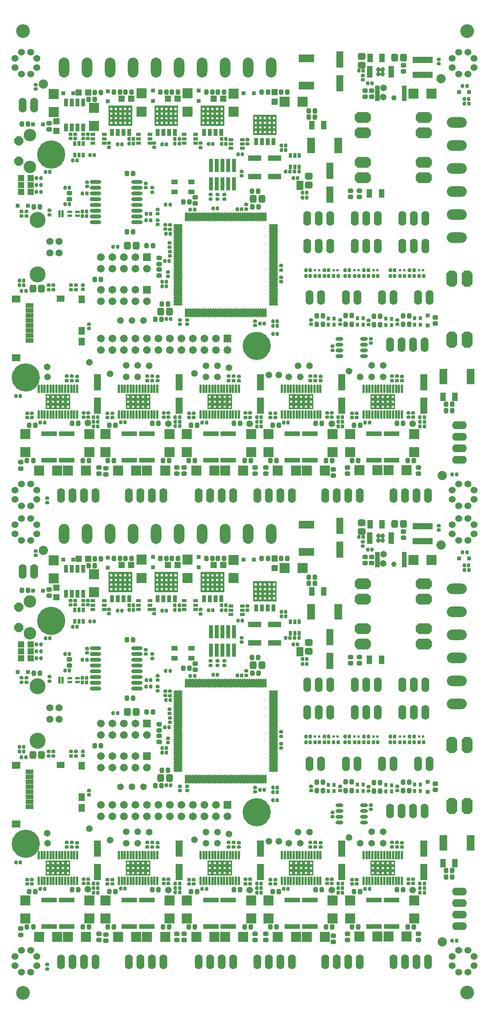
<source format=gts>
G04 Layer_Color=8388736*
%FSLAX24Y24*%
%MOIN*%
G70*
G01*
G75*
%ADD63C,0.0600*%
%ADD179C,0.1220*%
G04:AMPARAMS|DCode=180|XSize=118.7mil|YSize=118.7mil|CornerRadius=59.4mil|HoleSize=0mil|Usage=FLASHONLY|Rotation=90.000|XOffset=0mil|YOffset=0mil|HoleType=Round|Shape=RoundedRectangle|*
%AMROUNDEDRECTD180*
21,1,0.1187,0.0000,0,0,90.0*
21,1,0.0000,0.1187,0,0,90.0*
1,1,0.1187,0.0000,0.0000*
1,1,0.1187,0.0000,0.0000*
1,1,0.1187,0.0000,0.0000*
1,1,0.1187,0.0000,0.0000*
%
%ADD180ROUNDEDRECTD180*%
%ADD181O,0.0218X0.0749*%
%ADD182C,0.0580*%
G04:AMPARAMS|DCode=183|XSize=30mil|YSize=32mil|CornerRadius=8.4mil|HoleSize=0mil|Usage=FLASHONLY|Rotation=180.000|XOffset=0mil|YOffset=0mil|HoleType=Round|Shape=RoundedRectangle|*
%AMROUNDEDRECTD183*
21,1,0.0300,0.0152,0,0,180.0*
21,1,0.0132,0.0320,0,0,180.0*
1,1,0.0168,-0.0066,0.0076*
1,1,0.0168,0.0066,0.0076*
1,1,0.0168,0.0066,-0.0076*
1,1,0.0168,-0.0066,-0.0076*
%
%ADD183ROUNDEDRECTD183*%
%ADD184R,0.1379X0.0434*%
G04:AMPARAMS|DCode=185|XSize=30mil|YSize=32mil|CornerRadius=8.4mil|HoleSize=0mil|Usage=FLASHONLY|Rotation=270.000|XOffset=0mil|YOffset=0mil|HoleType=Round|Shape=RoundedRectangle|*
%AMROUNDEDRECTD185*
21,1,0.0300,0.0152,0,0,270.0*
21,1,0.0132,0.0320,0,0,270.0*
1,1,0.0168,-0.0076,-0.0066*
1,1,0.0168,-0.0076,0.0066*
1,1,0.0168,0.0076,0.0066*
1,1,0.0168,0.0076,-0.0066*
%
%ADD185ROUNDEDRECTD185*%
G04:AMPARAMS|DCode=186|XSize=37.1mil|YSize=47.4mil|CornerRadius=9.8mil|HoleSize=0mil|Usage=FLASHONLY|Rotation=0.000|XOffset=0mil|YOffset=0mil|HoleType=Round|Shape=RoundedRectangle|*
%AMROUNDEDRECTD186*
21,1,0.0371,0.0277,0,0,0.0*
21,1,0.0175,0.0474,0,0,0.0*
1,1,0.0197,0.0087,-0.0139*
1,1,0.0197,-0.0087,-0.0139*
1,1,0.0197,-0.0087,0.0139*
1,1,0.0197,0.0087,0.0139*
%
%ADD186ROUNDEDRECTD186*%
G04:AMPARAMS|DCode=187|XSize=80mil|YSize=80mil|CornerRadius=40mil|HoleSize=0mil|Usage=FLASHONLY|Rotation=270.000|XOffset=0mil|YOffset=0mil|HoleType=Round|Shape=RoundedRectangle|*
%AMROUNDEDRECTD187*
21,1,0.0800,0.0000,0,0,270.0*
21,1,0.0000,0.0800,0,0,270.0*
1,1,0.0800,0.0000,0.0000*
1,1,0.0800,0.0000,0.0000*
1,1,0.0800,0.0000,0.0000*
1,1,0.0800,0.0000,0.0000*
%
%ADD187ROUNDEDRECTD187*%
%ADD188R,0.0552X0.0434*%
%ADD189R,0.0316X0.0415*%
%ADD190R,0.0415X0.0316*%
%ADD191O,0.0671X0.0316*%
%ADD192O,0.0986X0.0316*%
%ADD193R,0.0482X0.0198*%
%ADD194R,0.0213X0.0260*%
%ADD195R,0.0606X0.0252*%
%ADD196O,0.0198X0.0789*%
%ADD197O,0.0789X0.0198*%
%ADD198R,0.1182X0.0474*%
G04:AMPARAMS|DCode=199|XSize=37.1mil|YSize=47.4mil|CornerRadius=9.8mil|HoleSize=0mil|Usage=FLASHONLY|Rotation=270.000|XOffset=0mil|YOffset=0mil|HoleType=Round|Shape=RoundedRectangle|*
%AMROUNDEDRECTD199*
21,1,0.0371,0.0277,0,0,270.0*
21,1,0.0175,0.0474,0,0,270.0*
1,1,0.0197,-0.0139,-0.0087*
1,1,0.0197,-0.0139,0.0087*
1,1,0.0197,0.0139,0.0087*
1,1,0.0197,0.0139,-0.0087*
%
%ADD199ROUNDEDRECTD199*%
%ADD200R,0.0434X0.1379*%
%ADD201R,0.0360X0.0640*%
%ADD202R,0.0320X0.0680*%
%ADD203R,0.0560X0.0560*%
%ADD204R,0.0434X0.0237*%
%ADD205R,0.1753X0.0545*%
G04:AMPARAMS|DCode=206|XSize=60mil|YSize=68mil|CornerRadius=17mil|HoleSize=0mil|Usage=FLASHONLY|Rotation=0.000|XOffset=0mil|YOffset=0mil|HoleType=Round|Shape=RoundedRectangle|*
%AMROUNDEDRECTD206*
21,1,0.0600,0.0340,0,0,0.0*
21,1,0.0260,0.0680,0,0,0.0*
1,1,0.0340,0.0130,-0.0170*
1,1,0.0340,-0.0130,-0.0170*
1,1,0.0340,-0.0130,0.0170*
1,1,0.0340,0.0130,0.0170*
%
%ADD206ROUNDEDRECTD206*%
%ADD207R,0.0375X0.1182*%
%ADD208R,0.0533X0.0671*%
%ADD209R,0.0671X0.0395*%
%ADD210R,0.0749X0.0631*%
%ADD211R,0.0671X0.0533*%
G04:AMPARAMS|DCode=212|XSize=80mil|YSize=80mil|CornerRadius=40mil|HoleSize=0mil|Usage=FLASHONLY|Rotation=0.000|XOffset=0mil|YOffset=0mil|HoleType=Round|Shape=RoundedRectangle|*
%AMROUNDEDRECTD212*
21,1,0.0800,0.0000,0,0,0.0*
21,1,0.0000,0.0800,0,0,0.0*
1,1,0.0800,0.0000,0.0000*
1,1,0.0800,0.0000,0.0000*
1,1,0.0800,0.0000,0.0000*
1,1,0.0800,0.0000,0.0000*
%
%ADD212ROUNDEDRECTD212*%
%ADD213R,0.0560X0.0560*%
%ADD214R,0.0870X0.0870*%
%ADD215R,0.0870X0.0870*%
%ADD216R,0.0320X0.0320*%
%ADD217R,0.0208X0.0186*%
%ADD218R,0.0280X0.0360*%
%ADD219R,0.0320X0.0320*%
%ADD220R,0.0710X0.1340*%
%ADD221R,0.1340X0.0710*%
G04:AMPARAMS|DCode=222|XSize=60mil|YSize=68mil|CornerRadius=17mil|HoleSize=0mil|Usage=FLASHONLY|Rotation=90.000|XOffset=0mil|YOffset=0mil|HoleType=Round|Shape=RoundedRectangle|*
%AMROUNDEDRECTD222*
21,1,0.0600,0.0340,0,0,90.0*
21,1,0.0260,0.0680,0,0,90.0*
1,1,0.0340,0.0170,0.0130*
1,1,0.0340,0.0170,-0.0130*
1,1,0.0340,-0.0170,-0.0130*
1,1,0.0340,-0.0170,0.0130*
%
%ADD222ROUNDEDRECTD222*%
%ADD223R,0.0513X0.0749*%
%ADD224R,0.0631X0.1419*%
%ADD225R,0.0198X0.0237*%
%ADD226R,0.0671X0.0671*%
%ADD227C,0.0671*%
%ADD228O,0.1280X0.0680*%
%ADD229O,0.1730X0.0905*%
%ADD230P,0.0844X8X292.5*%
%ADD231C,0.1080*%
%ADD232O,0.0680X0.1280*%
%ADD233C,0.0620*%
%ADD234C,0.1385*%
%ADD235O,0.0905X0.1730*%
G04:AMPARAMS|DCode=236|XSize=141mil|YSize=91mil|CornerRadius=0mil|HoleSize=0mil|Usage=FLASHONLY|Rotation=270.000|XOffset=0mil|YOffset=0mil|HoleType=Round|Shape=Octagon|*
%AMOCTAGOND236*
4,1,8,-0.0228,-0.0705,0.0228,-0.0705,0.0455,-0.0478,0.0455,0.0478,0.0228,0.0705,-0.0228,0.0705,-0.0455,0.0478,-0.0455,-0.0478,-0.0228,-0.0705,0.0*
%
%ADD236OCTAGOND236*%

G04:AMPARAMS|DCode=237|XSize=141mil|YSize=91mil|CornerRadius=0mil|HoleSize=0mil|Usage=FLASHONLY|Rotation=180.000|XOffset=0mil|YOffset=0mil|HoleType=Round|Shape=Octagon|*
%AMOCTAGOND237*
4,1,8,-0.0705,0.0228,-0.0705,-0.0228,-0.0478,-0.0455,0.0478,-0.0455,0.0705,-0.0228,0.0705,0.0228,0.0478,0.0455,-0.0478,0.0455,-0.0705,0.0228,0.0*
%
%ADD237OCTAGOND237*%

%ADD238C,0.0460*%
%ADD239C,0.0580*%
G36*
X25850Y36765D02*
Y36371D01*
Y35967D01*
Y35574D01*
Y35298D01*
X23802D01*
Y35574D01*
Y35967D01*
Y36371D01*
Y36775D01*
Y37060D01*
X25850D01*
Y36765D01*
D02*
G37*
G36*
X36137Y12584D02*
Y12367D01*
Y12150D01*
Y11934D01*
Y11717D01*
Y11501D01*
X34002D01*
Y11717D01*
Y11934D01*
Y12150D01*
Y12367D01*
Y12584D01*
Y12585D01*
Y12801D01*
X36137D01*
Y12584D01*
D02*
G37*
G36*
X17285Y37565D02*
Y37171D01*
Y36767D01*
Y36374D01*
Y36098D01*
X15237D01*
Y36374D01*
Y36767D01*
Y37171D01*
Y37575D01*
Y37860D01*
X17285D01*
Y37565D01*
D02*
G37*
G36*
X21295D02*
Y37171D01*
Y36767D01*
Y36374D01*
Y36098D01*
X19247D01*
Y36374D01*
Y36767D01*
Y37171D01*
Y37575D01*
Y37860D01*
X21295D01*
Y37565D01*
D02*
G37*
G36*
X13300D02*
Y37171D01*
Y36767D01*
Y36374D01*
Y36098D01*
X11252D01*
Y36374D01*
Y36767D01*
Y37171D01*
Y37575D01*
Y37860D01*
X13300D01*
Y37565D01*
D02*
G37*
G36*
X7903Y12584D02*
Y12367D01*
Y12150D01*
Y11934D01*
Y11717D01*
Y11501D01*
X5768D01*
Y11717D01*
Y11934D01*
Y12150D01*
Y12367D01*
Y12584D01*
Y12585D01*
Y12801D01*
X7903D01*
Y12584D01*
D02*
G37*
G36*
X35158Y41189D02*
X35164Y41158D01*
X35182Y41132D01*
X35208Y41115D01*
X35238Y41109D01*
Y40905D01*
X35211Y40900D01*
X35189Y40884D01*
X35173Y40862D01*
X35168Y40835D01*
X35169D01*
Y40795D01*
X35158D01*
X35158Y40786D01*
X35164Y40755D01*
X35182Y40729D01*
X35208Y40711D01*
X35238Y40705D01*
Y40512D01*
X35208Y40505D01*
X35182Y40488D01*
X35164Y40462D01*
X35158Y40431D01*
X35160D01*
Y40412D01*
X34984D01*
X34977Y40450D01*
X34955Y40483D01*
X34922Y40504D01*
X34884Y40512D01*
Y40510D01*
X34864Y40512D01*
X34826Y40504D01*
X34793Y40483D01*
X34772Y40450D01*
X34764Y40412D01*
X34589D01*
X34590Y40421D01*
X34584Y40452D01*
X34567Y40478D01*
X34541Y40496D01*
X34510Y40502D01*
Y40705D01*
X34537Y40711D01*
X34560Y40726D01*
X34575Y40749D01*
X34580Y40776D01*
X34579D01*
Y40815D01*
X34590D01*
X34590Y40825D01*
X34584Y40856D01*
X34567Y40882D01*
X34541Y40899D01*
X34510Y40905D01*
Y41099D01*
X34541Y41105D01*
X34567Y41123D01*
X34584Y41149D01*
X34590Y41179D01*
X34589D01*
Y41199D01*
X34764D01*
X34772Y41161D01*
X34793Y41128D01*
X34826Y41106D01*
X34864Y41099D01*
Y41101D01*
X34884Y41099D01*
X34922Y41106D01*
X34955Y41128D01*
X34977Y41161D01*
X34984Y41199D01*
X35160D01*
X35158Y41189D01*
D02*
G37*
G36*
X14872Y12584D02*
Y12367D01*
Y12150D01*
Y11934D01*
Y11717D01*
Y11501D01*
X12737D01*
Y11717D01*
Y11934D01*
Y12150D01*
Y12367D01*
Y12584D01*
Y12585D01*
Y12801D01*
X14872D01*
Y12584D01*
D02*
G37*
G36*
X29049D02*
Y12367D01*
Y12150D01*
Y11934D01*
Y11717D01*
Y11501D01*
X26914D01*
Y11717D01*
Y11934D01*
Y12150D01*
Y12367D01*
Y12584D01*
Y12585D01*
Y12801D01*
X29049D01*
Y12584D01*
D02*
G37*
G36*
X21963D02*
Y12367D01*
Y12150D01*
Y11934D01*
Y11717D01*
Y11501D01*
X19828D01*
Y11717D01*
Y11934D01*
Y12150D01*
Y12367D01*
Y12584D01*
Y12585D01*
Y12801D01*
X21963D01*
Y12584D01*
D02*
G37*
%LPC*%
G36*
X7703Y12685D02*
X7703Y12685D01*
X7703Y12685D01*
X7666Y12678D01*
X7633Y12656D01*
X7611Y12623D01*
X7604Y12585D01*
X7604Y12584D01*
X7596Y12584D01*
X7596Y12583D01*
X7604Y12544D01*
X7626Y12510D01*
X7660Y12488D01*
X7699Y12480D01*
X7700Y12480D01*
X7700Y12480D01*
X7740Y12488D01*
X7774Y12511D01*
X7797Y12545D01*
X7805Y12585D01*
X7804Y12588D01*
X7798Y12589D01*
X7800Y12589D01*
X7800Y12589D01*
X7792Y12626D01*
X7771Y12657D01*
X7740Y12678D01*
X7703Y12685D01*
D02*
G37*
G36*
X35070Y12255D02*
X35070Y12255D01*
X35070Y12255D01*
X35070Y12255D01*
X35031Y12247D01*
X34998Y12225D01*
X34976Y12192D01*
X34968Y12153D01*
X34968Y12152D01*
X34968D01*
X34968Y12151D01*
X34968Y12150D01*
X34968D01*
X34968Y12149D01*
X34976Y12110D01*
X34998Y12077D01*
X35031Y12055D01*
X35070Y12047D01*
X35070D01*
X35109Y12055D01*
X35142Y12077D01*
X35164Y12110D01*
X35172Y12149D01*
X35171Y12150D01*
X35171D01*
X35171Y12150D01*
X35170Y12150D01*
X35171D01*
X35171Y12151D01*
X35171Y12152D01*
X35171D01*
X35172Y12153D01*
X35164Y12192D01*
X35142Y12225D01*
X35109Y12247D01*
X35070Y12255D01*
D02*
G37*
G36*
X14672Y12685D02*
X14672Y12685D01*
X14672Y12685D01*
X14634Y12678D01*
X14602Y12656D01*
X14580Y12623D01*
X14572Y12585D01*
X14572Y12584D01*
X14565Y12584D01*
X14565Y12583D01*
X14572Y12544D01*
X14595Y12510D01*
X14628Y12488D01*
X14668Y12480D01*
X14669Y12480D01*
X14669Y12480D01*
X14709Y12488D01*
X14743Y12511D01*
X14766Y12545D01*
X14774Y12585D01*
X14773Y12588D01*
X14767Y12589D01*
X14768Y12589D01*
X14768Y12589D01*
X14761Y12626D01*
X14740Y12657D01*
X14709Y12678D01*
X14672Y12685D01*
D02*
G37*
G36*
X5970Y12688D02*
X5930Y12680D01*
X5897Y12657D01*
X5874Y12624D01*
X5867Y12589D01*
X5868Y12589D01*
X5867Y12588D01*
X5866Y12585D01*
X5874Y12547D01*
X5896Y12513D01*
X5930Y12491D01*
X5968Y12483D01*
X5968Y12483D01*
X6005Y12490D01*
X6038Y12512D01*
X6060Y12545D01*
X6067Y12583D01*
X6066Y12589D01*
X6074Y12589D01*
X6067Y12624D01*
X6045Y12658D01*
X6011Y12680D01*
X5972Y12688D01*
X5970Y12688D01*
X5970Y12688D01*
D02*
G37*
G36*
X12939D02*
X12899Y12680D01*
X12865Y12657D01*
X12842Y12624D01*
X12836Y12589D01*
X12837Y12589D01*
X12836Y12588D01*
X12835Y12585D01*
X12843Y12547D01*
X12865Y12513D01*
X12899Y12491D01*
X12937Y12483D01*
X12937Y12483D01*
X12974Y12490D01*
X13006Y12512D01*
X13028Y12545D01*
X13036Y12583D01*
X13035Y12589D01*
X13043Y12589D01*
X13036Y12624D01*
X13013Y12658D01*
X12980Y12680D01*
X12940Y12688D01*
X12939Y12688D01*
X12939Y12688D01*
D02*
G37*
G36*
X35937Y12685D02*
X35937Y12685D01*
X35937Y12685D01*
X35900Y12678D01*
X35867Y12656D01*
X35846Y12623D01*
X35838Y12585D01*
X35838Y12584D01*
X35830Y12584D01*
X35830Y12583D01*
X35838Y12544D01*
X35861Y12510D01*
X35894Y12488D01*
X35934Y12480D01*
X35935Y12480D01*
X35935Y12480D01*
X35975Y12488D01*
X36009Y12511D01*
X36031Y12545D01*
X36039Y12585D01*
X36039Y12588D01*
X36032Y12589D01*
X36034Y12589D01*
X36034Y12589D01*
X36027Y12626D01*
X36006Y12657D01*
X35974Y12678D01*
X35937Y12685D01*
D02*
G37*
G36*
X21763D02*
X21763Y12685D01*
X21763Y12685D01*
X21725Y12678D01*
X21693Y12656D01*
X21671Y12623D01*
X21663Y12585D01*
X21664Y12584D01*
X21656Y12584D01*
X21656Y12583D01*
X21664Y12544D01*
X21686Y12510D01*
X21719Y12488D01*
X21759Y12480D01*
X21760Y12480D01*
X21760Y12480D01*
X21800Y12488D01*
X21834Y12511D01*
X21857Y12545D01*
X21865Y12585D01*
X21864Y12588D01*
X21858Y12589D01*
X21860Y12589D01*
X21860Y12589D01*
X21852Y12626D01*
X21831Y12657D01*
X21800Y12678D01*
X21763Y12685D01*
D02*
G37*
G36*
X28849D02*
X28849Y12685D01*
X28849Y12685D01*
X28811Y12678D01*
X28779Y12656D01*
X28757Y12623D01*
X28749Y12585D01*
X28750Y12584D01*
X28742Y12584D01*
X28742Y12583D01*
X28750Y12544D01*
X28772Y12510D01*
X28805Y12488D01*
X28845Y12480D01*
X28846Y12480D01*
X28846Y12480D01*
X28886Y12488D01*
X28920Y12511D01*
X28943Y12545D01*
X28951Y12585D01*
X28950Y12588D01*
X28944Y12589D01*
X28946Y12589D01*
X28946Y12589D01*
X28938Y12626D01*
X28917Y12657D01*
X28886Y12678D01*
X28849Y12685D01*
D02*
G37*
G36*
X20464Y12252D02*
X20463Y12252D01*
X20463Y12252D01*
X20463Y12252D01*
X20425Y12245D01*
X20392Y12223D01*
X20371Y12191D01*
X20363Y12153D01*
X20364Y12150D01*
X20359Y12150D01*
X20366Y12114D01*
X20389Y12080D01*
X20423Y12058D01*
X20463Y12050D01*
X20465Y12050D01*
X20465Y12050D01*
X20465Y12050D01*
X20503Y12057D01*
X20536Y12079D01*
X20557Y12111D01*
X20565Y12149D01*
X20564Y12150D01*
X20563Y12150D01*
X20564D01*
X20564Y12152D01*
X20565D01*
X20565Y12152D01*
X20557Y12190D01*
X20535Y12223D01*
X20503Y12245D01*
X20464Y12252D01*
D02*
G37*
G36*
X27550D02*
X27549Y12252D01*
X27549Y12252D01*
X27549Y12252D01*
X27511Y12245D01*
X27478Y12223D01*
X27457Y12191D01*
X27449Y12153D01*
X27450Y12150D01*
X27445Y12150D01*
X27452Y12114D01*
X27475Y12080D01*
X27509Y12058D01*
X27549Y12050D01*
X27551Y12050D01*
X27551Y12050D01*
X27551Y12050D01*
X27589Y12057D01*
X27622Y12079D01*
X27643Y12111D01*
X27651Y12149D01*
X27650Y12150D01*
X27649Y12150D01*
X27650D01*
X27650Y12152D01*
X27651D01*
X27651Y12152D01*
X27643Y12190D01*
X27621Y12223D01*
X27589Y12245D01*
X27550Y12252D01*
D02*
G37*
G36*
X6404D02*
X6403Y12252D01*
X6403Y12252D01*
X6403Y12252D01*
X6365Y12245D01*
X6333Y12223D01*
X6311Y12191D01*
X6304Y12153D01*
X6304Y12150D01*
X6299Y12150D01*
X6306Y12114D01*
X6329Y12080D01*
X6363Y12058D01*
X6403Y12050D01*
X6405Y12050D01*
X6405Y12050D01*
X6405Y12050D01*
X6443Y12057D01*
X6476Y12079D01*
X6497Y12111D01*
X6505Y12149D01*
X6505Y12150D01*
X6503Y12150D01*
X6505D01*
X6504Y12152D01*
X6505D01*
X6505Y12152D01*
X6497Y12190D01*
X6475Y12223D01*
X6443Y12245D01*
X6404Y12252D01*
D02*
G37*
G36*
X13373D02*
X13372Y12252D01*
X13372Y12252D01*
X13372Y12252D01*
X13333Y12245D01*
X13301Y12223D01*
X13280Y12191D01*
X13272Y12153D01*
X13273Y12150D01*
X13268Y12150D01*
X13275Y12114D01*
X13298Y12080D01*
X13332Y12058D01*
X13372Y12050D01*
X13374Y12050D01*
X13374Y12050D01*
X13374Y12050D01*
X13412Y12057D01*
X13444Y12079D01*
X13466Y12111D01*
X13473Y12149D01*
X13473Y12150D01*
X13472Y12150D01*
X13473D01*
X13473Y12152D01*
X13473D01*
X13473Y12152D01*
X13466Y12190D01*
X13444Y12223D01*
X13411Y12245D01*
X13373Y12252D01*
D02*
G37*
G36*
X34639D02*
X34637Y12252D01*
X34637Y12252D01*
X34637Y12252D01*
X34599Y12245D01*
X34567Y12223D01*
X34545Y12191D01*
X34538Y12153D01*
X34538Y12150D01*
X34534Y12150D01*
X34541Y12114D01*
X34563Y12080D01*
X34597Y12058D01*
X34637Y12050D01*
X34640Y12050D01*
X34640Y12050D01*
X34640Y12050D01*
X34678Y12057D01*
X34710Y12079D01*
X34732Y12111D01*
X34739Y12149D01*
X34739Y12150D01*
X34737Y12150D01*
X34739D01*
X34739Y12152D01*
X34739D01*
X34739Y12152D01*
X34732Y12190D01*
X34710Y12223D01*
X34677Y12245D01*
X34639Y12252D01*
D02*
G37*
G36*
X20895Y12255D02*
X20895Y12255D01*
X20895Y12255D01*
X20895Y12255D01*
X20856Y12247D01*
X20823Y12225D01*
X20801Y12192D01*
X20793Y12153D01*
X20794Y12152D01*
X20794D01*
X20794Y12151D01*
X20794Y12150D01*
X20794D01*
X20793Y12149D01*
X20801Y12110D01*
X20823Y12077D01*
X20856Y12055D01*
X20895Y12047D01*
X20895D01*
X20934Y12055D01*
X20967Y12077D01*
X20989Y12110D01*
X20997Y12149D01*
X20997Y12150D01*
X20997D01*
X20997Y12150D01*
X20995Y12150D01*
X20997D01*
X20997Y12151D01*
X20997Y12152D01*
X20997D01*
X20997Y12153D01*
X20989Y12192D01*
X20967Y12225D01*
X20934Y12247D01*
X20895Y12255D01*
D02*
G37*
G36*
X27981D02*
X27981Y12255D01*
X27981Y12255D01*
X27981Y12255D01*
X27942Y12247D01*
X27909Y12225D01*
X27887Y12192D01*
X27879Y12153D01*
X27880Y12152D01*
X27880D01*
X27880Y12151D01*
X27880Y12150D01*
X27880D01*
X27879Y12149D01*
X27887Y12110D01*
X27909Y12077D01*
X27942Y12055D01*
X27981Y12047D01*
X27981D01*
X28020Y12055D01*
X28053Y12077D01*
X28075Y12110D01*
X28083Y12149D01*
X28083Y12150D01*
X28083D01*
X28083Y12150D01*
X28081Y12150D01*
X28083D01*
X28083Y12151D01*
X28083Y12152D01*
X28083D01*
X28083Y12153D01*
X28075Y12192D01*
X28053Y12225D01*
X28020Y12247D01*
X27981Y12255D01*
D02*
G37*
G36*
X6835D02*
X6835Y12255D01*
X6835Y12255D01*
X6835Y12255D01*
X6796Y12247D01*
X6763Y12225D01*
X6741Y12192D01*
X6733Y12153D01*
X6734Y12152D01*
X6734D01*
X6734Y12151D01*
X6734Y12150D01*
X6734D01*
X6733Y12149D01*
X6741Y12110D01*
X6763Y12077D01*
X6796Y12055D01*
X6835Y12047D01*
X6835D01*
X6874Y12055D01*
X6908Y12077D01*
X6930Y12110D01*
X6937Y12149D01*
X6937Y12150D01*
X6937D01*
X6937Y12150D01*
X6935Y12150D01*
X6937D01*
X6937Y12151D01*
X6937Y12152D01*
X6937D01*
X6937Y12153D01*
X6930Y12192D01*
X6908Y12225D01*
X6874Y12247D01*
X6835Y12255D01*
D02*
G37*
G36*
X13804D02*
X13804Y12255D01*
X13804Y12255D01*
X13804Y12255D01*
X13765Y12247D01*
X13732Y12225D01*
X13710Y12192D01*
X13702Y12153D01*
X13702Y12152D01*
X13703D01*
X13702Y12151D01*
X13703Y12150D01*
X13702D01*
X13702Y12149D01*
X13710Y12110D01*
X13732Y12077D01*
X13765Y12055D01*
X13804Y12047D01*
X13804D01*
X13843Y12055D01*
X13876Y12077D01*
X13898Y12110D01*
X13906Y12149D01*
X13906Y12150D01*
X13906D01*
X13905Y12150D01*
X13904Y12150D01*
X13906D01*
X13906Y12151D01*
X13905Y12152D01*
X13906D01*
X13906Y12153D01*
X13898Y12192D01*
X13876Y12225D01*
X13843Y12247D01*
X13804Y12255D01*
D02*
G37*
G36*
X20030Y12688D02*
X19990Y12680D01*
X19956Y12657D01*
X19934Y12624D01*
X19927Y12589D01*
X19928Y12589D01*
X19927Y12588D01*
X19926Y12585D01*
X19934Y12547D01*
X19956Y12513D01*
X19990Y12491D01*
X20028Y12483D01*
X20028Y12483D01*
X20065Y12490D01*
X20098Y12512D01*
X20120Y12545D01*
X20127Y12583D01*
X20126Y12589D01*
X20134Y12589D01*
X20127Y12624D01*
X20104Y12658D01*
X20071Y12680D01*
X20031Y12688D01*
X20030Y12688D01*
X20030Y12688D01*
D02*
G37*
G36*
X34639Y12685D02*
X34637Y12685D01*
X34637Y12685D01*
X34637Y12685D01*
X34599Y12678D01*
X34567Y12656D01*
X34545Y12624D01*
X34538Y12586D01*
X34538Y12583D01*
X34534Y12583D01*
X34541Y12547D01*
X34563Y12513D01*
X34597Y12491D01*
X34637Y12483D01*
X34640Y12483D01*
X34640Y12483D01*
X34640Y12483D01*
X34678Y12490D01*
X34710Y12512D01*
X34732Y12544D01*
X34739Y12582D01*
X34739Y12584D01*
X34737Y12584D01*
X34739D01*
X34739Y12585D01*
X34739D01*
X34739Y12585D01*
X34732Y12623D01*
X34710Y12656D01*
X34677Y12678D01*
X34639Y12685D01*
D02*
G37*
G36*
X6835Y12688D02*
X6835Y12688D01*
X6835Y12688D01*
X6835Y12688D01*
X6796Y12680D01*
X6763Y12658D01*
X6741Y12625D01*
X6733Y12586D01*
X6734Y12585D01*
X6734D01*
X6734Y12585D01*
X6735Y12585D01*
X6734D01*
X6734Y12584D01*
X6734Y12583D01*
X6734D01*
X6733Y12582D01*
X6741Y12543D01*
X6763Y12510D01*
X6796Y12488D01*
X6835Y12480D01*
X6835D01*
X6874Y12488D01*
X6908Y12510D01*
X6930Y12543D01*
X6937Y12582D01*
X6937Y12584D01*
X6937D01*
X6937Y12583D01*
X6935Y12584D01*
X6937D01*
X6937Y12584D01*
X6937Y12585D01*
X6937D01*
X6937Y12586D01*
X6930Y12625D01*
X6908Y12658D01*
X6874Y12680D01*
X6835Y12688D01*
D02*
G37*
G36*
X20464Y12685D02*
X20463Y12685D01*
X20463Y12685D01*
X20463Y12685D01*
X20425Y12678D01*
X20392Y12656D01*
X20371Y12624D01*
X20363Y12586D01*
X20364Y12583D01*
X20359Y12583D01*
X20366Y12547D01*
X20389Y12513D01*
X20423Y12491D01*
X20463Y12483D01*
X20465Y12483D01*
X20465Y12483D01*
X20465Y12483D01*
X20503Y12490D01*
X20536Y12512D01*
X20557Y12544D01*
X20565Y12582D01*
X20564Y12584D01*
X20563Y12584D01*
X20564D01*
X20564Y12585D01*
X20565D01*
X20565Y12585D01*
X20557Y12623D01*
X20535Y12656D01*
X20503Y12678D01*
X20464Y12685D01*
D02*
G37*
G36*
X27550D02*
X27549Y12685D01*
X27549Y12685D01*
X27549Y12685D01*
X27511Y12678D01*
X27478Y12656D01*
X27457Y12624D01*
X27449Y12586D01*
X27450Y12583D01*
X27445Y12583D01*
X27452Y12547D01*
X27475Y12513D01*
X27509Y12491D01*
X27549Y12483D01*
X27551Y12483D01*
X27551Y12483D01*
X27551Y12483D01*
X27589Y12490D01*
X27622Y12512D01*
X27643Y12544D01*
X27651Y12582D01*
X27650Y12584D01*
X27649Y12584D01*
X27650D01*
X27650Y12585D01*
X27651D01*
X27651Y12585D01*
X27643Y12623D01*
X27621Y12656D01*
X27589Y12678D01*
X27550Y12685D01*
D02*
G37*
G36*
X27981Y12688D02*
X27981Y12688D01*
X27981Y12688D01*
X27981Y12688D01*
X27942Y12680D01*
X27909Y12658D01*
X27887Y12625D01*
X27879Y12586D01*
X27880Y12585D01*
X27880D01*
X27880Y12584D01*
X27880Y12583D01*
X27880D01*
X27879Y12582D01*
X27887Y12543D01*
X27909Y12510D01*
X27942Y12488D01*
X27981Y12480D01*
X27981D01*
X28020Y12488D01*
X28053Y12510D01*
X28075Y12543D01*
X28083Y12582D01*
X28083Y12584D01*
X28083D01*
X28083Y12583D01*
X28081Y12584D01*
X28083D01*
X28083Y12584D01*
X28083Y12585D01*
X28083D01*
X28083Y12586D01*
X28075Y12625D01*
X28053Y12658D01*
X28020Y12680D01*
X27981Y12688D01*
D02*
G37*
G36*
X35070D02*
X35070Y12688D01*
X35070Y12688D01*
X35070Y12688D01*
X35031Y12680D01*
X34998Y12658D01*
X34976Y12625D01*
X34968Y12586D01*
X34968Y12585D01*
X34968D01*
X34968Y12584D01*
X34968Y12583D01*
X34968D01*
X34968Y12582D01*
X34976Y12543D01*
X34998Y12510D01*
X35031Y12488D01*
X35070Y12480D01*
X35070D01*
X35109Y12488D01*
X35142Y12510D01*
X35164Y12543D01*
X35172Y12582D01*
X35171Y12584D01*
X35171D01*
X35171Y12583D01*
X35170Y12584D01*
X35171D01*
X35171Y12584D01*
X35171Y12585D01*
X35171D01*
X35172Y12586D01*
X35164Y12625D01*
X35142Y12658D01*
X35109Y12680D01*
X35070Y12688D01*
D02*
G37*
G36*
X13804D02*
X13804Y12688D01*
X13804Y12688D01*
X13804Y12688D01*
X13765Y12680D01*
X13732Y12658D01*
X13710Y12625D01*
X13702Y12586D01*
X13702Y12585D01*
X13703D01*
X13703Y12585D01*
X13704Y12585D01*
X13703D01*
X13702Y12584D01*
X13703Y12583D01*
X13702D01*
X13702Y12582D01*
X13710Y12543D01*
X13732Y12510D01*
X13765Y12488D01*
X13804Y12480D01*
X13804D01*
X13843Y12488D01*
X13876Y12510D01*
X13898Y12543D01*
X13906Y12582D01*
X13906Y12584D01*
X13906D01*
X13905Y12583D01*
X13904Y12584D01*
X13906D01*
X13906Y12584D01*
X13905Y12585D01*
X13906D01*
X13906Y12586D01*
X13898Y12625D01*
X13876Y12658D01*
X13843Y12680D01*
X13804Y12688D01*
D02*
G37*
G36*
X20895D02*
X20895Y12688D01*
X20895Y12688D01*
X20895Y12688D01*
X20856Y12680D01*
X20823Y12658D01*
X20801Y12625D01*
X20793Y12586D01*
X20794Y12585D01*
X20794D01*
X20794Y12585D01*
X20795Y12585D01*
X20794D01*
X20794Y12584D01*
X20794Y12583D01*
X20794D01*
X20793Y12582D01*
X20801Y12543D01*
X20823Y12510D01*
X20856Y12488D01*
X20895Y12480D01*
X20895D01*
X20934Y12488D01*
X20967Y12510D01*
X20989Y12543D01*
X20997Y12582D01*
X20997Y12584D01*
X20997D01*
X20997Y12583D01*
X20995Y12584D01*
X20997D01*
X20997Y12584D01*
X20997Y12585D01*
X20997D01*
X20997Y12586D01*
X20989Y12625D01*
X20967Y12658D01*
X20934Y12680D01*
X20895Y12688D01*
D02*
G37*
G36*
X13373Y12685D02*
X13372Y12685D01*
X13372Y12685D01*
X13372Y12685D01*
X13333Y12678D01*
X13301Y12656D01*
X13280Y12624D01*
X13272Y12586D01*
X13273Y12583D01*
X13268Y12583D01*
X13275Y12547D01*
X13298Y12513D01*
X13332Y12491D01*
X13372Y12483D01*
X13374Y12483D01*
X13374Y12483D01*
X13374Y12483D01*
X13412Y12490D01*
X13444Y12512D01*
X13466Y12544D01*
X13473Y12582D01*
X13473Y12584D01*
X13472Y12584D01*
X13473D01*
X13473Y12585D01*
X13473D01*
X13473Y12585D01*
X13466Y12623D01*
X13444Y12656D01*
X13411Y12678D01*
X13373Y12685D01*
D02*
G37*
G36*
X7268Y12686D02*
X7265Y12685D01*
X7265Y12685D01*
X7265Y12685D01*
X7227Y12678D01*
X7195Y12656D01*
X7174Y12624D01*
X7166Y12586D01*
X7166Y12585D01*
X7168Y12585D01*
X7166D01*
X7167Y12583D01*
X7166D01*
X7166Y12583D01*
X7174Y12545D01*
X7196Y12512D01*
X7228Y12490D01*
X7267Y12483D01*
X7268Y12483D01*
X7268Y12483D01*
X7268Y12483D01*
X7306Y12490D01*
X7338Y12512D01*
X7360Y12544D01*
X7367Y12582D01*
X7367Y12585D01*
X7372Y12585D01*
X7365Y12621D01*
X7342Y12655D01*
X7308Y12678D01*
X7268Y12686D01*
D02*
G37*
G36*
X14237D02*
X14234Y12685D01*
X14234Y12685D01*
X14234Y12685D01*
X14196Y12678D01*
X14164Y12656D01*
X14142Y12624D01*
X14135Y12586D01*
X14135Y12585D01*
X14137Y12585D01*
X14135D01*
X14135Y12583D01*
X14135D01*
X14135Y12583D01*
X14142Y12545D01*
X14164Y12512D01*
X14197Y12490D01*
X14235Y12483D01*
X14237Y12483D01*
X14237Y12483D01*
X14237Y12483D01*
X14275Y12490D01*
X14307Y12512D01*
X14328Y12544D01*
X14336Y12582D01*
X14335Y12585D01*
X14340Y12585D01*
X14333Y12621D01*
X14310Y12655D01*
X14277Y12678D01*
X14237Y12686D01*
D02*
G37*
G36*
X27116Y12688D02*
X27076Y12680D01*
X27042Y12657D01*
X27020Y12624D01*
X27013Y12589D01*
X27014Y12589D01*
X27013Y12588D01*
X27012Y12585D01*
X27020Y12547D01*
X27042Y12513D01*
X27076Y12491D01*
X27114Y12483D01*
X27114Y12483D01*
X27151Y12490D01*
X27184Y12512D01*
X27205Y12545D01*
X27213Y12583D01*
X27212Y12589D01*
X27220Y12589D01*
X27213Y12624D01*
X27190Y12658D01*
X27157Y12680D01*
X27117Y12688D01*
X27116Y12688D01*
X27116Y12688D01*
D02*
G37*
G36*
X34205D02*
X34165Y12680D01*
X34131Y12657D01*
X34108Y12624D01*
X34101Y12589D01*
X34102Y12589D01*
X34101Y12588D01*
X34101Y12585D01*
X34108Y12547D01*
X34131Y12513D01*
X34165Y12491D01*
X34202Y12483D01*
X34202Y12483D01*
X34240Y12490D01*
X34272Y12512D01*
X34294Y12545D01*
X34302Y12583D01*
X34301Y12589D01*
X34309Y12589D01*
X34301Y12624D01*
X34279Y12658D01*
X34246Y12680D01*
X34206Y12688D01*
X34205Y12688D01*
X34205Y12688D01*
D02*
G37*
G36*
X35502Y12686D02*
X35500Y12685D01*
X35500Y12685D01*
X35500Y12685D01*
X35462Y12678D01*
X35430Y12656D01*
X35408Y12624D01*
X35400Y12586D01*
X35401Y12585D01*
X35402Y12585D01*
X35401D01*
X35401Y12583D01*
X35400D01*
X35400Y12583D01*
X35408Y12545D01*
X35430Y12512D01*
X35463Y12490D01*
X35501Y12483D01*
X35502Y12483D01*
X35502Y12483D01*
X35502Y12483D01*
X35540Y12490D01*
X35573Y12512D01*
X35594Y12544D01*
X35602Y12582D01*
X35601Y12585D01*
X35606Y12585D01*
X35599Y12621D01*
X35576Y12655D01*
X35542Y12678D01*
X35502Y12686D01*
D02*
G37*
G36*
X6404Y12685D02*
X6403Y12685D01*
X6403Y12685D01*
X6403Y12685D01*
X6365Y12678D01*
X6333Y12656D01*
X6311Y12624D01*
X6304Y12586D01*
X6304Y12583D01*
X6299Y12583D01*
X6306Y12547D01*
X6329Y12513D01*
X6363Y12491D01*
X6403Y12483D01*
X6405Y12483D01*
X6405Y12483D01*
X6405Y12483D01*
X6443Y12490D01*
X6476Y12512D01*
X6497Y12544D01*
X6505Y12582D01*
X6505Y12584D01*
X6503Y12584D01*
X6505D01*
X6504Y12585D01*
X6505D01*
X6505Y12585D01*
X6497Y12623D01*
X6475Y12656D01*
X6443Y12678D01*
X6404Y12685D01*
D02*
G37*
G36*
X21328Y12686D02*
X21325Y12685D01*
X21325Y12685D01*
X21325Y12685D01*
X21287Y12678D01*
X21255Y12656D01*
X21233Y12624D01*
X21226Y12586D01*
X21226Y12585D01*
X21228Y12585D01*
X21226D01*
X21226Y12583D01*
X21226D01*
X21226Y12583D01*
X21233Y12545D01*
X21255Y12512D01*
X21288Y12490D01*
X21326Y12483D01*
X21328Y12483D01*
X21328Y12483D01*
X21328Y12483D01*
X21366Y12490D01*
X21398Y12512D01*
X21420Y12544D01*
X21427Y12582D01*
X21427Y12585D01*
X21432Y12585D01*
X21424Y12621D01*
X21402Y12655D01*
X21368Y12678D01*
X21328Y12686D01*
D02*
G37*
G36*
X28414D02*
X28411Y12685D01*
X28411Y12685D01*
X28411Y12685D01*
X28373Y12678D01*
X28341Y12656D01*
X28319Y12624D01*
X28312Y12586D01*
X28312Y12585D01*
X28314Y12585D01*
X28312D01*
X28312Y12583D01*
X28312D01*
X28312Y12583D01*
X28319Y12545D01*
X28341Y12512D01*
X28374Y12490D01*
X28412Y12483D01*
X28414Y12483D01*
X28414Y12483D01*
X28414Y12483D01*
X28452Y12490D01*
X28484Y12512D01*
X28506Y12544D01*
X28513Y12582D01*
X28513Y12585D01*
X28518Y12585D01*
X28510Y12621D01*
X28488Y12655D01*
X28454Y12678D01*
X28414Y12686D01*
D02*
G37*
G36*
X35502Y12252D02*
X35500Y12252D01*
X35500Y12252D01*
X35500Y12252D01*
X35462Y12245D01*
X35430Y12223D01*
X35408Y12191D01*
X35400Y12153D01*
X35401Y12152D01*
X35402Y12152D01*
X35401D01*
X35401Y12150D01*
X35400D01*
X35400Y12150D01*
X35408Y12112D01*
X35430Y12079D01*
X35463Y12057D01*
X35501Y12050D01*
X35502Y12050D01*
X35502Y12050D01*
X35502Y12050D01*
X35540Y12057D01*
X35573Y12079D01*
X35594Y12111D01*
X35602Y12149D01*
X35601Y12152D01*
X35606Y12152D01*
X35599Y12188D01*
X35576Y12222D01*
X35542Y12245D01*
X35502Y12252D01*
D02*
G37*
G36*
X21328Y11819D02*
X21325Y11819D01*
X21325Y11819D01*
X21325Y11819D01*
X21287Y11812D01*
X21255Y11790D01*
X21233Y11758D01*
X21226Y11720D01*
X21226Y11719D01*
X21228Y11719D01*
X21226D01*
X21226Y11717D01*
X21226D01*
X21226Y11717D01*
X21233Y11679D01*
X21255Y11646D01*
X21288Y11624D01*
X21326Y11617D01*
X21328Y11617D01*
X21328Y11617D01*
X21328Y11617D01*
X21366Y11624D01*
X21398Y11646D01*
X21420Y11678D01*
X21427Y11716D01*
X21427Y11719D01*
X21432Y11719D01*
X21424Y11755D01*
X21402Y11789D01*
X21368Y11811D01*
X21328Y11819D01*
D02*
G37*
G36*
X28414D02*
X28411Y11819D01*
X28411Y11819D01*
X28411Y11819D01*
X28373Y11812D01*
X28341Y11790D01*
X28319Y11758D01*
X28312Y11720D01*
X28312Y11719D01*
X28314Y11719D01*
X28312D01*
X28312Y11717D01*
X28312D01*
X28312Y11717D01*
X28319Y11679D01*
X28341Y11646D01*
X28374Y11624D01*
X28412Y11617D01*
X28414Y11617D01*
X28414Y11617D01*
X28414Y11617D01*
X28452Y11624D01*
X28484Y11646D01*
X28506Y11678D01*
X28513Y11716D01*
X28513Y11719D01*
X28518Y11719D01*
X28510Y11755D01*
X28488Y11789D01*
X28454Y11811D01*
X28414Y11819D01*
D02*
G37*
G36*
X7268D02*
X7265Y11819D01*
X7265Y11819D01*
X7265Y11819D01*
X7227Y11812D01*
X7195Y11790D01*
X7174Y11758D01*
X7166Y11720D01*
X7166Y11719D01*
X7168Y11719D01*
X7166D01*
X7167Y11717D01*
X7166D01*
X7166Y11717D01*
X7174Y11679D01*
X7196Y11646D01*
X7228Y11624D01*
X7267Y11617D01*
X7268Y11617D01*
X7268Y11617D01*
X7268Y11617D01*
X7306Y11624D01*
X7338Y11646D01*
X7360Y11678D01*
X7367Y11716D01*
X7367Y11719D01*
X7372Y11719D01*
X7365Y11755D01*
X7342Y11789D01*
X7308Y11811D01*
X7268Y11819D01*
D02*
G37*
G36*
X14237D02*
X14234Y11819D01*
X14234Y11819D01*
X14234Y11819D01*
X14196Y11812D01*
X14164Y11790D01*
X14142Y11758D01*
X14135Y11720D01*
X14135Y11719D01*
X14137Y11719D01*
X14135D01*
X14135Y11717D01*
X14135D01*
X14135Y11717D01*
X14142Y11679D01*
X14164Y11646D01*
X14197Y11624D01*
X14235Y11617D01*
X14237Y11617D01*
X14237Y11617D01*
X14237Y11617D01*
X14275Y11624D01*
X14307Y11646D01*
X14328Y11678D01*
X14336Y11716D01*
X14335Y11719D01*
X14340Y11719D01*
X14333Y11755D01*
X14310Y11789D01*
X14277Y11811D01*
X14237Y11819D01*
D02*
G37*
G36*
X35502D02*
X35500Y11819D01*
X35500Y11819D01*
X35500Y11819D01*
X35462Y11812D01*
X35430Y11790D01*
X35408Y11758D01*
X35400Y11720D01*
X35401Y11719D01*
X35402Y11719D01*
X35401D01*
X35401Y11717D01*
X35400D01*
X35400Y11717D01*
X35408Y11679D01*
X35430Y11646D01*
X35463Y11624D01*
X35501Y11617D01*
X35502Y11617D01*
X35502Y11617D01*
X35502Y11617D01*
X35540Y11624D01*
X35573Y11646D01*
X35594Y11678D01*
X35602Y11716D01*
X35601Y11719D01*
X35606Y11719D01*
X35599Y11755D01*
X35576Y11789D01*
X35542Y11811D01*
X35502Y11819D01*
D02*
G37*
G36*
X20464Y11819D02*
X20463Y11819D01*
X20463Y11819D01*
X20463Y11819D01*
X20425Y11812D01*
X20392Y11790D01*
X20371Y11758D01*
X20363Y11720D01*
X20364Y11717D01*
X20359Y11717D01*
X20366Y11681D01*
X20389Y11647D01*
X20423Y11624D01*
X20463Y11616D01*
X20465Y11617D01*
X20465Y11617D01*
X20465Y11617D01*
X20503Y11624D01*
X20536Y11646D01*
X20557Y11678D01*
X20565Y11716D01*
X20564Y11717D01*
X20563Y11717D01*
X20564D01*
X20564Y11719D01*
X20565D01*
X20565Y11719D01*
X20557Y11757D01*
X20535Y11790D01*
X20503Y11812D01*
X20464Y11819D01*
D02*
G37*
G36*
X27550D02*
X27549Y11819D01*
X27549Y11819D01*
X27549Y11819D01*
X27511Y11812D01*
X27478Y11790D01*
X27457Y11758D01*
X27449Y11720D01*
X27450Y11717D01*
X27445Y11717D01*
X27452Y11681D01*
X27475Y11647D01*
X27509Y11624D01*
X27549Y11616D01*
X27551Y11617D01*
X27551Y11617D01*
X27551Y11617D01*
X27589Y11624D01*
X27622Y11646D01*
X27643Y11678D01*
X27651Y11716D01*
X27650Y11717D01*
X27649Y11717D01*
X27650D01*
X27650Y11719D01*
X27651D01*
X27651Y11719D01*
X27643Y11757D01*
X27621Y11790D01*
X27589Y11812D01*
X27550Y11819D01*
D02*
G37*
G36*
X6404D02*
X6403Y11819D01*
X6403Y11819D01*
X6403Y11819D01*
X6365Y11812D01*
X6333Y11790D01*
X6311Y11758D01*
X6304Y11720D01*
X6304Y11717D01*
X6299Y11717D01*
X6306Y11681D01*
X6329Y11647D01*
X6363Y11624D01*
X6403Y11616D01*
X6405Y11617D01*
X6405Y11617D01*
X6405Y11617D01*
X6443Y11624D01*
X6476Y11646D01*
X6497Y11678D01*
X6505Y11716D01*
X6505Y11717D01*
X6503Y11717D01*
X6505D01*
X6504Y11719D01*
X6505D01*
X6505Y11719D01*
X6497Y11757D01*
X6475Y11790D01*
X6443Y11812D01*
X6404Y11819D01*
D02*
G37*
G36*
X13373D02*
X13372Y11819D01*
X13372Y11819D01*
X13372Y11819D01*
X13333Y11812D01*
X13301Y11790D01*
X13280Y11758D01*
X13272Y11720D01*
X13273Y11717D01*
X13268Y11717D01*
X13275Y11681D01*
X13298Y11647D01*
X13332Y11624D01*
X13372Y11616D01*
X13374Y11617D01*
X13374Y11617D01*
X13374Y11617D01*
X13412Y11624D01*
X13444Y11646D01*
X13466Y11678D01*
X13473Y11716D01*
X13473Y11717D01*
X13472Y11717D01*
X13473D01*
X13473Y11719D01*
X13473D01*
X13473Y11719D01*
X13466Y11757D01*
X13444Y11790D01*
X13411Y11812D01*
X13373Y11819D01*
D02*
G37*
G36*
X34205Y11822D02*
X34165Y11814D01*
X34131Y11791D01*
X34108Y11757D01*
X34101Y11719D01*
X34102D01*
X34101Y11719D01*
X34100Y11718D01*
X34108Y11679D01*
X34130Y11646D01*
X34163Y11624D01*
X34202Y11617D01*
X34202Y11617D01*
X34202Y11617D01*
X34240Y11624D01*
X34272Y11646D01*
X34294Y11679D01*
X34302Y11717D01*
X34301Y11722D01*
X34309Y11722D01*
X34301Y11758D01*
X34279Y11792D01*
X34246Y11814D01*
X34206Y11822D01*
X34205Y11822D01*
X34205Y11822D01*
D02*
G37*
G36*
X21763Y11819D02*
X21763Y11819D01*
X21763Y11819D01*
X21725Y11812D01*
X21693Y11790D01*
X21671Y11757D01*
X21663Y11719D01*
X21664Y11717D01*
X21656Y11717D01*
X21656Y11717D01*
X21664Y11678D01*
X21686Y11644D01*
X21719Y11622D01*
X21759Y11614D01*
X21760Y11614D01*
X21760Y11614D01*
X21800Y11622D01*
X21834Y11645D01*
X21857Y11679D01*
X21865Y11719D01*
X21864Y11722D01*
X21858Y11722D01*
X21860Y11722D01*
X21860Y11722D01*
X21852Y11759D01*
X21831Y11791D01*
X21800Y11812D01*
X21763Y11819D01*
D02*
G37*
G36*
X28849D02*
X28849Y11819D01*
X28849Y11819D01*
X28811Y11812D01*
X28779Y11790D01*
X28757Y11757D01*
X28749Y11719D01*
X28750Y11717D01*
X28742Y11717D01*
X28742Y11717D01*
X28750Y11678D01*
X28772Y11644D01*
X28805Y11622D01*
X28845Y11614D01*
X28846Y11614D01*
X28846Y11614D01*
X28886Y11622D01*
X28920Y11645D01*
X28943Y11679D01*
X28951Y11719D01*
X28950Y11722D01*
X28944Y11722D01*
X28946Y11722D01*
X28946Y11722D01*
X28938Y11759D01*
X28917Y11791D01*
X28886Y11812D01*
X28849Y11819D01*
D02*
G37*
G36*
X7703D02*
X7703Y11819D01*
X7703Y11819D01*
X7666Y11812D01*
X7633Y11790D01*
X7611Y11757D01*
X7604Y11719D01*
X7604Y11717D01*
X7596Y11717D01*
X7596Y11717D01*
X7604Y11678D01*
X7626Y11644D01*
X7660Y11622D01*
X7699Y11614D01*
X7700Y11614D01*
X7700Y11614D01*
X7740Y11622D01*
X7774Y11645D01*
X7797Y11679D01*
X7805Y11719D01*
X7804Y11722D01*
X7798Y11722D01*
X7800Y11722D01*
X7800Y11722D01*
X7792Y11759D01*
X7771Y11791D01*
X7740Y11812D01*
X7703Y11819D01*
D02*
G37*
G36*
X14672D02*
X14672Y11819D01*
X14672Y11819D01*
X14634Y11812D01*
X14602Y11790D01*
X14580Y11757D01*
X14572Y11719D01*
X14572Y11717D01*
X14565Y11717D01*
X14565Y11717D01*
X14572Y11678D01*
X14595Y11644D01*
X14628Y11622D01*
X14668Y11614D01*
X14669Y11614D01*
X14669Y11614D01*
X14709Y11622D01*
X14743Y11645D01*
X14766Y11679D01*
X14774Y11719D01*
X14773Y11722D01*
X14767Y11722D01*
X14768Y11722D01*
X14768Y11722D01*
X14761Y11759D01*
X14740Y11791D01*
X14709Y11812D01*
X14672Y11819D01*
D02*
G37*
G36*
X35937D02*
X35937Y11819D01*
X35937Y11819D01*
X35900Y11812D01*
X35867Y11790D01*
X35846Y11757D01*
X35838Y11719D01*
X35838Y11717D01*
X35830Y11717D01*
X35830Y11717D01*
X35838Y11678D01*
X35861Y11644D01*
X35894Y11622D01*
X35934Y11614D01*
X35935Y11614D01*
X35935Y11614D01*
X35975Y11622D01*
X36009Y11645D01*
X36031Y11679D01*
X36039Y11719D01*
X36039Y11722D01*
X36032Y11722D01*
X36034Y11722D01*
X36034Y11722D01*
X36027Y11759D01*
X36006Y11791D01*
X35974Y11812D01*
X35937Y11819D01*
D02*
G37*
G36*
X20030Y11822D02*
X19990Y11814D01*
X19956Y11791D01*
X19934Y11757D01*
X19926Y11719D01*
X19928D01*
X19926Y11719D01*
X19926Y11718D01*
X19934Y11679D01*
X19956Y11646D01*
X19989Y11624D01*
X20028Y11617D01*
X20028Y11617D01*
X20028Y11617D01*
X20065Y11624D01*
X20098Y11646D01*
X20120Y11679D01*
X20127Y11717D01*
X20126Y11722D01*
X20134Y11722D01*
X20127Y11758D01*
X20104Y11792D01*
X20071Y11814D01*
X20031Y11822D01*
X20030Y11822D01*
X20030Y11822D01*
D02*
G37*
G36*
X27116D02*
X27076Y11814D01*
X27042Y11791D01*
X27020Y11757D01*
X27012Y11719D01*
X27014D01*
X27012Y11719D01*
X27012Y11718D01*
X27020Y11679D01*
X27042Y11646D01*
X27075Y11624D01*
X27114Y11617D01*
X27114Y11617D01*
X27114Y11617D01*
X27151Y11624D01*
X27184Y11646D01*
X27205Y11679D01*
X27213Y11717D01*
X27212Y11722D01*
X27220Y11722D01*
X27213Y11758D01*
X27190Y11792D01*
X27157Y11814D01*
X27117Y11822D01*
X27116Y11822D01*
X27116Y11822D01*
D02*
G37*
G36*
X5970D02*
X5930Y11814D01*
X5897Y11791D01*
X5874Y11757D01*
X5866Y11719D01*
X5868D01*
X5866Y11719D01*
X5866Y11718D01*
X5874Y11679D01*
X5896Y11646D01*
X5929Y11624D01*
X5968Y11617D01*
X5968Y11617D01*
X5968Y11617D01*
X6005Y11624D01*
X6038Y11646D01*
X6060Y11679D01*
X6067Y11717D01*
X6066Y11722D01*
X6074Y11722D01*
X6067Y11758D01*
X6045Y11792D01*
X6011Y11814D01*
X5972Y11822D01*
X5970Y11822D01*
X5970Y11822D01*
D02*
G37*
G36*
X12939D02*
X12899Y11814D01*
X12865Y11791D01*
X12842Y11757D01*
X12835Y11719D01*
X12837D01*
X12835Y11719D01*
X12835Y11718D01*
X12842Y11679D01*
X12864Y11646D01*
X12898Y11624D01*
X12937Y11617D01*
X12937Y11617D01*
X12937Y11617D01*
X12974Y11624D01*
X13006Y11646D01*
X13028Y11679D01*
X13036Y11717D01*
X13035Y11722D01*
X13043Y11722D01*
X13036Y11758D01*
X13013Y11792D01*
X12980Y11814D01*
X12940Y11822D01*
X12939Y11822D01*
X12939Y11822D01*
D02*
G37*
G36*
X34639Y11819D02*
X34637Y11819D01*
X34637Y11819D01*
X34637Y11819D01*
X34599Y11812D01*
X34567Y11790D01*
X34545Y11758D01*
X34538Y11720D01*
X34538Y11717D01*
X34534Y11717D01*
X34541Y11681D01*
X34563Y11647D01*
X34597Y11624D01*
X34637Y11616D01*
X34640Y11617D01*
X34640Y11617D01*
X34640Y11617D01*
X34678Y11624D01*
X34710Y11646D01*
X34732Y11678D01*
X34739Y11716D01*
X34739Y11717D01*
X34737Y11717D01*
X34739D01*
X34739Y11719D01*
X34739D01*
X34739Y11719D01*
X34732Y11757D01*
X34710Y11790D01*
X34677Y11812D01*
X34639Y11819D01*
D02*
G37*
G36*
X20030Y12255D02*
X19990Y12247D01*
X19956Y12224D01*
X19934Y12190D01*
X19926Y12152D01*
X19928D01*
X19926Y12152D01*
X19926Y12151D01*
X19934Y12113D01*
X19956Y12079D01*
X19989Y12057D01*
X20028Y12050D01*
X20028Y12050D01*
X20028Y12050D01*
X20065Y12057D01*
X20098Y12079D01*
X20120Y12112D01*
X20127Y12150D01*
X20126Y12156D01*
X20134Y12155D01*
X20127Y12191D01*
X20104Y12225D01*
X20071Y12247D01*
X20031Y12255D01*
X20030Y12255D01*
X20030Y12255D01*
D02*
G37*
G36*
X27116D02*
X27076Y12247D01*
X27042Y12224D01*
X27020Y12190D01*
X27012Y12152D01*
X27014D01*
X27012Y12152D01*
X27012Y12151D01*
X27020Y12113D01*
X27042Y12079D01*
X27075Y12057D01*
X27114Y12050D01*
X27114Y12050D01*
X27114Y12050D01*
X27151Y12057D01*
X27184Y12079D01*
X27205Y12112D01*
X27213Y12150D01*
X27212Y12156D01*
X27220Y12155D01*
X27213Y12191D01*
X27190Y12225D01*
X27157Y12247D01*
X27117Y12255D01*
X27116Y12255D01*
X27116Y12255D01*
D02*
G37*
G36*
X5970D02*
X5930Y12247D01*
X5897Y12224D01*
X5874Y12190D01*
X5866Y12152D01*
X5868D01*
X5866Y12152D01*
X5866Y12151D01*
X5874Y12113D01*
X5896Y12079D01*
X5929Y12057D01*
X5968Y12050D01*
X5968Y12050D01*
X5968Y12050D01*
X6005Y12057D01*
X6038Y12079D01*
X6060Y12112D01*
X6067Y12150D01*
X6066Y12156D01*
X6074Y12155D01*
X6067Y12191D01*
X6045Y12225D01*
X6011Y12247D01*
X5972Y12255D01*
X5970Y12255D01*
X5970Y12255D01*
D02*
G37*
G36*
X12939D02*
X12899Y12247D01*
X12865Y12224D01*
X12842Y12190D01*
X12835Y12152D01*
X12837D01*
X12835Y12152D01*
X12835Y12151D01*
X12842Y12113D01*
X12864Y12079D01*
X12898Y12057D01*
X12937Y12050D01*
X12937Y12050D01*
X12937Y12050D01*
X12974Y12057D01*
X13006Y12079D01*
X13028Y12112D01*
X13036Y12150D01*
X13035Y12156D01*
X13043Y12155D01*
X13036Y12191D01*
X13013Y12225D01*
X12980Y12247D01*
X12940Y12255D01*
X12939Y12255D01*
X12939Y12255D01*
D02*
G37*
G36*
X34205D02*
X34165Y12247D01*
X34131Y12224D01*
X34108Y12190D01*
X34101Y12152D01*
X34102D01*
X34101Y12152D01*
X34100Y12151D01*
X34108Y12113D01*
X34130Y12079D01*
X34163Y12057D01*
X34202Y12050D01*
X34202Y12050D01*
X34202Y12050D01*
X34240Y12057D01*
X34272Y12079D01*
X34294Y12112D01*
X34302Y12150D01*
X34301Y12156D01*
X34309Y12155D01*
X34301Y12191D01*
X34279Y12225D01*
X34246Y12247D01*
X34206Y12255D01*
X34205Y12255D01*
X34205Y12255D01*
D02*
G37*
G36*
X21328Y12252D02*
X21325Y12252D01*
X21325Y12252D01*
X21325Y12252D01*
X21287Y12245D01*
X21255Y12223D01*
X21233Y12191D01*
X21226Y12153D01*
X21226Y12152D01*
X21228Y12152D01*
X21226D01*
X21226Y12150D01*
X21226D01*
X21226Y12150D01*
X21233Y12112D01*
X21255Y12079D01*
X21288Y12057D01*
X21326Y12050D01*
X21328Y12050D01*
X21328Y12050D01*
X21328Y12050D01*
X21366Y12057D01*
X21398Y12079D01*
X21420Y12111D01*
X21427Y12149D01*
X21427Y12152D01*
X21432Y12152D01*
X21424Y12188D01*
X21402Y12222D01*
X21368Y12245D01*
X21328Y12252D01*
D02*
G37*
G36*
X28414D02*
X28411Y12252D01*
X28411Y12252D01*
X28411Y12252D01*
X28373Y12245D01*
X28341Y12223D01*
X28319Y12191D01*
X28312Y12153D01*
X28312Y12152D01*
X28314Y12152D01*
X28312D01*
X28312Y12150D01*
X28312D01*
X28312Y12150D01*
X28319Y12112D01*
X28341Y12079D01*
X28374Y12057D01*
X28412Y12050D01*
X28414Y12050D01*
X28414Y12050D01*
X28414Y12050D01*
X28452Y12057D01*
X28484Y12079D01*
X28506Y12111D01*
X28513Y12149D01*
X28513Y12152D01*
X28518Y12152D01*
X28510Y12188D01*
X28488Y12222D01*
X28454Y12245D01*
X28414Y12252D01*
D02*
G37*
G36*
X7268D02*
X7265Y12252D01*
X7265Y12252D01*
X7265Y12252D01*
X7227Y12245D01*
X7195Y12223D01*
X7174Y12191D01*
X7166Y12153D01*
X7166Y12152D01*
X7168Y12152D01*
X7166D01*
X7167Y12150D01*
X7166D01*
X7166Y12150D01*
X7174Y12112D01*
X7196Y12079D01*
X7228Y12057D01*
X7267Y12050D01*
X7268Y12050D01*
X7268Y12050D01*
X7268Y12050D01*
X7306Y12057D01*
X7338Y12079D01*
X7360Y12111D01*
X7367Y12149D01*
X7367Y12152D01*
X7372Y12152D01*
X7365Y12188D01*
X7342Y12222D01*
X7308Y12245D01*
X7268Y12252D01*
D02*
G37*
G36*
X14237D02*
X14234Y12252D01*
X14234Y12252D01*
X14234Y12252D01*
X14196Y12245D01*
X14164Y12223D01*
X14142Y12191D01*
X14135Y12153D01*
X14135Y12152D01*
X14137Y12152D01*
X14135D01*
X14135Y12150D01*
X14135D01*
X14135Y12150D01*
X14142Y12112D01*
X14164Y12079D01*
X14197Y12057D01*
X14235Y12050D01*
X14237Y12050D01*
X14237Y12050D01*
X14237Y12050D01*
X14275Y12057D01*
X14307Y12079D01*
X14328Y12111D01*
X14336Y12149D01*
X14335Y12152D01*
X14340Y12152D01*
X14333Y12188D01*
X14310Y12222D01*
X14277Y12245D01*
X14237Y12252D01*
D02*
G37*
G36*
X35937Y12252D02*
X35937Y12252D01*
X35937Y12252D01*
X35900Y12245D01*
X35867Y12223D01*
X35846Y12190D01*
X35838Y12152D01*
X35838Y12150D01*
X35830Y12150D01*
X35830Y12150D01*
X35838Y12111D01*
X35861Y12077D01*
X35894Y12055D01*
X35934Y12047D01*
X35935Y12047D01*
X35935Y12047D01*
X35975Y12055D01*
X36009Y12078D01*
X36031Y12112D01*
X36039Y12152D01*
X36039Y12155D01*
X36032Y12155D01*
X36034Y12155D01*
X36034Y12155D01*
X36027Y12193D01*
X36006Y12224D01*
X35974Y12245D01*
X35937Y12252D01*
D02*
G37*
G36*
X20895Y11822D02*
X20895Y11822D01*
X20895Y11822D01*
X20895Y11822D01*
X20856Y11814D01*
X20823Y11792D01*
X20801Y11759D01*
X20793Y11720D01*
X20794Y11719D01*
X20794D01*
X20794Y11718D01*
X20794Y11717D01*
X20794D01*
X20793Y11716D01*
X20801Y11677D01*
X20823Y11644D01*
X20856Y11622D01*
X20895Y11614D01*
X20895D01*
X20934Y11622D01*
X20967Y11644D01*
X20989Y11677D01*
X20997Y11716D01*
X20997Y11717D01*
X20997D01*
X20997Y11717D01*
X20995Y11717D01*
X20997D01*
X20997Y11718D01*
X20997Y11719D01*
X20997D01*
X20997Y11720D01*
X20989Y11759D01*
X20967Y11792D01*
X20934Y11814D01*
X20895Y11822D01*
D02*
G37*
G36*
X27981D02*
X27981Y11822D01*
X27981Y11822D01*
X27981Y11822D01*
X27942Y11814D01*
X27909Y11792D01*
X27887Y11759D01*
X27879Y11720D01*
X27880Y11719D01*
X27880D01*
X27880Y11718D01*
X27880Y11717D01*
X27880D01*
X27879Y11716D01*
X27887Y11677D01*
X27909Y11644D01*
X27942Y11622D01*
X27981Y11614D01*
X27981D01*
X28020Y11622D01*
X28053Y11644D01*
X28075Y11677D01*
X28083Y11716D01*
X28083Y11717D01*
X28083D01*
X28083Y11717D01*
X28081Y11717D01*
X28083D01*
X28083Y11718D01*
X28083Y11719D01*
X28083D01*
X28083Y11720D01*
X28075Y11759D01*
X28053Y11792D01*
X28020Y11814D01*
X27981Y11822D01*
D02*
G37*
G36*
X6835D02*
X6835Y11822D01*
X6835Y11822D01*
X6835Y11822D01*
X6796Y11814D01*
X6763Y11792D01*
X6741Y11759D01*
X6733Y11720D01*
X6734Y11719D01*
X6734D01*
X6734Y11718D01*
X6734Y11717D01*
X6734D01*
X6733Y11716D01*
X6741Y11677D01*
X6763Y11644D01*
X6796Y11622D01*
X6835Y11614D01*
X6835D01*
X6874Y11622D01*
X6908Y11644D01*
X6930Y11677D01*
X6937Y11716D01*
X6937Y11717D01*
X6937D01*
X6937Y11717D01*
X6935Y11717D01*
X6937D01*
X6937Y11718D01*
X6937Y11719D01*
X6937D01*
X6937Y11720D01*
X6930Y11759D01*
X6908Y11792D01*
X6874Y11814D01*
X6835Y11822D01*
D02*
G37*
G36*
X13804D02*
X13804Y11822D01*
X13804Y11822D01*
X13804Y11822D01*
X13765Y11814D01*
X13732Y11792D01*
X13710Y11759D01*
X13702Y11720D01*
X13702Y11719D01*
X13703D01*
X13702Y11718D01*
X13703Y11717D01*
X13702D01*
X13702Y11716D01*
X13710Y11677D01*
X13732Y11644D01*
X13765Y11622D01*
X13804Y11614D01*
X13804D01*
X13843Y11622D01*
X13876Y11644D01*
X13898Y11677D01*
X13906Y11716D01*
X13906Y11717D01*
X13906D01*
X13905Y11717D01*
X13904Y11717D01*
X13906D01*
X13906Y11718D01*
X13905Y11719D01*
X13906D01*
X13906Y11720D01*
X13898Y11759D01*
X13876Y11792D01*
X13843Y11814D01*
X13804Y11822D01*
D02*
G37*
G36*
X35070D02*
X35070Y11822D01*
X35070Y11822D01*
X35070Y11822D01*
X35031Y11814D01*
X34998Y11792D01*
X34976Y11759D01*
X34968Y11720D01*
X34968Y11719D01*
X34968D01*
X34968Y11718D01*
X34968Y11717D01*
X34968D01*
X34968Y11716D01*
X34976Y11677D01*
X34998Y11644D01*
X35031Y11622D01*
X35070Y11614D01*
X35070D01*
X35109Y11622D01*
X35142Y11644D01*
X35164Y11677D01*
X35172Y11716D01*
X35171Y11717D01*
X35171D01*
X35171Y11717D01*
X35170Y11717D01*
X35171D01*
X35171Y11718D01*
X35171Y11719D01*
X35171D01*
X35172Y11720D01*
X35164Y11759D01*
X35142Y11792D01*
X35109Y11814D01*
X35070Y11822D01*
D02*
G37*
G36*
X21763Y12252D02*
X21763Y12252D01*
X21763Y12252D01*
X21725Y12245D01*
X21693Y12223D01*
X21671Y12190D01*
X21663Y12152D01*
X21664Y12150D01*
X21656Y12150D01*
X21656Y12150D01*
X21664Y12111D01*
X21686Y12077D01*
X21719Y12055D01*
X21759Y12047D01*
X21760Y12047D01*
X21760Y12047D01*
X21800Y12055D01*
X21834Y12078D01*
X21857Y12112D01*
X21865Y12152D01*
X21864Y12155D01*
X21858Y12155D01*
X21860Y12155D01*
X21860Y12155D01*
X21852Y12193D01*
X21831Y12224D01*
X21800Y12245D01*
X21763Y12252D01*
D02*
G37*
G36*
X28849D02*
X28849Y12252D01*
X28849Y12252D01*
X28811Y12245D01*
X28779Y12223D01*
X28757Y12190D01*
X28749Y12152D01*
X28750Y12150D01*
X28742Y12150D01*
X28742Y12150D01*
X28750Y12111D01*
X28772Y12077D01*
X28805Y12055D01*
X28845Y12047D01*
X28846Y12047D01*
X28846Y12047D01*
X28886Y12055D01*
X28920Y12078D01*
X28943Y12112D01*
X28951Y12152D01*
X28950Y12155D01*
X28944Y12155D01*
X28946Y12155D01*
X28946Y12155D01*
X28938Y12193D01*
X28917Y12224D01*
X28886Y12245D01*
X28849Y12252D01*
D02*
G37*
G36*
X7703D02*
X7703Y12252D01*
X7703Y12252D01*
X7666Y12245D01*
X7633Y12223D01*
X7611Y12190D01*
X7604Y12152D01*
X7604Y12150D01*
X7596Y12150D01*
X7596Y12150D01*
X7604Y12111D01*
X7626Y12077D01*
X7660Y12055D01*
X7699Y12047D01*
X7700Y12047D01*
X7700Y12047D01*
X7740Y12055D01*
X7774Y12078D01*
X7797Y12112D01*
X7805Y12152D01*
X7804Y12155D01*
X7798Y12155D01*
X7800Y12155D01*
X7800Y12155D01*
X7792Y12193D01*
X7771Y12224D01*
X7740Y12245D01*
X7703Y12252D01*
D02*
G37*
G36*
X14672D02*
X14672Y12252D01*
X14672Y12252D01*
X14634Y12245D01*
X14602Y12223D01*
X14580Y12190D01*
X14572Y12152D01*
X14572Y12150D01*
X14565Y12150D01*
X14565Y12150D01*
X14572Y12111D01*
X14595Y12077D01*
X14628Y12055D01*
X14668Y12047D01*
X14669Y12047D01*
X14669Y12047D01*
X14709Y12055D01*
X14743Y12078D01*
X14766Y12112D01*
X14774Y12152D01*
X14773Y12155D01*
X14767Y12155D01*
X14768Y12155D01*
X14768Y12155D01*
X14761Y12193D01*
X14740Y12224D01*
X14709Y12245D01*
X14672Y12252D01*
D02*
G37*
G36*
X11479Y37281D02*
X11440Y37274D01*
X11408Y37252D01*
X11386Y37219D01*
X11378Y37181D01*
X11380Y37171D01*
X11370D01*
X11377Y37139D01*
X11401Y37103D01*
X11436Y37079D01*
X11479Y37070D01*
Y37071D01*
X11518Y37078D01*
X11551Y37100D01*
X11573Y37133D01*
X11580Y37171D01*
X11567D01*
Y37191D01*
X11569D01*
X11562Y37225D01*
X11543Y37255D01*
X11513Y37274D01*
X11479Y37281D01*
Y37281D01*
D02*
G37*
G36*
X15464D02*
X15425Y37274D01*
X15393Y37252D01*
X15371Y37219D01*
X15363Y37181D01*
X15365Y37171D01*
X15355D01*
X15362Y37139D01*
X15386Y37103D01*
X15422Y37079D01*
X15464Y37070D01*
Y37071D01*
X15503Y37078D01*
X15536Y37100D01*
X15558Y37133D01*
X15565Y37171D01*
X15552D01*
Y37191D01*
X15554D01*
X15547Y37225D01*
X15528Y37255D01*
X15498Y37274D01*
X15464Y37281D01*
Y37281D01*
D02*
G37*
G36*
X20675D02*
X20636Y37274D01*
X20604Y37252D01*
X20582Y37219D01*
X20574Y37181D01*
X20576Y37171D01*
X20564D01*
X20572Y37133D01*
X20594Y37100D01*
X20626Y37078D01*
X20665Y37071D01*
Y37070D01*
X20708Y37079D01*
X20744Y37103D01*
X20769Y37140D01*
X20775Y37171D01*
X20773D01*
Y37181D01*
X20775D01*
X20767Y37219D01*
X20746Y37252D01*
X20713Y37274D01*
X20675Y37281D01*
D02*
G37*
G36*
X12680D02*
X12641Y37274D01*
X12609Y37252D01*
X12587Y37219D01*
X12579Y37181D01*
X12581Y37171D01*
X12569D01*
X12577Y37133D01*
X12599Y37100D01*
X12631Y37078D01*
X12670Y37071D01*
Y37070D01*
X12713Y37079D01*
X12749Y37103D01*
X12773Y37140D01*
X12780Y37171D01*
X12778D01*
Y37181D01*
X12780D01*
X12772Y37219D01*
X12750Y37252D01*
X12718Y37274D01*
X12680Y37281D01*
D02*
G37*
G36*
X16665D02*
X16626Y37274D01*
X16594Y37252D01*
X16572Y37219D01*
X16564Y37181D01*
X16566Y37171D01*
X16554D01*
X16562Y37133D01*
X16584Y37100D01*
X16616Y37078D01*
X16655Y37071D01*
Y37070D01*
X16698Y37079D01*
X16734Y37103D01*
X16759Y37140D01*
X16765Y37171D01*
X16763D01*
Y37181D01*
X16765D01*
X16757Y37219D01*
X16736Y37252D01*
X16703Y37274D01*
X16665Y37281D01*
D02*
G37*
G36*
X13073D02*
X13035Y37274D01*
X13002Y37252D01*
X12981Y37219D01*
X12973Y37181D01*
X12975Y37171D01*
X12965D01*
X12971Y37139D01*
X12995Y37103D01*
X13031Y37079D01*
X13073Y37070D01*
X13073Y37073D01*
Y37071D01*
X13115Y37079D01*
X13150Y37102D01*
X13173Y37137D01*
X13180Y37171D01*
X13172D01*
Y37181D01*
X13174D01*
X13166Y37219D01*
X13144Y37252D01*
X13112Y37274D01*
X13073Y37281D01*
D02*
G37*
G36*
X15867Y37291D02*
X15825Y37283D01*
X15789Y37259D01*
X15765Y37223D01*
X15758Y37186D01*
X15760Y37181D01*
X15759Y37171D01*
D01*
Y37171D01*
X15757D01*
X15765Y37133D01*
X15787Y37100D01*
X15819Y37078D01*
X15857Y37071D01*
Y37071D01*
X15899Y37079D01*
X15934Y37102D01*
X15958Y37137D01*
X15964Y37171D01*
X15956D01*
Y37201D01*
X15958D01*
X15951Y37235D01*
X15931Y37264D01*
X15902Y37284D01*
X15867Y37291D01*
Y37291D01*
D02*
G37*
G36*
X12276Y37281D02*
X12238Y37274D01*
X12205Y37252D01*
X12183Y37219D01*
X12176Y37181D01*
X12178Y37171D01*
X12169D01*
X12176Y37137D01*
X12199Y37102D01*
X12235Y37079D01*
X12276Y37071D01*
Y37071D01*
X12315Y37078D01*
X12348Y37101D01*
X12370Y37134D01*
X12378Y37171D01*
X12374D01*
Y37181D01*
X12376D01*
X12369Y37219D01*
X12347Y37252D01*
X12314Y37274D01*
X12276Y37281D01*
D02*
G37*
G36*
X19474D02*
X19435Y37274D01*
X19403Y37252D01*
X19381Y37219D01*
X19373Y37181D01*
X19375Y37171D01*
X19365D01*
X19372Y37139D01*
X19396Y37103D01*
X19432Y37079D01*
X19474Y37070D01*
Y37071D01*
X19513Y37078D01*
X19546Y37100D01*
X19568Y37133D01*
X19575Y37171D01*
X19562D01*
Y37191D01*
X19564D01*
X19557Y37225D01*
X19538Y37255D01*
X19508Y37274D01*
X19474Y37281D01*
Y37281D01*
D02*
G37*
G36*
X11882Y37291D02*
X11840Y37283D01*
X11804Y37259D01*
X11780Y37223D01*
X11773Y37186D01*
X11775Y37181D01*
X11774Y37171D01*
D01*
Y37171D01*
X11772D01*
X11780Y37133D01*
X11801Y37100D01*
X11834Y37078D01*
X11872Y37071D01*
Y37071D01*
X11914Y37079D01*
X11949Y37102D01*
X11972Y37137D01*
X11979Y37171D01*
X11971D01*
Y37201D01*
X11973D01*
X11966Y37235D01*
X11946Y37264D01*
X11917Y37284D01*
X11882Y37291D01*
Y37291D01*
D02*
G37*
G36*
X13073Y36878D02*
X13035Y36870D01*
X13002Y36848D01*
X12981Y36816D01*
X12973Y36777D01*
X12975Y36767D01*
X12967D01*
X12971Y36745D01*
X12995Y36709D01*
X13031Y36685D01*
X13073Y36677D01*
X13073Y36679D01*
Y36677D01*
X13115Y36685D01*
X13150Y36709D01*
X13173Y36744D01*
X13178Y36767D01*
X13172D01*
Y36777D01*
X13174D01*
X13166Y36816D01*
X13144Y36848D01*
X13112Y36870D01*
X13073Y36878D01*
D02*
G37*
G36*
X15867Y36888D02*
X15825Y36879D01*
X15789Y36855D01*
X15765Y36820D01*
X15759Y36789D01*
X15760Y36787D01*
X15759Y36777D01*
X15757D01*
X15765Y36739D01*
X15787Y36706D01*
X15819Y36685D01*
X15857Y36677D01*
Y36677D01*
X15899Y36685D01*
X15934Y36709D01*
X15958Y36744D01*
X15962Y36767D01*
X15956D01*
Y36797D01*
X15958D01*
X15951Y36832D01*
X15931Y36861D01*
X15902Y36880D01*
X15867Y36887D01*
Y36888D01*
D02*
G37*
G36*
X12276Y36878D02*
X12238Y36870D01*
X12205Y36848D01*
X12183Y36816D01*
X12176Y36777D01*
X12178Y36767D01*
X12171D01*
X12176Y36744D01*
X12199Y36709D01*
X12235Y36685D01*
X12276Y36677D01*
Y36677D01*
X12315Y36685D01*
X12348Y36707D01*
X12370Y36740D01*
X12376Y36767D01*
X12374D01*
Y36777D01*
X12376D01*
X12369Y36816D01*
X12347Y36848D01*
X12314Y36870D01*
X12276Y36878D01*
D02*
G37*
G36*
X19474D02*
X19435Y36870D01*
X19403Y36848D01*
X19381Y36816D01*
X19373Y36777D01*
X19375Y36767D01*
X19367D01*
X19372Y36745D01*
X19396Y36709D01*
X19432Y36685D01*
X19474Y36677D01*
Y36677D01*
X19513Y36685D01*
X19546Y36707D01*
X19568Y36740D01*
X19573Y36767D01*
X19562D01*
Y36787D01*
X19564D01*
X19557Y36822D01*
X19538Y36851D01*
X19508Y36871D01*
X19474Y36878D01*
Y36878D01*
D02*
G37*
G36*
X11882Y36888D02*
X11840Y36879D01*
X11804Y36855D01*
X11780Y36820D01*
X11774Y36789D01*
X11775Y36787D01*
X11774Y36777D01*
X11772D01*
X11780Y36739D01*
X11801Y36706D01*
X11834Y36685D01*
X11872Y36677D01*
Y36677D01*
X11914Y36685D01*
X11949Y36709D01*
X11972Y36744D01*
X11977Y36767D01*
X11971D01*
Y36797D01*
X11973D01*
X11966Y36832D01*
X11946Y36861D01*
X11917Y36880D01*
X11882Y36887D01*
Y36888D01*
D02*
G37*
G36*
X20271Y36878D02*
X20233Y36870D01*
X20200Y36848D01*
X20178Y36816D01*
X20171Y36777D01*
X20173Y36767D01*
X20166D01*
X20171Y36744D01*
X20194Y36709D01*
X20230Y36685D01*
X20271Y36677D01*
Y36677D01*
X20310Y36685D01*
X20343Y36707D01*
X20365Y36740D01*
X20371Y36767D01*
X20369D01*
Y36777D01*
X20371D01*
X20364Y36816D01*
X20342Y36848D01*
X20309Y36870D01*
X20271Y36878D01*
D02*
G37*
G36*
X21068D02*
X21030Y36870D01*
X20997Y36848D01*
X20976Y36816D01*
X20968Y36777D01*
X20970Y36767D01*
X20962D01*
X20966Y36745D01*
X20990Y36709D01*
X21026Y36685D01*
X21068Y36677D01*
X21068Y36679D01*
Y36677D01*
X21110Y36685D01*
X21145Y36709D01*
X21168Y36744D01*
X21173Y36767D01*
X21167D01*
Y36777D01*
X21169D01*
X21161Y36816D01*
X21139Y36848D01*
X21107Y36870D01*
X21068Y36878D01*
D02*
G37*
G36*
X19877Y36888D02*
X19835Y36879D01*
X19799Y36855D01*
X19775Y36820D01*
X19769Y36789D01*
X19770Y36787D01*
X19769Y36777D01*
X19767D01*
X19775Y36739D01*
X19797Y36706D01*
X19829Y36685D01*
X19867Y36677D01*
Y36677D01*
X19909Y36685D01*
X19944Y36709D01*
X19968Y36744D01*
X19972Y36767D01*
X19966D01*
Y36797D01*
X19968D01*
X19961Y36832D01*
X19941Y36861D01*
X19912Y36880D01*
X19877Y36887D01*
Y36888D01*
D02*
G37*
G36*
X16261Y36878D02*
X16223Y36870D01*
X16190Y36848D01*
X16168Y36816D01*
X16161Y36777D01*
X16163Y36767D01*
X16156D01*
X16161Y36744D01*
X16184Y36709D01*
X16220Y36685D01*
X16261Y36677D01*
Y36677D01*
X16300Y36685D01*
X16333Y36707D01*
X16355Y36740D01*
X16361Y36767D01*
X16359D01*
Y36777D01*
X16361D01*
X16354Y36816D01*
X16332Y36848D01*
X16299Y36870D01*
X16261Y36878D01*
D02*
G37*
G36*
X17058D02*
X17020Y36870D01*
X16987Y36848D01*
X16966Y36816D01*
X16958Y36777D01*
X16960Y36767D01*
X16952D01*
X16956Y36745D01*
X16980Y36709D01*
X17016Y36685D01*
X17058Y36677D01*
X17058Y36679D01*
Y36677D01*
X17100Y36685D01*
X17135Y36709D01*
X17158Y36744D01*
X17163Y36767D01*
X17157D01*
Y36777D01*
X17159D01*
X17151Y36816D01*
X17129Y36848D01*
X17097Y36870D01*
X17058Y36878D01*
D02*
G37*
G36*
X16261Y37281D02*
X16223Y37274D01*
X16190Y37252D01*
X16168Y37219D01*
X16161Y37181D01*
X16163Y37171D01*
X16154D01*
X16161Y37137D01*
X16184Y37102D01*
X16220Y37079D01*
X16261Y37071D01*
Y37071D01*
X16300Y37078D01*
X16333Y37101D01*
X16355Y37134D01*
X16363Y37171D01*
X16359D01*
Y37181D01*
X16361D01*
X16354Y37219D01*
X16332Y37252D01*
X16299Y37274D01*
X16261Y37281D01*
D02*
G37*
G36*
X15857Y37695D02*
Y37695D01*
X15819Y37687D01*
X15787Y37665D01*
X15765Y37633D01*
X15757Y37594D01*
X15759D01*
Y37586D01*
X15760Y37584D01*
X15759Y37575D01*
Y37575D01*
X15757D01*
X15765Y37536D01*
X15787Y37504D01*
X15819Y37482D01*
X15857Y37474D01*
Y37474D01*
X15899Y37482D01*
X15934Y37506D01*
X15958Y37541D01*
X15966Y37582D01*
X15964Y37606D01*
X15959Y37627D01*
X15936Y37662D01*
X15900Y37686D01*
X15857Y37695D01*
D02*
G37*
G36*
X16261Y37685D02*
X16219Y37677D01*
X16183Y37653D01*
X16159Y37617D01*
X16155Y37597D01*
X16156Y37596D01*
X16155Y37582D01*
X16153D01*
X16161Y37541D01*
X16184Y37506D01*
X16220Y37482D01*
X16261Y37474D01*
Y37474D01*
X16300Y37482D01*
X16333Y37504D01*
X16355Y37537D01*
X16361Y37565D01*
X16359D01*
X16361Y37594D01*
X16354Y37629D01*
X16335Y37658D01*
X16305Y37678D01*
X16271Y37685D01*
Y37683D01*
X16261Y37685D01*
D02*
G37*
G36*
X13073Y37695D02*
X13031Y37686D01*
X12995Y37662D01*
X12971Y37627D01*
X12964Y37589D01*
X12966Y37584D01*
X12965D01*
Y37574D01*
X12971Y37542D01*
X12995Y37506D01*
X13031Y37482D01*
X13073Y37474D01*
X13073Y37476D01*
Y37474D01*
X13115Y37482D01*
X13150Y37506D01*
X13173Y37541D01*
X13182Y37582D01*
X13179Y37606D01*
X13175Y37627D01*
X13151Y37662D01*
X13115Y37686D01*
X13073Y37695D01*
D02*
G37*
G36*
X11872D02*
Y37695D01*
X11834Y37687D01*
X11801Y37665D01*
X11780Y37633D01*
X11772Y37594D01*
X11774D01*
Y37586D01*
X11775Y37584D01*
X11774Y37575D01*
Y37575D01*
X11772D01*
X11780Y37536D01*
X11801Y37504D01*
X11834Y37482D01*
X11872Y37474D01*
Y37474D01*
X11914Y37482D01*
X11949Y37506D01*
X11972Y37541D01*
X11981Y37582D01*
X11979Y37606D01*
X11974Y37627D01*
X11951Y37662D01*
X11915Y37686D01*
X11872Y37695D01*
D02*
G37*
G36*
X12276Y37685D02*
X12234Y37677D01*
X12198Y37653D01*
X12174Y37617D01*
X12170Y37597D01*
X12171Y37596D01*
X12170Y37582D01*
X12168D01*
X12176Y37541D01*
X12199Y37506D01*
X12235Y37482D01*
X12276Y37474D01*
Y37474D01*
X12315Y37482D01*
X12348Y37504D01*
X12370Y37537D01*
X12376Y37565D01*
X12374D01*
X12376Y37594D01*
X12369Y37629D01*
X12350Y37658D01*
X12320Y37678D01*
X12286Y37685D01*
Y37683D01*
X12276Y37685D01*
D02*
G37*
G36*
X21068Y37695D02*
X21026Y37686D01*
X20990Y37662D01*
X20966Y37627D01*
X20959Y37589D01*
X20961Y37584D01*
X20960D01*
Y37574D01*
X20966Y37542D01*
X20990Y37506D01*
X21026Y37482D01*
X21068Y37474D01*
X21068Y37476D01*
Y37474D01*
X21110Y37482D01*
X21145Y37506D01*
X21168Y37541D01*
X21177Y37582D01*
X21174Y37606D01*
X21170Y37627D01*
X21146Y37662D01*
X21111Y37686D01*
X21068Y37695D01*
D02*
G37*
G36*
X34874Y40906D02*
X34836Y40898D01*
X34803Y40876D01*
X34781Y40844D01*
X34774Y40805D01*
X34776D01*
Y40796D01*
X34781Y40767D01*
X34803Y40734D01*
X34836Y40713D01*
X34874Y40705D01*
X34913Y40713D01*
X34945Y40734D01*
X34967Y40767D01*
X34975Y40805D01*
X34973D01*
Y40815D01*
X34967Y40844D01*
X34945Y40876D01*
X34913Y40898D01*
X34874Y40906D01*
D02*
G37*
G36*
X20271Y37685D02*
X20229Y37677D01*
X20193Y37653D01*
X20169Y37617D01*
X20165Y37597D01*
X20166Y37596D01*
X20165Y37582D01*
X20163D01*
X20171Y37541D01*
X20194Y37506D01*
X20230Y37482D01*
X20271Y37474D01*
Y37474D01*
X20310Y37482D01*
X20343Y37504D01*
X20365Y37537D01*
X20371Y37565D01*
X20369D01*
X20371Y37594D01*
X20364Y37629D01*
X20345Y37658D01*
X20315Y37678D01*
X20281Y37685D01*
Y37683D01*
X20271Y37685D01*
D02*
G37*
G36*
X17058Y37695D02*
X17016Y37686D01*
X16980Y37662D01*
X16956Y37627D01*
X16949Y37589D01*
X16951Y37584D01*
X16950D01*
Y37574D01*
X16956Y37542D01*
X16980Y37506D01*
X17016Y37482D01*
X17058Y37474D01*
X17058Y37476D01*
Y37474D01*
X17100Y37482D01*
X17135Y37506D01*
X17158Y37541D01*
X17167Y37582D01*
X17164Y37606D01*
X17160Y37627D01*
X17136Y37662D01*
X17101Y37686D01*
X17058Y37695D01*
D02*
G37*
G36*
X19867D02*
Y37695D01*
X19829Y37687D01*
X19797Y37665D01*
X19775Y37633D01*
X19767Y37594D01*
X19769D01*
Y37586D01*
X19770Y37584D01*
X19769Y37575D01*
Y37575D01*
X19767D01*
X19775Y37536D01*
X19797Y37504D01*
X19829Y37482D01*
X19867Y37474D01*
Y37474D01*
X19909Y37482D01*
X19944Y37506D01*
X19968Y37541D01*
X19976Y37582D01*
X19974Y37606D01*
X19969Y37627D01*
X19946Y37662D01*
X19910Y37686D01*
X19867Y37695D01*
D02*
G37*
G36*
X21068Y37281D02*
X21030Y37274D01*
X20997Y37252D01*
X20976Y37219D01*
X20968Y37181D01*
X20970Y37171D01*
X20960D01*
X20966Y37139D01*
X20990Y37103D01*
X21026Y37079D01*
X21068Y37070D01*
X21068Y37073D01*
Y37071D01*
X21110Y37079D01*
X21145Y37102D01*
X21168Y37137D01*
X21175Y37171D01*
X21167D01*
Y37181D01*
X21169D01*
X21161Y37219D01*
X21139Y37252D01*
X21107Y37274D01*
X21068Y37281D01*
D02*
G37*
G36*
X12680Y37695D02*
X12637Y37686D01*
X12601Y37662D01*
X12578Y37627D01*
X12570Y37589D01*
X12572Y37584D01*
X12571Y37575D01*
Y37565D01*
X12577Y37536D01*
X12599Y37504D01*
X12631Y37482D01*
X12670Y37474D01*
Y37474D01*
X12713Y37483D01*
X12749Y37507D01*
X12773Y37543D01*
X12778Y37566D01*
X12780Y37594D01*
X12772Y37633D01*
X12750Y37665D01*
X12718Y37687D01*
X12680Y37695D01*
Y37695D01*
D02*
G37*
G36*
X20271Y37281D02*
X20233Y37274D01*
X20200Y37252D01*
X20178Y37219D01*
X20171Y37181D01*
X20173Y37171D01*
X20164D01*
X20171Y37137D01*
X20194Y37102D01*
X20230Y37079D01*
X20271Y37071D01*
Y37071D01*
X20310Y37078D01*
X20343Y37101D01*
X20365Y37134D01*
X20373Y37171D01*
X20369D01*
Y37181D01*
X20371D01*
X20364Y37219D01*
X20342Y37252D01*
X20309Y37274D01*
X20271Y37281D01*
D02*
G37*
G36*
X17058D02*
X17020Y37274D01*
X16987Y37252D01*
X16966Y37219D01*
X16958Y37181D01*
X16960Y37171D01*
X16950D01*
X16956Y37139D01*
X16980Y37103D01*
X17016Y37079D01*
X17058Y37070D01*
X17058Y37073D01*
Y37071D01*
X17100Y37079D01*
X17135Y37102D01*
X17158Y37137D01*
X17165Y37171D01*
X17157D01*
Y37181D01*
X17159D01*
X17151Y37219D01*
X17129Y37252D01*
X17097Y37274D01*
X17058Y37281D01*
D02*
G37*
G36*
X19877Y37291D02*
X19835Y37283D01*
X19799Y37259D01*
X19775Y37223D01*
X19768Y37186D01*
X19770Y37181D01*
X19769Y37171D01*
D01*
Y37171D01*
X19767D01*
X19775Y37133D01*
X19797Y37100D01*
X19829Y37078D01*
X19867Y37071D01*
Y37071D01*
X19909Y37079D01*
X19944Y37102D01*
X19968Y37137D01*
X19974Y37171D01*
X19966D01*
Y37201D01*
X19968D01*
X19961Y37235D01*
X19941Y37264D01*
X19912Y37284D01*
X19877Y37291D01*
Y37291D01*
D02*
G37*
G36*
X15463Y37694D02*
Y37692D01*
X15462Y37687D01*
X15419Y37679D01*
X15384Y37655D01*
X15360Y37619D01*
X15355Y37598D01*
D01*
Y37585D01*
X15353D01*
X15362Y37542D01*
X15386Y37506D01*
X15422Y37482D01*
X15464Y37474D01*
Y37474D01*
X15503Y37482D01*
X15536Y37504D01*
X15558Y37537D01*
X15565Y37575D01*
X15562D01*
X15563Y37594D01*
X15556Y37632D01*
X15534Y37665D01*
X15501Y37686D01*
X15463Y37694D01*
D02*
G37*
G36*
X19473D02*
Y37692D01*
X19472Y37687D01*
X19429Y37679D01*
X19394Y37655D01*
X19370Y37619D01*
X19365Y37598D01*
D01*
Y37585D01*
X19363D01*
X19372Y37542D01*
X19396Y37506D01*
X19432Y37482D01*
X19474Y37474D01*
Y37474D01*
X19513Y37482D01*
X19546Y37504D01*
X19568Y37537D01*
X19575Y37575D01*
X19572D01*
X19573Y37594D01*
X19566Y37632D01*
X19544Y37665D01*
X19511Y37686D01*
X19473Y37694D01*
D02*
G37*
G36*
X11478D02*
Y37692D01*
X11477Y37687D01*
X11434Y37679D01*
X11399Y37655D01*
X11375Y37619D01*
X11370Y37598D01*
D01*
Y37585D01*
X11368D01*
X11377Y37542D01*
X11401Y37506D01*
X11436Y37482D01*
X11479Y37474D01*
Y37474D01*
X11518Y37482D01*
X11551Y37504D01*
X11573Y37537D01*
X11580Y37575D01*
X11577D01*
X11578Y37594D01*
X11571Y37632D01*
X11549Y37665D01*
X11516Y37686D01*
X11478Y37694D01*
D02*
G37*
G36*
X16665Y37695D02*
X16622Y37686D01*
X16587Y37662D01*
X16563Y37627D01*
X16555Y37589D01*
X16557Y37584D01*
X16556Y37575D01*
Y37565D01*
X16562Y37536D01*
X16584Y37504D01*
X16616Y37482D01*
X16655Y37474D01*
Y37474D01*
X16698Y37483D01*
X16734Y37507D01*
X16759Y37543D01*
X16763Y37566D01*
X16765Y37594D01*
X16757Y37633D01*
X16736Y37665D01*
X16703Y37687D01*
X16665Y37695D01*
Y37695D01*
D02*
G37*
G36*
X20675D02*
X20632Y37686D01*
X20597Y37662D01*
X20573Y37627D01*
X20565Y37589D01*
X20567Y37584D01*
X20566Y37575D01*
Y37565D01*
X20572Y37536D01*
X20594Y37504D01*
X20626Y37482D01*
X20665Y37474D01*
Y37474D01*
X20708Y37483D01*
X20744Y37507D01*
X20769Y37543D01*
X20773Y37566D01*
X20775Y37594D01*
X20767Y37633D01*
X20746Y37665D01*
X20713Y37687D01*
X20675Y37695D01*
Y37695D01*
D02*
G37*
G36*
X15464Y36878D02*
X15425Y36870D01*
X15393Y36848D01*
X15371Y36816D01*
X15363Y36777D01*
X15365Y36767D01*
X15357D01*
X15362Y36745D01*
X15386Y36709D01*
X15422Y36685D01*
X15464Y36677D01*
Y36677D01*
X15503Y36685D01*
X15536Y36707D01*
X15558Y36740D01*
X15563Y36767D01*
X15552D01*
Y36787D01*
X15554D01*
X15547Y36822D01*
X15528Y36851D01*
X15498Y36871D01*
X15464Y36878D01*
Y36878D01*
D02*
G37*
G36*
X16665Y36484D02*
X16626Y36476D01*
X16594Y36455D01*
X16572Y36422D01*
X16564Y36384D01*
X16566Y36374D01*
X16554D01*
Y36374D01*
X16563Y36332D01*
X16587Y36296D01*
X16622Y36272D01*
X16665Y36263D01*
Y36264D01*
X16703Y36271D01*
X16736Y36293D01*
X16757Y36326D01*
X16765Y36364D01*
X16763D01*
Y36374D01*
Y36384D01*
X16765D01*
X16757Y36422D01*
X16736Y36455D01*
X16703Y36476D01*
X16665Y36484D01*
D02*
G37*
G36*
X19474D02*
X19435Y36476D01*
X19403Y36455D01*
X19381Y36422D01*
X19373Y36384D01*
X19375Y36374D01*
X19363D01*
Y36374D01*
X19372Y36332D01*
X19396Y36296D01*
X19432Y36272D01*
X19474Y36263D01*
X19516Y36272D01*
X19552Y36296D01*
X19576Y36332D01*
X19584Y36374D01*
X19582D01*
Y36374D01*
X19562D01*
Y36393D01*
X19564D01*
X19557Y36428D01*
X19538Y36457D01*
X19508Y36477D01*
X19474Y36484D01*
Y36484D01*
D02*
G37*
G36*
X15867Y36494D02*
X15825Y36486D01*
X15789Y36462D01*
X15765Y36426D01*
X15759Y36393D01*
X15759D01*
X15758Y36378D01*
X15759Y36374D01*
X15758D01*
X15757Y36364D01*
X15765Y36326D01*
X15787Y36293D01*
X15819Y36271D01*
X15857Y36264D01*
Y36263D01*
X15900Y36272D01*
X15936Y36296D01*
X15959Y36332D01*
X15968Y36374D01*
X15966D01*
Y36374D01*
X15956D01*
Y36403D01*
X15958D01*
X15951Y36438D01*
X15931Y36467D01*
X15902Y36487D01*
X15867Y36494D01*
Y36494D01*
D02*
G37*
G36*
X12680Y36484D02*
X12641Y36476D01*
X12609Y36455D01*
X12587Y36422D01*
X12579Y36384D01*
X12581Y36374D01*
X12569D01*
Y36374D01*
X12578Y36332D01*
X12601Y36296D01*
X12637Y36272D01*
X12680Y36263D01*
Y36264D01*
X12718Y36271D01*
X12750Y36293D01*
X12772Y36326D01*
X12780Y36364D01*
X12778D01*
Y36374D01*
Y36384D01*
X12780D01*
X12772Y36422D01*
X12750Y36455D01*
X12718Y36476D01*
X12680Y36484D01*
D02*
G37*
G36*
X15464D02*
X15425Y36476D01*
X15393Y36455D01*
X15371Y36422D01*
X15363Y36384D01*
X15365Y36374D01*
X15353D01*
Y36374D01*
X15362Y36332D01*
X15386Y36296D01*
X15422Y36272D01*
X15464Y36263D01*
X15506Y36272D01*
X15542Y36296D01*
X15566Y36332D01*
X15574Y36374D01*
X15572D01*
Y36374D01*
X15552D01*
Y36393D01*
X15554D01*
X15547Y36428D01*
X15528Y36457D01*
X15498Y36477D01*
X15464Y36484D01*
Y36484D01*
D02*
G37*
G36*
X19877Y36494D02*
X19835Y36486D01*
X19799Y36462D01*
X19775Y36426D01*
X19769Y36393D01*
X19769D01*
X19768Y36378D01*
X19769Y36374D01*
X19768D01*
X19767Y36364D01*
X19775Y36326D01*
X19797Y36293D01*
X19829Y36271D01*
X19867Y36264D01*
Y36263D01*
X19910Y36272D01*
X19946Y36296D01*
X19969Y36332D01*
X19978Y36374D01*
X19976D01*
Y36374D01*
X19966D01*
Y36403D01*
X19968D01*
X19961Y36438D01*
X19941Y36467D01*
X19912Y36487D01*
X19877Y36494D01*
Y36494D01*
D02*
G37*
G36*
X21068Y36484D02*
X21030Y36476D01*
X20997Y36455D01*
X20976Y36422D01*
X20968Y36384D01*
Y36384D01*
X20970D01*
X20969Y36376D01*
X20970Y36374D01*
X20969D01*
X20969Y36365D01*
X20976Y36326D01*
X20998Y36294D01*
X21031Y36272D01*
X21069Y36264D01*
Y36266D01*
X21070Y36271D01*
X21113Y36279D01*
X21149Y36303D01*
X21172Y36339D01*
X21179Y36374D01*
X21167D01*
Y36384D01*
X21169D01*
X21161Y36422D01*
X21139Y36455D01*
X21107Y36476D01*
X21068Y36484D01*
D02*
G37*
G36*
X25230Y36481D02*
X25191Y36474D01*
X25159Y36452D01*
X25137Y36419D01*
X25129Y36381D01*
X25131Y36371D01*
X25119D01*
X25127Y36333D01*
X25149Y36300D01*
X25181Y36278D01*
X25220Y36271D01*
Y36270D01*
X25263Y36279D01*
X25299Y36303D01*
X25323Y36340D01*
X25330Y36371D01*
X25328D01*
Y36381D01*
X25330D01*
X25322Y36419D01*
X25300Y36452D01*
X25268Y36474D01*
X25230Y36481D01*
D02*
G37*
G36*
X17058Y36484D02*
X17020Y36476D01*
X16987Y36455D01*
X16966Y36422D01*
X16958Y36384D01*
Y36384D01*
X16960D01*
X16959Y36376D01*
X16960Y36374D01*
X16959D01*
X16959Y36365D01*
X16966Y36326D01*
X16988Y36294D01*
X17021Y36272D01*
X17059Y36264D01*
Y36266D01*
X17060Y36271D01*
X17103Y36279D01*
X17139Y36303D01*
X17162Y36339D01*
X17169Y36374D01*
X17157D01*
Y36384D01*
X17159D01*
X17151Y36422D01*
X17129Y36455D01*
X17097Y36476D01*
X17058Y36484D01*
D02*
G37*
G36*
X20675D02*
X20636Y36476D01*
X20604Y36455D01*
X20582Y36422D01*
X20574Y36384D01*
X20576Y36374D01*
X20564D01*
Y36374D01*
X20573Y36332D01*
X20597Y36296D01*
X20632Y36272D01*
X20675Y36263D01*
Y36264D01*
X20713Y36271D01*
X20746Y36293D01*
X20767Y36326D01*
X20775Y36364D01*
X20773D01*
Y36374D01*
Y36384D01*
X20775D01*
X20767Y36422D01*
X20746Y36455D01*
X20713Y36476D01*
X20675Y36484D01*
D02*
G37*
G36*
X13073D02*
X13035Y36476D01*
X13002Y36455D01*
X12981Y36422D01*
X12973Y36384D01*
Y36384D01*
X12975D01*
X12974Y36376D01*
X12975Y36374D01*
X12974D01*
X12974Y36365D01*
X12981Y36326D01*
X13003Y36294D01*
X13036Y36272D01*
X13074Y36264D01*
Y36266D01*
X13075Y36271D01*
X13118Y36279D01*
X13153Y36303D01*
X13177Y36339D01*
X13184Y36374D01*
X13172D01*
Y36384D01*
X13174D01*
X13166Y36422D01*
X13144Y36455D01*
X13112Y36476D01*
X13073Y36484D01*
D02*
G37*
G36*
X11882Y36494D02*
X11840Y36486D01*
X11804Y36462D01*
X11780Y36426D01*
X11774Y36393D01*
X11774D01*
X11773Y36378D01*
X11774Y36374D01*
X11773D01*
X11772Y36364D01*
X11780Y36326D01*
X11801Y36293D01*
X11834Y36271D01*
X11872Y36264D01*
Y36263D01*
X11915Y36272D01*
X11951Y36296D01*
X11974Y36332D01*
X11983Y36374D01*
X11981D01*
Y36374D01*
X11971D01*
Y36403D01*
X11973D01*
X11966Y36438D01*
X11946Y36467D01*
X11917Y36487D01*
X11882Y36494D01*
Y36494D01*
D02*
G37*
G36*
X25623Y35684D02*
X25585Y35676D01*
X25552Y35655D01*
X25531Y35622D01*
X25523Y35584D01*
Y35584D01*
X25525D01*
X25524Y35576D01*
X25525Y35574D01*
X25524D01*
X25524Y35565D01*
X25531Y35526D01*
X25553Y35494D01*
X25586Y35472D01*
X25624Y35464D01*
Y35466D01*
X25625Y35471D01*
X25668Y35479D01*
X25703Y35503D01*
X25727Y35539D01*
X25734Y35574D01*
X25722D01*
Y35584D01*
X25724D01*
X25716Y35622D01*
X25694Y35655D01*
X25662Y35676D01*
X25623Y35684D01*
D02*
G37*
G36*
X24826D02*
X24788Y35676D01*
X24755Y35655D01*
X24733Y35622D01*
X24728Y35593D01*
X24727Y35578D01*
X24728Y35574D01*
X24726D01*
X24726Y35564D01*
X24733Y35529D01*
X24752Y35500D01*
X24782Y35481D01*
X24816Y35474D01*
Y35475D01*
X24826Y35473D01*
X24868Y35482D01*
X24904Y35506D01*
X24928Y35541D01*
X24934Y35574D01*
X24924D01*
Y35584D01*
X24926D01*
X24919Y35622D01*
X24897Y35655D01*
X24864Y35676D01*
X24826Y35684D01*
D02*
G37*
G36*
X25230D02*
X25191Y35676D01*
X25159Y35655D01*
X25137Y35622D01*
X25129Y35584D01*
X25131Y35574D01*
X25119D01*
Y35574D01*
X25128Y35532D01*
X25151Y35496D01*
X25187Y35472D01*
X25230Y35463D01*
Y35464D01*
X25268Y35471D01*
X25300Y35493D01*
X25322Y35526D01*
X25330Y35564D01*
X25328D01*
Y35574D01*
Y35584D01*
X25330D01*
X25322Y35622D01*
X25300Y35655D01*
X25268Y35676D01*
X25230Y35684D01*
D02*
G37*
G36*
X24029D02*
X23990Y35676D01*
X23958Y35655D01*
X23936Y35622D01*
X23928Y35584D01*
X23930Y35574D01*
X23918D01*
Y35574D01*
X23927Y35532D01*
X23951Y35496D01*
X23986Y35472D01*
X24029Y35463D01*
X24071Y35472D01*
X24107Y35496D01*
X24131Y35532D01*
X24139Y35574D01*
X24137D01*
Y35574D01*
X24117D01*
Y35593D01*
X24119D01*
X24112Y35628D01*
X24093Y35657D01*
X24063Y35677D01*
X24029Y35684D01*
Y35684D01*
D02*
G37*
G36*
X24432Y35694D02*
X24390Y35686D01*
X24354Y35662D01*
X24330Y35626D01*
X24324Y35593D01*
X24324D01*
X24323Y35578D01*
X24324Y35574D01*
X24323D01*
X24322Y35564D01*
X24330Y35526D01*
X24351Y35493D01*
X24384Y35471D01*
X24422Y35464D01*
Y35463D01*
X24465Y35472D01*
X24501Y35496D01*
X24524Y35532D01*
X24533Y35574D01*
X24531D01*
Y35574D01*
X24521D01*
Y35603D01*
X24523D01*
X24516Y35638D01*
X24496Y35667D01*
X24467Y35687D01*
X24432Y35694D01*
Y35694D01*
D02*
G37*
G36*
X25230Y36078D02*
X25191Y36070D01*
X25159Y36048D01*
X25137Y36016D01*
X25129Y35977D01*
X25131Y35967D01*
X25121D01*
X25127Y35939D01*
X25149Y35906D01*
X25181Y35885D01*
X25220Y35877D01*
Y35877D01*
X25263Y35885D01*
X25299Y35910D01*
X25323Y35946D01*
X25328Y35969D01*
Y35977D01*
X25330D01*
X25330Y35978D01*
X25322Y36016D01*
X25300Y36048D01*
X25268Y36070D01*
X25230Y36078D01*
D02*
G37*
G36*
X25623D02*
X25585Y36070D01*
X25552Y36048D01*
X25531Y36016D01*
X25523Y35977D01*
X25525Y35967D01*
X25517D01*
X25521Y35945D01*
X25545Y35909D01*
X25581Y35885D01*
X25623Y35877D01*
X25623Y35879D01*
Y35877D01*
X25665Y35885D01*
X25700Y35909D01*
X25723Y35944D01*
X25728Y35967D01*
X25722D01*
Y35977D01*
X25724D01*
X25716Y36016D01*
X25694Y36048D01*
X25662Y36070D01*
X25623Y36078D01*
D02*
G37*
G36*
X11479Y36484D02*
X11440Y36476D01*
X11408Y36455D01*
X11386Y36422D01*
X11378Y36384D01*
X11380Y36374D01*
X11368D01*
Y36374D01*
X11377Y36332D01*
X11401Y36296D01*
X11437Y36272D01*
X11479Y36263D01*
X11521Y36272D01*
X11557Y36296D01*
X11581Y36332D01*
X11589Y36374D01*
X11587D01*
Y36374D01*
X11567D01*
Y36393D01*
X11569D01*
X11562Y36428D01*
X11543Y36457D01*
X11513Y36477D01*
X11479Y36484D01*
Y36484D01*
D02*
G37*
G36*
X24826Y36078D02*
X24788Y36070D01*
X24755Y36048D01*
X24733Y36016D01*
X24726Y35977D01*
X24728Y35967D01*
X24721D01*
X24726Y35944D01*
X24749Y35909D01*
X24785Y35885D01*
X24826Y35877D01*
Y35877D01*
X24865Y35885D01*
X24898Y35907D01*
X24920Y35940D01*
X24926Y35967D01*
X24924D01*
Y35977D01*
X24926D01*
X24919Y36016D01*
X24897Y36048D01*
X24864Y36070D01*
X24826Y36078D01*
D02*
G37*
G36*
X24029D02*
X23990Y36070D01*
X23958Y36048D01*
X23936Y36016D01*
X23928Y35977D01*
X23930Y35967D01*
X23922D01*
X23927Y35945D01*
X23951Y35909D01*
X23986Y35885D01*
X24029Y35877D01*
Y35877D01*
X24068Y35885D01*
X24101Y35907D01*
X24123Y35940D01*
X24128Y35967D01*
X24117D01*
Y35987D01*
X24119D01*
X24112Y36022D01*
X24093Y36051D01*
X24063Y36071D01*
X24029Y36077D01*
Y36078D01*
D02*
G37*
G36*
X24432Y36088D02*
X24390Y36079D01*
X24354Y36055D01*
X24330Y36020D01*
X24324Y35989D01*
X24325Y35987D01*
X24324Y35977D01*
X24322D01*
X24330Y35939D01*
X24351Y35906D01*
X24384Y35885D01*
X24422Y35877D01*
Y35877D01*
X24464Y35885D01*
X24499Y35909D01*
X24522Y35944D01*
X24527Y35967D01*
X24521D01*
Y35997D01*
X24523D01*
X24516Y36032D01*
X24496Y36061D01*
X24467Y36080D01*
X24432Y36087D01*
Y36088D01*
D02*
G37*
G36*
X24028Y36894D02*
Y36892D01*
X24027Y36887D01*
X23984Y36879D01*
X23949Y36855D01*
X23925Y36819D01*
X23920Y36798D01*
D01*
Y36785D01*
X23918D01*
X23927Y36742D01*
X23951Y36706D01*
X23986Y36682D01*
X24029Y36674D01*
Y36674D01*
X24068Y36682D01*
X24101Y36704D01*
X24123Y36737D01*
X24130Y36775D01*
X24127D01*
X24128Y36794D01*
X24121Y36832D01*
X24099Y36865D01*
X24066Y36886D01*
X24028Y36894D01*
D02*
G37*
G36*
X24422Y36895D02*
Y36895D01*
X24384Y36887D01*
X24351Y36865D01*
X24330Y36833D01*
X24322Y36794D01*
X24324D01*
Y36786D01*
X24325Y36784D01*
X24324Y36775D01*
Y36775D01*
X24322D01*
X24330Y36736D01*
X24351Y36704D01*
X24384Y36682D01*
X24422Y36674D01*
Y36674D01*
X24464Y36682D01*
X24499Y36706D01*
X24522Y36741D01*
X24531Y36782D01*
X24529Y36806D01*
X24524Y36827D01*
X24501Y36862D01*
X24465Y36886D01*
X24422Y36895D01*
D02*
G37*
G36*
X25230D02*
X25187Y36886D01*
X25151Y36862D01*
X25128Y36827D01*
X25120Y36789D01*
X25122Y36784D01*
X25121Y36775D01*
Y36765D01*
X25127Y36736D01*
X25149Y36704D01*
X25181Y36682D01*
X25220Y36674D01*
Y36674D01*
X25263Y36683D01*
X25299Y36707D01*
X25323Y36743D01*
X25328Y36766D01*
X25330Y36794D01*
X25322Y36833D01*
X25300Y36865D01*
X25268Y36887D01*
X25230Y36895D01*
Y36895D01*
D02*
G37*
G36*
X16261Y36484D02*
X16223Y36476D01*
X16190Y36455D01*
X16168Y36422D01*
X16163Y36393D01*
X16162Y36378D01*
X16163Y36374D01*
X16161D01*
X16161Y36364D01*
X16168Y36329D01*
X16187Y36300D01*
X16217Y36281D01*
X16251Y36274D01*
Y36275D01*
X16261Y36273D01*
X16303Y36282D01*
X16339Y36306D01*
X16363Y36341D01*
X16369Y36374D01*
X16359D01*
Y36384D01*
X16361D01*
X16354Y36422D01*
X16332Y36455D01*
X16299Y36476D01*
X16261Y36484D01*
D02*
G37*
G36*
X20271D02*
X20233Y36476D01*
X20200Y36455D01*
X20178Y36422D01*
X20173Y36393D01*
X20172Y36378D01*
X20173Y36374D01*
X20171D01*
X20171Y36364D01*
X20178Y36329D01*
X20197Y36300D01*
X20227Y36281D01*
X20261Y36274D01*
Y36275D01*
X20271Y36273D01*
X20313Y36282D01*
X20349Y36306D01*
X20373Y36341D01*
X20379Y36374D01*
X20369D01*
Y36384D01*
X20371D01*
X20364Y36422D01*
X20342Y36455D01*
X20309Y36476D01*
X20271Y36484D01*
D02*
G37*
G36*
X24826Y36885D02*
X24784Y36877D01*
X24748Y36853D01*
X24724Y36817D01*
X24720Y36797D01*
X24721Y36796D01*
X24720Y36782D01*
X24718D01*
X24726Y36741D01*
X24749Y36706D01*
X24785Y36682D01*
X24826Y36674D01*
Y36674D01*
X24865Y36682D01*
X24898Y36704D01*
X24920Y36737D01*
X24926Y36765D01*
X24924D01*
X24926Y36794D01*
X24919Y36829D01*
X24900Y36858D01*
X24870Y36878D01*
X24836Y36885D01*
Y36883D01*
X24826Y36885D01*
D02*
G37*
G36*
X20675Y36878D02*
X20636Y36870D01*
X20604Y36848D01*
X20582Y36816D01*
X20574Y36777D01*
X20576Y36767D01*
X20566D01*
X20572Y36739D01*
X20594Y36706D01*
X20626Y36685D01*
X20665Y36677D01*
Y36677D01*
X20708Y36685D01*
X20744Y36710D01*
X20769Y36746D01*
X20773Y36769D01*
Y36777D01*
X20775D01*
X20775Y36778D01*
X20767Y36816D01*
X20746Y36848D01*
X20713Y36870D01*
X20675Y36878D01*
D02*
G37*
G36*
X11479D02*
X11440Y36870D01*
X11408Y36848D01*
X11386Y36816D01*
X11378Y36777D01*
X11380Y36767D01*
X11372D01*
X11377Y36745D01*
X11401Y36709D01*
X11436Y36685D01*
X11479Y36677D01*
Y36677D01*
X11518Y36685D01*
X11551Y36707D01*
X11573Y36740D01*
X11578Y36767D01*
X11567D01*
Y36787D01*
X11569D01*
X11562Y36822D01*
X11543Y36851D01*
X11513Y36871D01*
X11479Y36878D01*
Y36878D01*
D02*
G37*
G36*
X16665D02*
X16626Y36870D01*
X16594Y36848D01*
X16572Y36816D01*
X16564Y36777D01*
X16566Y36767D01*
X16556D01*
X16562Y36739D01*
X16584Y36706D01*
X16616Y36685D01*
X16655Y36677D01*
Y36677D01*
X16698Y36685D01*
X16734Y36710D01*
X16759Y36746D01*
X16763Y36769D01*
Y36777D01*
X16765D01*
X16765Y36778D01*
X16757Y36816D01*
X16736Y36848D01*
X16703Y36870D01*
X16665Y36878D01*
D02*
G37*
G36*
X25623Y36895D02*
X25581Y36886D01*
X25545Y36862D01*
X25521Y36827D01*
X25514Y36789D01*
X25516Y36784D01*
X25515D01*
Y36774D01*
X25521Y36742D01*
X25545Y36706D01*
X25581Y36682D01*
X25623Y36674D01*
X25623Y36676D01*
Y36674D01*
X25665Y36682D01*
X25700Y36706D01*
X25723Y36741D01*
X25731Y36782D01*
X25729Y36806D01*
X25725Y36827D01*
X25701Y36862D01*
X25665Y36886D01*
X25623Y36895D01*
D02*
G37*
G36*
X12680Y36878D02*
X12641Y36870D01*
X12609Y36848D01*
X12587Y36816D01*
X12579Y36777D01*
X12581Y36767D01*
X12571D01*
X12577Y36739D01*
X12599Y36706D01*
X12631Y36685D01*
X12670Y36677D01*
Y36677D01*
X12713Y36685D01*
X12749Y36710D01*
X12773Y36746D01*
X12778Y36769D01*
Y36777D01*
X12780D01*
X12780Y36778D01*
X12772Y36816D01*
X12750Y36848D01*
X12718Y36870D01*
X12680Y36878D01*
D02*
G37*
G36*
X25623Y36481D02*
X25585Y36474D01*
X25552Y36452D01*
X25531Y36419D01*
X25523Y36381D01*
X25525Y36371D01*
X25515D01*
X25521Y36339D01*
X25545Y36303D01*
X25581Y36279D01*
X25623Y36270D01*
X25623Y36273D01*
Y36271D01*
X25665Y36279D01*
X25700Y36302D01*
X25723Y36337D01*
X25730Y36371D01*
X25722D01*
Y36381D01*
X25724D01*
X25716Y36419D01*
X25694Y36452D01*
X25662Y36474D01*
X25623Y36481D01*
D02*
G37*
G36*
X12276Y36484D02*
X12238Y36476D01*
X12205Y36455D01*
X12183Y36422D01*
X12178Y36393D01*
X12177Y36378D01*
X12178Y36374D01*
X12176D01*
X12176Y36364D01*
X12183Y36329D01*
X12202Y36300D01*
X12232Y36281D01*
X12266Y36274D01*
Y36275D01*
X12276Y36273D01*
X12318Y36282D01*
X12354Y36306D01*
X12378Y36341D01*
X12384Y36374D01*
X12374D01*
Y36384D01*
X12376D01*
X12369Y36422D01*
X12347Y36455D01*
X12314Y36476D01*
X12276Y36484D01*
D02*
G37*
G36*
X24826Y36481D02*
X24788Y36474D01*
X24755Y36452D01*
X24733Y36419D01*
X24726Y36381D01*
X24728Y36371D01*
X24719D01*
X24726Y36337D01*
X24749Y36302D01*
X24785Y36279D01*
X24826Y36271D01*
Y36271D01*
X24865Y36278D01*
X24898Y36301D01*
X24920Y36334D01*
X24928Y36371D01*
X24924D01*
Y36381D01*
X24926D01*
X24919Y36419D01*
X24897Y36452D01*
X24864Y36474D01*
X24826Y36481D01*
D02*
G37*
G36*
X24029D02*
X23990Y36474D01*
X23958Y36452D01*
X23936Y36419D01*
X23928Y36381D01*
X23930Y36371D01*
X23920D01*
X23927Y36339D01*
X23951Y36303D01*
X23986Y36279D01*
X24029Y36270D01*
Y36271D01*
X24068Y36278D01*
X24101Y36300D01*
X24123Y36333D01*
X24130Y36371D01*
X24117D01*
Y36391D01*
X24119D01*
X24112Y36425D01*
X24093Y36455D01*
X24063Y36474D01*
X24029Y36481D01*
Y36481D01*
D02*
G37*
G36*
X24432Y36491D02*
X24390Y36483D01*
X24354Y36459D01*
X24330Y36423D01*
X24323Y36386D01*
X24325Y36381D01*
X24324Y36371D01*
D01*
Y36371D01*
X24322D01*
X24330Y36333D01*
X24351Y36300D01*
X24384Y36278D01*
X24422Y36271D01*
Y36271D01*
X24464Y36279D01*
X24499Y36302D01*
X24522Y36337D01*
X24529Y36371D01*
X24521D01*
Y36401D01*
X24523D01*
X24516Y36435D01*
X24496Y36464D01*
X24467Y36484D01*
X24432Y36491D01*
Y36491D01*
D02*
G37*
%LPD*%
G36*
X13704Y11719D02*
X13703D01*
X13703Y11719D01*
X13704Y11719D01*
D02*
G37*
G36*
X6735D02*
X6734D01*
X6734Y11719D01*
X6735Y11719D01*
D02*
G37*
G36*
X34970Y12585D02*
X34968D01*
X34968Y12585D01*
X34970Y12585D01*
D02*
G37*
G36*
X27881D02*
X27880D01*
X27880Y12585D01*
X27881Y12585D01*
D02*
G37*
G36*
X20795Y11719D02*
X20794D01*
X20794Y11719D01*
X20795Y11719D01*
D02*
G37*
G36*
Y12152D02*
X20794D01*
X20794Y12152D01*
X20795Y12152D01*
D02*
G37*
G36*
X27881D02*
X27880D01*
X27880Y12152D01*
X27881Y12152D01*
D02*
G37*
G36*
X34970D02*
X34968D01*
X34968Y12152D01*
X34970Y12152D01*
D02*
G37*
G36*
X13704D02*
X13703D01*
X13703Y12152D01*
X13704Y12152D01*
D02*
G37*
G36*
X27881Y11719D02*
X27880D01*
X27880Y11719D01*
X27881Y11719D01*
D02*
G37*
G36*
X34970D02*
X34968D01*
X34968Y11719D01*
X34970Y11719D01*
D02*
G37*
G36*
X6735Y12152D02*
X6734D01*
X6734Y12152D01*
X6735Y12152D01*
D02*
G37*
G36*
X25850Y77265D02*
Y76871D01*
Y76467D01*
Y76074D01*
Y75798D01*
X23802D01*
Y76074D01*
Y76467D01*
Y76871D01*
Y77275D01*
Y77560D01*
X25850D01*
Y77265D01*
D02*
G37*
G36*
X36137Y53084D02*
Y52867D01*
Y52650D01*
Y52434D01*
Y52217D01*
Y52001D01*
X34002D01*
Y52217D01*
Y52434D01*
Y52650D01*
Y52867D01*
Y53084D01*
Y53085D01*
Y53301D01*
X36137D01*
Y53084D01*
D02*
G37*
G36*
X17285Y78065D02*
Y77671D01*
Y77267D01*
Y76874D01*
Y76598D01*
X15237D01*
Y76874D01*
Y77267D01*
Y77671D01*
Y78075D01*
Y78360D01*
X17285D01*
Y78065D01*
D02*
G37*
G36*
X21295D02*
Y77671D01*
Y77267D01*
Y76874D01*
Y76598D01*
X19247D01*
Y76874D01*
Y77267D01*
Y77671D01*
Y78075D01*
Y78360D01*
X21295D01*
Y78065D01*
D02*
G37*
G36*
X13300D02*
Y77671D01*
Y77267D01*
Y76874D01*
Y76598D01*
X11252D01*
Y76874D01*
Y77267D01*
Y77671D01*
Y78075D01*
Y78360D01*
X13300D01*
Y78065D01*
D02*
G37*
G36*
X7903Y53084D02*
Y52867D01*
Y52650D01*
Y52434D01*
Y52217D01*
Y52001D01*
X5768D01*
Y52217D01*
Y52434D01*
Y52650D01*
Y52867D01*
Y53084D01*
Y53085D01*
Y53301D01*
X7903D01*
Y53084D01*
D02*
G37*
G36*
X35158Y81689D02*
X35164Y81658D01*
X35182Y81632D01*
X35208Y81615D01*
X35238Y81609D01*
Y81405D01*
X35211Y81400D01*
X35189Y81384D01*
X35173Y81362D01*
X35168Y81335D01*
X35169D01*
Y81295D01*
X35158D01*
X35158Y81286D01*
X35164Y81255D01*
X35182Y81229D01*
X35208Y81211D01*
X35238Y81205D01*
Y81012D01*
X35208Y81005D01*
X35182Y80988D01*
X35164Y80962D01*
X35158Y80931D01*
X35160D01*
Y80912D01*
X34984D01*
X34977Y80950D01*
X34955Y80983D01*
X34922Y81004D01*
X34884Y81012D01*
Y81010D01*
X34864Y81012D01*
X34826Y81004D01*
X34793Y80983D01*
X34772Y80950D01*
X34764Y80912D01*
X34589D01*
X34590Y80921D01*
X34584Y80952D01*
X34567Y80978D01*
X34541Y80996D01*
X34510Y81002D01*
Y81206D01*
X34537Y81211D01*
X34560Y81226D01*
X34575Y81249D01*
X34580Y81276D01*
X34579D01*
Y81315D01*
X34590D01*
X34590Y81325D01*
X34584Y81356D01*
X34567Y81382D01*
X34541Y81399D01*
X34510Y81405D01*
Y81599D01*
X34541Y81605D01*
X34567Y81623D01*
X34584Y81649D01*
X34590Y81679D01*
X34589D01*
Y81699D01*
X34764D01*
X34772Y81661D01*
X34793Y81628D01*
X34826Y81606D01*
X34864Y81599D01*
Y81601D01*
X34884Y81599D01*
X34922Y81606D01*
X34955Y81628D01*
X34977Y81661D01*
X34984Y81699D01*
X35160D01*
X35158Y81689D01*
D02*
G37*
G36*
X14872Y53084D02*
Y52867D01*
Y52650D01*
Y52434D01*
Y52217D01*
Y52001D01*
X12737D01*
Y52217D01*
Y52434D01*
Y52650D01*
Y52867D01*
Y53084D01*
Y53085D01*
Y53301D01*
X14872D01*
Y53084D01*
D02*
G37*
G36*
X29049D02*
Y52867D01*
Y52650D01*
Y52434D01*
Y52217D01*
Y52001D01*
X26914D01*
Y52217D01*
Y52434D01*
Y52650D01*
Y52867D01*
Y53084D01*
Y53085D01*
Y53301D01*
X29049D01*
Y53084D01*
D02*
G37*
G36*
X21963D02*
Y52867D01*
Y52650D01*
Y52434D01*
Y52217D01*
Y52001D01*
X19828D01*
Y52217D01*
Y52434D01*
Y52650D01*
Y52867D01*
Y53084D01*
Y53085D01*
Y53301D01*
X21963D01*
Y53084D01*
D02*
G37*
%LPC*%
G36*
X7703Y53185D02*
X7703Y53185D01*
X7703Y53185D01*
X7666Y53178D01*
X7633Y53156D01*
X7611Y53123D01*
X7604Y53085D01*
X7604Y53084D01*
X7596Y53084D01*
X7596Y53083D01*
X7604Y53044D01*
X7626Y53010D01*
X7660Y52988D01*
X7699Y52980D01*
X7700Y52980D01*
X7700Y52980D01*
X7740Y52988D01*
X7774Y53011D01*
X7797Y53045D01*
X7805Y53085D01*
X7804Y53088D01*
X7798Y53089D01*
X7800Y53089D01*
X7800Y53089D01*
X7792Y53126D01*
X7771Y53157D01*
X7740Y53178D01*
X7703Y53185D01*
D02*
G37*
G36*
X35070Y52755D02*
X35070Y52755D01*
X35070Y52755D01*
X35070Y52755D01*
X35031Y52747D01*
X34998Y52725D01*
X34976Y52692D01*
X34968Y52653D01*
X34968Y52652D01*
X34968D01*
X34968Y52651D01*
X34968Y52650D01*
X34968D01*
X34968Y52649D01*
X34976Y52610D01*
X34998Y52577D01*
X35031Y52555D01*
X35070Y52547D01*
X35070D01*
X35109Y52555D01*
X35142Y52577D01*
X35164Y52610D01*
X35172Y52649D01*
X35171Y52650D01*
X35171D01*
X35171Y52650D01*
X35170Y52650D01*
X35171D01*
X35171Y52651D01*
X35171Y52652D01*
X35171D01*
X35172Y52653D01*
X35164Y52692D01*
X35142Y52725D01*
X35109Y52747D01*
X35070Y52755D01*
D02*
G37*
G36*
X14672Y53185D02*
X14672Y53185D01*
X14672Y53185D01*
X14634Y53178D01*
X14602Y53156D01*
X14580Y53123D01*
X14572Y53085D01*
X14572Y53084D01*
X14565Y53084D01*
X14565Y53083D01*
X14572Y53044D01*
X14595Y53010D01*
X14628Y52988D01*
X14668Y52980D01*
X14669Y52980D01*
X14669Y52980D01*
X14709Y52988D01*
X14743Y53011D01*
X14766Y53045D01*
X14774Y53085D01*
X14773Y53088D01*
X14767Y53089D01*
X14768Y53089D01*
X14768Y53089D01*
X14761Y53126D01*
X14740Y53157D01*
X14709Y53178D01*
X14672Y53185D01*
D02*
G37*
G36*
X5970Y53188D02*
X5930Y53180D01*
X5897Y53157D01*
X5874Y53124D01*
X5867Y53089D01*
X5868Y53089D01*
X5867Y53088D01*
X5866Y53085D01*
X5874Y53047D01*
X5896Y53013D01*
X5930Y52991D01*
X5968Y52983D01*
X5968Y52983D01*
X6005Y52990D01*
X6038Y53012D01*
X6060Y53045D01*
X6067Y53083D01*
X6066Y53089D01*
X6074Y53089D01*
X6067Y53124D01*
X6045Y53158D01*
X6011Y53180D01*
X5972Y53188D01*
X5970Y53188D01*
X5970Y53188D01*
D02*
G37*
G36*
X12939D02*
X12899Y53180D01*
X12865Y53157D01*
X12842Y53124D01*
X12836Y53089D01*
X12837Y53089D01*
X12836Y53088D01*
X12835Y53085D01*
X12843Y53047D01*
X12865Y53013D01*
X12899Y52991D01*
X12937Y52983D01*
X12937Y52983D01*
X12974Y52990D01*
X13006Y53012D01*
X13028Y53045D01*
X13036Y53083D01*
X13035Y53089D01*
X13043Y53089D01*
X13036Y53124D01*
X13013Y53158D01*
X12980Y53180D01*
X12940Y53188D01*
X12939Y53188D01*
X12939Y53188D01*
D02*
G37*
G36*
X35937Y53185D02*
X35937Y53185D01*
X35937Y53185D01*
X35900Y53178D01*
X35867Y53156D01*
X35846Y53123D01*
X35838Y53085D01*
X35838Y53084D01*
X35830Y53084D01*
X35830Y53083D01*
X35838Y53044D01*
X35861Y53010D01*
X35894Y52988D01*
X35934Y52980D01*
X35935Y52980D01*
X35935Y52980D01*
X35975Y52988D01*
X36009Y53011D01*
X36031Y53045D01*
X36039Y53085D01*
X36039Y53088D01*
X36032Y53089D01*
X36034Y53089D01*
X36034Y53089D01*
X36027Y53126D01*
X36006Y53157D01*
X35974Y53178D01*
X35937Y53185D01*
D02*
G37*
G36*
X21763D02*
X21763Y53185D01*
X21763Y53185D01*
X21725Y53178D01*
X21693Y53156D01*
X21671Y53123D01*
X21663Y53085D01*
X21664Y53084D01*
X21656Y53084D01*
X21656Y53083D01*
X21664Y53044D01*
X21686Y53010D01*
X21719Y52988D01*
X21759Y52980D01*
X21760Y52980D01*
X21760Y52980D01*
X21800Y52988D01*
X21834Y53011D01*
X21857Y53045D01*
X21865Y53085D01*
X21864Y53088D01*
X21858Y53089D01*
X21860Y53089D01*
X21860Y53089D01*
X21852Y53126D01*
X21831Y53157D01*
X21800Y53178D01*
X21763Y53185D01*
D02*
G37*
G36*
X28849D02*
X28849Y53185D01*
X28849Y53185D01*
X28811Y53178D01*
X28779Y53156D01*
X28757Y53123D01*
X28749Y53085D01*
X28750Y53084D01*
X28742Y53084D01*
X28742Y53083D01*
X28750Y53044D01*
X28772Y53010D01*
X28805Y52988D01*
X28845Y52980D01*
X28846Y52980D01*
X28846Y52980D01*
X28886Y52988D01*
X28920Y53011D01*
X28943Y53045D01*
X28951Y53085D01*
X28950Y53088D01*
X28944Y53089D01*
X28946Y53089D01*
X28946Y53089D01*
X28938Y53126D01*
X28917Y53157D01*
X28886Y53178D01*
X28849Y53185D01*
D02*
G37*
G36*
X20464Y52752D02*
X20463Y52752D01*
X20463Y52752D01*
X20463Y52752D01*
X20425Y52745D01*
X20392Y52723D01*
X20371Y52691D01*
X20363Y52653D01*
X20364Y52650D01*
X20359Y52650D01*
X20366Y52614D01*
X20389Y52580D01*
X20423Y52558D01*
X20463Y52550D01*
X20465Y52550D01*
X20465Y52550D01*
X20465Y52550D01*
X20503Y52557D01*
X20536Y52579D01*
X20557Y52611D01*
X20565Y52649D01*
X20564Y52650D01*
X20563Y52650D01*
X20564D01*
X20564Y52652D01*
X20565D01*
X20565Y52652D01*
X20557Y52690D01*
X20535Y52723D01*
X20503Y52745D01*
X20464Y52752D01*
D02*
G37*
G36*
X27550D02*
X27549Y52752D01*
X27549Y52752D01*
X27549Y52752D01*
X27511Y52745D01*
X27478Y52723D01*
X27457Y52691D01*
X27449Y52653D01*
X27450Y52650D01*
X27445Y52650D01*
X27452Y52614D01*
X27475Y52580D01*
X27509Y52558D01*
X27549Y52550D01*
X27551Y52550D01*
X27551Y52550D01*
X27551Y52550D01*
X27589Y52557D01*
X27622Y52579D01*
X27643Y52611D01*
X27651Y52649D01*
X27650Y52650D01*
X27649Y52650D01*
X27650D01*
X27650Y52652D01*
X27651D01*
X27651Y52652D01*
X27643Y52690D01*
X27621Y52723D01*
X27589Y52745D01*
X27550Y52752D01*
D02*
G37*
G36*
X6404D02*
X6403Y52752D01*
X6403Y52752D01*
X6403Y52752D01*
X6365Y52745D01*
X6333Y52723D01*
X6311Y52691D01*
X6304Y52653D01*
X6304Y52650D01*
X6299Y52650D01*
X6306Y52614D01*
X6329Y52580D01*
X6363Y52558D01*
X6403Y52550D01*
X6405Y52550D01*
X6405Y52550D01*
X6405Y52550D01*
X6443Y52557D01*
X6476Y52579D01*
X6497Y52611D01*
X6505Y52649D01*
X6505Y52650D01*
X6503Y52650D01*
X6505D01*
X6504Y52652D01*
X6505D01*
X6505Y52652D01*
X6497Y52690D01*
X6475Y52723D01*
X6443Y52745D01*
X6404Y52752D01*
D02*
G37*
G36*
X13373D02*
X13372Y52752D01*
X13372Y52752D01*
X13372Y52752D01*
X13333Y52745D01*
X13301Y52723D01*
X13280Y52691D01*
X13272Y52653D01*
X13273Y52650D01*
X13268Y52650D01*
X13275Y52614D01*
X13298Y52580D01*
X13332Y52558D01*
X13372Y52550D01*
X13374Y52550D01*
X13374Y52550D01*
X13374Y52550D01*
X13412Y52557D01*
X13444Y52579D01*
X13466Y52611D01*
X13473Y52649D01*
X13473Y52650D01*
X13472Y52650D01*
X13473D01*
X13473Y52652D01*
X13473D01*
X13473Y52652D01*
X13466Y52690D01*
X13444Y52723D01*
X13411Y52745D01*
X13373Y52752D01*
D02*
G37*
G36*
X34639D02*
X34637Y52752D01*
X34637Y52752D01*
X34637Y52752D01*
X34599Y52745D01*
X34567Y52723D01*
X34545Y52691D01*
X34538Y52653D01*
X34538Y52650D01*
X34534Y52650D01*
X34541Y52614D01*
X34563Y52580D01*
X34597Y52558D01*
X34637Y52550D01*
X34640Y52550D01*
X34640Y52550D01*
X34640Y52550D01*
X34678Y52557D01*
X34710Y52579D01*
X34732Y52611D01*
X34739Y52649D01*
X34739Y52650D01*
X34737Y52650D01*
X34739D01*
X34739Y52652D01*
X34739D01*
X34739Y52652D01*
X34732Y52690D01*
X34710Y52723D01*
X34677Y52745D01*
X34639Y52752D01*
D02*
G37*
G36*
X20895Y52755D02*
X20895Y52755D01*
X20895Y52755D01*
X20895Y52755D01*
X20856Y52747D01*
X20823Y52725D01*
X20801Y52692D01*
X20793Y52653D01*
X20794Y52652D01*
X20794D01*
X20794Y52651D01*
X20794Y52650D01*
X20794D01*
X20793Y52649D01*
X20801Y52610D01*
X20823Y52577D01*
X20856Y52555D01*
X20895Y52547D01*
X20895D01*
X20934Y52555D01*
X20967Y52577D01*
X20989Y52610D01*
X20997Y52649D01*
X20997Y52650D01*
X20997D01*
X20997Y52650D01*
X20995Y52650D01*
X20997D01*
X20997Y52651D01*
X20997Y52652D01*
X20997D01*
X20997Y52653D01*
X20989Y52692D01*
X20967Y52725D01*
X20934Y52747D01*
X20895Y52755D01*
D02*
G37*
G36*
X27981D02*
X27981Y52755D01*
X27981Y52755D01*
X27981Y52755D01*
X27942Y52747D01*
X27909Y52725D01*
X27887Y52692D01*
X27879Y52653D01*
X27880Y52652D01*
X27880D01*
X27880Y52651D01*
X27880Y52650D01*
X27880D01*
X27879Y52649D01*
X27887Y52610D01*
X27909Y52577D01*
X27942Y52555D01*
X27981Y52547D01*
X27981D01*
X28020Y52555D01*
X28053Y52577D01*
X28075Y52610D01*
X28083Y52649D01*
X28083Y52650D01*
X28083D01*
X28083Y52650D01*
X28081Y52650D01*
X28083D01*
X28083Y52651D01*
X28083Y52652D01*
X28083D01*
X28083Y52653D01*
X28075Y52692D01*
X28053Y52725D01*
X28020Y52747D01*
X27981Y52755D01*
D02*
G37*
G36*
X6835D02*
X6835Y52755D01*
X6835Y52755D01*
X6835Y52755D01*
X6796Y52747D01*
X6763Y52725D01*
X6741Y52692D01*
X6733Y52653D01*
X6734Y52652D01*
X6734D01*
X6734Y52651D01*
X6734Y52650D01*
X6734D01*
X6733Y52649D01*
X6741Y52610D01*
X6763Y52577D01*
X6796Y52555D01*
X6835Y52547D01*
X6835D01*
X6874Y52555D01*
X6908Y52577D01*
X6930Y52610D01*
X6937Y52649D01*
X6937Y52650D01*
X6937D01*
X6937Y52650D01*
X6935Y52650D01*
X6937D01*
X6937Y52651D01*
X6937Y52652D01*
X6937D01*
X6937Y52653D01*
X6930Y52692D01*
X6908Y52725D01*
X6874Y52747D01*
X6835Y52755D01*
D02*
G37*
G36*
X13804D02*
X13804Y52755D01*
X13804Y52755D01*
X13804Y52755D01*
X13765Y52747D01*
X13732Y52725D01*
X13710Y52692D01*
X13702Y52653D01*
X13702Y52652D01*
X13703D01*
X13702Y52651D01*
X13703Y52650D01*
X13702D01*
X13702Y52649D01*
X13710Y52610D01*
X13732Y52577D01*
X13765Y52555D01*
X13804Y52547D01*
X13804D01*
X13843Y52555D01*
X13876Y52577D01*
X13898Y52610D01*
X13906Y52649D01*
X13906Y52650D01*
X13906D01*
X13905Y52650D01*
X13904Y52650D01*
X13906D01*
X13906Y52651D01*
X13905Y52652D01*
X13906D01*
X13906Y52653D01*
X13898Y52692D01*
X13876Y52725D01*
X13843Y52747D01*
X13804Y52755D01*
D02*
G37*
G36*
X20030Y53188D02*
X19990Y53180D01*
X19956Y53157D01*
X19934Y53124D01*
X19927Y53089D01*
X19928Y53089D01*
X19927Y53088D01*
X19926Y53085D01*
X19934Y53047D01*
X19956Y53013D01*
X19990Y52991D01*
X20028Y52983D01*
X20028Y52983D01*
X20065Y52990D01*
X20098Y53012D01*
X20120Y53045D01*
X20127Y53083D01*
X20126Y53089D01*
X20134Y53089D01*
X20127Y53124D01*
X20104Y53158D01*
X20071Y53180D01*
X20031Y53188D01*
X20030Y53188D01*
X20030Y53188D01*
D02*
G37*
G36*
X34639Y53185D02*
X34637Y53185D01*
X34637Y53185D01*
X34637Y53185D01*
X34599Y53178D01*
X34567Y53156D01*
X34545Y53124D01*
X34538Y53086D01*
X34538Y53083D01*
X34534Y53083D01*
X34541Y53047D01*
X34563Y53013D01*
X34597Y52991D01*
X34637Y52983D01*
X34640Y52983D01*
X34640Y52983D01*
X34640Y52983D01*
X34678Y52990D01*
X34710Y53012D01*
X34732Y53044D01*
X34739Y53082D01*
X34739Y53084D01*
X34737Y53084D01*
X34739D01*
X34739Y53085D01*
X34739D01*
X34739Y53085D01*
X34732Y53123D01*
X34710Y53156D01*
X34677Y53178D01*
X34639Y53185D01*
D02*
G37*
G36*
X6835Y53188D02*
X6835Y53188D01*
X6835Y53188D01*
X6835Y53188D01*
X6796Y53180D01*
X6763Y53158D01*
X6741Y53125D01*
X6733Y53086D01*
X6734Y53085D01*
X6734D01*
X6734Y53085D01*
X6735Y53085D01*
X6734D01*
X6734Y53084D01*
X6734Y53083D01*
X6734D01*
X6733Y53082D01*
X6741Y53043D01*
X6763Y53010D01*
X6796Y52988D01*
X6835Y52980D01*
X6835D01*
X6874Y52988D01*
X6908Y53010D01*
X6930Y53043D01*
X6937Y53082D01*
X6937Y53084D01*
X6937D01*
X6937Y53083D01*
X6935Y53084D01*
X6937D01*
X6937Y53084D01*
X6937Y53085D01*
X6937D01*
X6937Y53086D01*
X6930Y53125D01*
X6908Y53158D01*
X6874Y53180D01*
X6835Y53188D01*
D02*
G37*
G36*
X20464Y53185D02*
X20463Y53185D01*
X20463Y53185D01*
X20463Y53185D01*
X20425Y53178D01*
X20392Y53156D01*
X20371Y53124D01*
X20363Y53086D01*
X20364Y53083D01*
X20359Y53083D01*
X20366Y53047D01*
X20389Y53013D01*
X20423Y52991D01*
X20463Y52983D01*
X20465Y52983D01*
X20465Y52983D01*
X20465Y52983D01*
X20503Y52990D01*
X20536Y53012D01*
X20557Y53044D01*
X20565Y53082D01*
X20564Y53084D01*
X20563Y53084D01*
X20564D01*
X20564Y53085D01*
X20565D01*
X20565Y53085D01*
X20557Y53123D01*
X20535Y53156D01*
X20503Y53178D01*
X20464Y53185D01*
D02*
G37*
G36*
X27550D02*
X27549Y53185D01*
X27549Y53185D01*
X27549Y53185D01*
X27511Y53178D01*
X27478Y53156D01*
X27457Y53124D01*
X27449Y53086D01*
X27450Y53083D01*
X27445Y53083D01*
X27452Y53047D01*
X27475Y53013D01*
X27509Y52991D01*
X27549Y52983D01*
X27551Y52983D01*
X27551Y52983D01*
X27551Y52983D01*
X27589Y52990D01*
X27622Y53012D01*
X27643Y53044D01*
X27651Y53082D01*
X27650Y53084D01*
X27649Y53084D01*
X27650D01*
X27650Y53085D01*
X27651D01*
X27651Y53085D01*
X27643Y53123D01*
X27621Y53156D01*
X27589Y53178D01*
X27550Y53185D01*
D02*
G37*
G36*
X27981Y53188D02*
X27981Y53188D01*
X27981Y53188D01*
X27981Y53188D01*
X27942Y53180D01*
X27909Y53158D01*
X27887Y53125D01*
X27879Y53086D01*
X27880Y53085D01*
X27880D01*
X27880Y53084D01*
X27880Y53083D01*
X27880D01*
X27879Y53082D01*
X27887Y53043D01*
X27909Y53010D01*
X27942Y52988D01*
X27981Y52980D01*
X27981D01*
X28020Y52988D01*
X28053Y53010D01*
X28075Y53043D01*
X28083Y53082D01*
X28083Y53084D01*
X28083D01*
X28083Y53083D01*
X28081Y53084D01*
X28083D01*
X28083Y53084D01*
X28083Y53085D01*
X28083D01*
X28083Y53086D01*
X28075Y53125D01*
X28053Y53158D01*
X28020Y53180D01*
X27981Y53188D01*
D02*
G37*
G36*
X35070D02*
X35070Y53188D01*
X35070Y53188D01*
X35070Y53188D01*
X35031Y53180D01*
X34998Y53158D01*
X34976Y53125D01*
X34968Y53086D01*
X34968Y53085D01*
X34968D01*
X34968Y53084D01*
X34968Y53083D01*
X34968D01*
X34968Y53082D01*
X34976Y53043D01*
X34998Y53010D01*
X35031Y52988D01*
X35070Y52980D01*
X35070D01*
X35109Y52988D01*
X35142Y53010D01*
X35164Y53043D01*
X35172Y53082D01*
X35171Y53084D01*
X35171D01*
X35171Y53083D01*
X35170Y53084D01*
X35171D01*
X35171Y53084D01*
X35171Y53085D01*
X35171D01*
X35172Y53086D01*
X35164Y53125D01*
X35142Y53158D01*
X35109Y53180D01*
X35070Y53188D01*
D02*
G37*
G36*
X13804D02*
X13804Y53188D01*
X13804Y53188D01*
X13804Y53188D01*
X13765Y53180D01*
X13732Y53158D01*
X13710Y53125D01*
X13702Y53086D01*
X13702Y53085D01*
X13703D01*
X13703Y53085D01*
X13704Y53085D01*
X13703D01*
X13702Y53084D01*
X13703Y53083D01*
X13702D01*
X13702Y53082D01*
X13710Y53043D01*
X13732Y53010D01*
X13765Y52988D01*
X13804Y52980D01*
X13804D01*
X13843Y52988D01*
X13876Y53010D01*
X13898Y53043D01*
X13906Y53082D01*
X13906Y53084D01*
X13906D01*
X13905Y53083D01*
X13904Y53084D01*
X13906D01*
X13906Y53084D01*
X13905Y53085D01*
X13906D01*
X13906Y53086D01*
X13898Y53125D01*
X13876Y53158D01*
X13843Y53180D01*
X13804Y53188D01*
D02*
G37*
G36*
X20895D02*
X20895Y53188D01*
X20895Y53188D01*
X20895Y53188D01*
X20856Y53180D01*
X20823Y53158D01*
X20801Y53125D01*
X20793Y53086D01*
X20794Y53085D01*
X20794D01*
X20794Y53085D01*
X20795Y53085D01*
X20794D01*
X20794Y53084D01*
X20794Y53083D01*
X20794D01*
X20793Y53082D01*
X20801Y53043D01*
X20823Y53010D01*
X20856Y52988D01*
X20895Y52980D01*
X20895D01*
X20934Y52988D01*
X20967Y53010D01*
X20989Y53043D01*
X20997Y53082D01*
X20997Y53084D01*
X20997D01*
X20997Y53083D01*
X20995Y53084D01*
X20997D01*
X20997Y53084D01*
X20997Y53085D01*
X20997D01*
X20997Y53086D01*
X20989Y53125D01*
X20967Y53158D01*
X20934Y53180D01*
X20895Y53188D01*
D02*
G37*
G36*
X13373Y53185D02*
X13372Y53185D01*
X13372Y53185D01*
X13372Y53185D01*
X13333Y53178D01*
X13301Y53156D01*
X13280Y53124D01*
X13272Y53086D01*
X13273Y53083D01*
X13268Y53083D01*
X13275Y53047D01*
X13298Y53013D01*
X13332Y52991D01*
X13372Y52983D01*
X13374Y52983D01*
X13374Y52983D01*
X13374Y52983D01*
X13412Y52990D01*
X13444Y53012D01*
X13466Y53044D01*
X13473Y53082D01*
X13473Y53084D01*
X13472Y53084D01*
X13473D01*
X13473Y53085D01*
X13473D01*
X13473Y53085D01*
X13466Y53123D01*
X13444Y53156D01*
X13411Y53178D01*
X13373Y53185D01*
D02*
G37*
G36*
X7268Y53186D02*
X7265Y53185D01*
X7265Y53185D01*
X7265Y53185D01*
X7227Y53178D01*
X7195Y53156D01*
X7174Y53124D01*
X7166Y53086D01*
X7166Y53085D01*
X7168Y53085D01*
X7166D01*
X7167Y53083D01*
X7166D01*
X7166Y53083D01*
X7174Y53045D01*
X7196Y53012D01*
X7228Y52990D01*
X7267Y52983D01*
X7268Y52983D01*
X7268Y52983D01*
X7268Y52983D01*
X7306Y52990D01*
X7338Y53012D01*
X7360Y53044D01*
X7367Y53082D01*
X7367Y53085D01*
X7372Y53085D01*
X7365Y53121D01*
X7342Y53155D01*
X7308Y53178D01*
X7268Y53186D01*
D02*
G37*
G36*
X14237D02*
X14234Y53185D01*
X14234Y53185D01*
X14234Y53185D01*
X14196Y53178D01*
X14164Y53156D01*
X14142Y53124D01*
X14135Y53086D01*
X14135Y53085D01*
X14137Y53085D01*
X14135D01*
X14135Y53083D01*
X14135D01*
X14135Y53083D01*
X14142Y53045D01*
X14164Y53012D01*
X14197Y52990D01*
X14235Y52983D01*
X14237Y52983D01*
X14237Y52983D01*
X14237Y52983D01*
X14275Y52990D01*
X14307Y53012D01*
X14328Y53044D01*
X14336Y53082D01*
X14335Y53085D01*
X14340Y53085D01*
X14333Y53121D01*
X14310Y53155D01*
X14277Y53178D01*
X14237Y53186D01*
D02*
G37*
G36*
X27116Y53188D02*
X27076Y53180D01*
X27042Y53157D01*
X27020Y53124D01*
X27013Y53089D01*
X27014Y53089D01*
X27013Y53088D01*
X27012Y53085D01*
X27020Y53047D01*
X27042Y53013D01*
X27076Y52991D01*
X27114Y52983D01*
X27114Y52983D01*
X27151Y52990D01*
X27184Y53012D01*
X27205Y53045D01*
X27213Y53083D01*
X27212Y53089D01*
X27220Y53089D01*
X27213Y53124D01*
X27190Y53158D01*
X27157Y53180D01*
X27117Y53188D01*
X27116Y53188D01*
X27116Y53188D01*
D02*
G37*
G36*
X34205D02*
X34165Y53180D01*
X34131Y53157D01*
X34108Y53124D01*
X34101Y53089D01*
X34102Y53089D01*
X34101Y53088D01*
X34101Y53085D01*
X34108Y53047D01*
X34131Y53013D01*
X34165Y52991D01*
X34202Y52983D01*
X34202Y52983D01*
X34240Y52990D01*
X34272Y53012D01*
X34294Y53045D01*
X34302Y53083D01*
X34301Y53089D01*
X34309Y53089D01*
X34301Y53124D01*
X34279Y53158D01*
X34246Y53180D01*
X34206Y53188D01*
X34205Y53188D01*
X34205Y53188D01*
D02*
G37*
G36*
X35502Y53186D02*
X35500Y53185D01*
X35500Y53185D01*
X35500Y53185D01*
X35462Y53178D01*
X35430Y53156D01*
X35408Y53124D01*
X35400Y53086D01*
X35401Y53085D01*
X35402Y53085D01*
X35401D01*
X35401Y53083D01*
X35400D01*
X35400Y53083D01*
X35408Y53045D01*
X35430Y53012D01*
X35463Y52990D01*
X35501Y52983D01*
X35502Y52983D01*
X35502Y52983D01*
X35502Y52983D01*
X35540Y52990D01*
X35573Y53012D01*
X35594Y53044D01*
X35602Y53082D01*
X35601Y53085D01*
X35606Y53085D01*
X35599Y53121D01*
X35576Y53155D01*
X35542Y53178D01*
X35502Y53186D01*
D02*
G37*
G36*
X6404Y53185D02*
X6403Y53185D01*
X6403Y53185D01*
X6403Y53185D01*
X6365Y53178D01*
X6333Y53156D01*
X6311Y53124D01*
X6304Y53086D01*
X6304Y53083D01*
X6299Y53083D01*
X6306Y53047D01*
X6329Y53013D01*
X6363Y52991D01*
X6403Y52983D01*
X6405Y52983D01*
X6405Y52983D01*
X6405Y52983D01*
X6443Y52990D01*
X6476Y53012D01*
X6497Y53044D01*
X6505Y53082D01*
X6505Y53084D01*
X6503Y53084D01*
X6505D01*
X6504Y53085D01*
X6505D01*
X6505Y53085D01*
X6497Y53123D01*
X6475Y53156D01*
X6443Y53178D01*
X6404Y53185D01*
D02*
G37*
G36*
X21328Y53186D02*
X21325Y53185D01*
X21325Y53185D01*
X21325Y53185D01*
X21287Y53178D01*
X21255Y53156D01*
X21233Y53124D01*
X21226Y53086D01*
X21226Y53085D01*
X21228Y53085D01*
X21226D01*
X21226Y53083D01*
X21226D01*
X21226Y53083D01*
X21233Y53045D01*
X21255Y53012D01*
X21288Y52990D01*
X21326Y52983D01*
X21328Y52983D01*
X21328Y52983D01*
X21328Y52983D01*
X21366Y52990D01*
X21398Y53012D01*
X21420Y53044D01*
X21427Y53082D01*
X21427Y53085D01*
X21432Y53085D01*
X21424Y53121D01*
X21402Y53155D01*
X21368Y53178D01*
X21328Y53186D01*
D02*
G37*
G36*
X28414D02*
X28411Y53185D01*
X28411Y53185D01*
X28411Y53185D01*
X28373Y53178D01*
X28341Y53156D01*
X28319Y53124D01*
X28312Y53086D01*
X28312Y53085D01*
X28314Y53085D01*
X28312D01*
X28312Y53083D01*
X28312D01*
X28312Y53083D01*
X28319Y53045D01*
X28341Y53012D01*
X28374Y52990D01*
X28412Y52983D01*
X28414Y52983D01*
X28414Y52983D01*
X28414Y52983D01*
X28452Y52990D01*
X28484Y53012D01*
X28506Y53044D01*
X28513Y53082D01*
X28513Y53085D01*
X28518Y53085D01*
X28510Y53121D01*
X28488Y53155D01*
X28454Y53178D01*
X28414Y53186D01*
D02*
G37*
G36*
X35502Y52752D02*
X35500Y52752D01*
X35500Y52752D01*
X35500Y52752D01*
X35462Y52745D01*
X35430Y52723D01*
X35408Y52691D01*
X35400Y52653D01*
X35401Y52652D01*
X35402Y52652D01*
X35401D01*
X35401Y52650D01*
X35400D01*
X35400Y52650D01*
X35408Y52612D01*
X35430Y52579D01*
X35463Y52557D01*
X35501Y52550D01*
X35502Y52550D01*
X35502Y52550D01*
X35502Y52550D01*
X35540Y52557D01*
X35573Y52579D01*
X35594Y52611D01*
X35602Y52649D01*
X35601Y52652D01*
X35606Y52652D01*
X35599Y52688D01*
X35576Y52722D01*
X35542Y52745D01*
X35502Y52752D01*
D02*
G37*
G36*
X21328Y52319D02*
X21325Y52319D01*
X21325Y52319D01*
X21325Y52319D01*
X21287Y52312D01*
X21255Y52290D01*
X21233Y52258D01*
X21226Y52220D01*
X21226Y52219D01*
X21228Y52219D01*
X21226D01*
X21226Y52217D01*
X21226D01*
X21226Y52217D01*
X21233Y52179D01*
X21255Y52146D01*
X21288Y52124D01*
X21326Y52117D01*
X21328Y52117D01*
X21328Y52117D01*
X21328Y52117D01*
X21366Y52124D01*
X21398Y52146D01*
X21420Y52178D01*
X21427Y52216D01*
X21427Y52219D01*
X21432Y52219D01*
X21424Y52255D01*
X21402Y52289D01*
X21368Y52311D01*
X21328Y52319D01*
D02*
G37*
G36*
X28414D02*
X28411Y52319D01*
X28411Y52319D01*
X28411Y52319D01*
X28373Y52312D01*
X28341Y52290D01*
X28319Y52258D01*
X28312Y52220D01*
X28312Y52219D01*
X28314Y52219D01*
X28312D01*
X28312Y52217D01*
X28312D01*
X28312Y52217D01*
X28319Y52179D01*
X28341Y52146D01*
X28374Y52124D01*
X28412Y52117D01*
X28414Y52117D01*
X28414Y52117D01*
X28414Y52117D01*
X28452Y52124D01*
X28484Y52146D01*
X28506Y52178D01*
X28513Y52216D01*
X28513Y52219D01*
X28518Y52219D01*
X28510Y52255D01*
X28488Y52289D01*
X28454Y52311D01*
X28414Y52319D01*
D02*
G37*
G36*
X7268D02*
X7265Y52319D01*
X7265Y52319D01*
X7265Y52319D01*
X7227Y52312D01*
X7195Y52290D01*
X7174Y52258D01*
X7166Y52220D01*
X7166Y52219D01*
X7168Y52219D01*
X7166D01*
X7167Y52217D01*
X7166D01*
X7166Y52217D01*
X7174Y52179D01*
X7196Y52146D01*
X7228Y52124D01*
X7267Y52117D01*
X7268Y52117D01*
X7268Y52117D01*
X7268Y52117D01*
X7306Y52124D01*
X7338Y52146D01*
X7360Y52178D01*
X7367Y52216D01*
X7367Y52219D01*
X7372Y52219D01*
X7365Y52255D01*
X7342Y52289D01*
X7308Y52311D01*
X7268Y52319D01*
D02*
G37*
G36*
X14237D02*
X14234Y52319D01*
X14234Y52319D01*
X14234Y52319D01*
X14196Y52312D01*
X14164Y52290D01*
X14142Y52258D01*
X14135Y52220D01*
X14135Y52219D01*
X14137Y52219D01*
X14135D01*
X14135Y52217D01*
X14135D01*
X14135Y52217D01*
X14142Y52179D01*
X14164Y52146D01*
X14197Y52124D01*
X14235Y52117D01*
X14237Y52117D01*
X14237Y52117D01*
X14237Y52117D01*
X14275Y52124D01*
X14307Y52146D01*
X14328Y52178D01*
X14336Y52216D01*
X14335Y52219D01*
X14340Y52219D01*
X14333Y52255D01*
X14310Y52289D01*
X14277Y52311D01*
X14237Y52319D01*
D02*
G37*
G36*
X35502D02*
X35500Y52319D01*
X35500Y52319D01*
X35500Y52319D01*
X35462Y52312D01*
X35430Y52290D01*
X35408Y52258D01*
X35400Y52220D01*
X35401Y52219D01*
X35402Y52219D01*
X35401D01*
X35401Y52217D01*
X35400D01*
X35400Y52217D01*
X35408Y52179D01*
X35430Y52146D01*
X35463Y52124D01*
X35501Y52117D01*
X35502Y52117D01*
X35502Y52117D01*
X35502Y52117D01*
X35540Y52124D01*
X35573Y52146D01*
X35594Y52178D01*
X35602Y52216D01*
X35601Y52219D01*
X35606Y52219D01*
X35599Y52255D01*
X35576Y52289D01*
X35542Y52311D01*
X35502Y52319D01*
D02*
G37*
G36*
X20464Y52319D02*
X20463Y52319D01*
X20463Y52319D01*
X20463Y52319D01*
X20425Y52312D01*
X20392Y52290D01*
X20371Y52258D01*
X20363Y52220D01*
X20364Y52217D01*
X20359Y52217D01*
X20366Y52181D01*
X20389Y52147D01*
X20423Y52124D01*
X20463Y52116D01*
X20465Y52117D01*
X20465Y52117D01*
X20465Y52117D01*
X20503Y52124D01*
X20536Y52146D01*
X20557Y52178D01*
X20565Y52216D01*
X20564Y52217D01*
X20563Y52217D01*
X20564D01*
X20564Y52219D01*
X20565D01*
X20565Y52219D01*
X20557Y52257D01*
X20535Y52290D01*
X20503Y52312D01*
X20464Y52319D01*
D02*
G37*
G36*
X27550D02*
X27549Y52319D01*
X27549Y52319D01*
X27549Y52319D01*
X27511Y52312D01*
X27478Y52290D01*
X27457Y52258D01*
X27449Y52220D01*
X27450Y52217D01*
X27445Y52217D01*
X27452Y52181D01*
X27475Y52147D01*
X27509Y52124D01*
X27549Y52116D01*
X27551Y52117D01*
X27551Y52117D01*
X27551Y52117D01*
X27589Y52124D01*
X27622Y52146D01*
X27643Y52178D01*
X27651Y52216D01*
X27650Y52217D01*
X27649Y52217D01*
X27650D01*
X27650Y52219D01*
X27651D01*
X27651Y52219D01*
X27643Y52257D01*
X27621Y52290D01*
X27589Y52312D01*
X27550Y52319D01*
D02*
G37*
G36*
X6404D02*
X6403Y52319D01*
X6403Y52319D01*
X6403Y52319D01*
X6365Y52312D01*
X6333Y52290D01*
X6311Y52258D01*
X6304Y52220D01*
X6304Y52217D01*
X6299Y52217D01*
X6306Y52181D01*
X6329Y52147D01*
X6363Y52124D01*
X6403Y52116D01*
X6405Y52117D01*
X6405Y52117D01*
X6405Y52117D01*
X6443Y52124D01*
X6476Y52146D01*
X6497Y52178D01*
X6505Y52216D01*
X6505Y52217D01*
X6503Y52217D01*
X6505D01*
X6504Y52219D01*
X6505D01*
X6505Y52219D01*
X6497Y52257D01*
X6475Y52290D01*
X6443Y52312D01*
X6404Y52319D01*
D02*
G37*
G36*
X13373D02*
X13372Y52319D01*
X13372Y52319D01*
X13372Y52319D01*
X13333Y52312D01*
X13301Y52290D01*
X13280Y52258D01*
X13272Y52220D01*
X13273Y52217D01*
X13268Y52217D01*
X13275Y52181D01*
X13298Y52147D01*
X13332Y52124D01*
X13372Y52116D01*
X13374Y52117D01*
X13374Y52117D01*
X13374Y52117D01*
X13412Y52124D01*
X13444Y52146D01*
X13466Y52178D01*
X13473Y52216D01*
X13473Y52217D01*
X13472Y52217D01*
X13473D01*
X13473Y52219D01*
X13473D01*
X13473Y52219D01*
X13466Y52257D01*
X13444Y52290D01*
X13411Y52312D01*
X13373Y52319D01*
D02*
G37*
G36*
X34205Y52322D02*
X34165Y52314D01*
X34131Y52291D01*
X34108Y52257D01*
X34101Y52219D01*
X34102D01*
X34101Y52219D01*
X34100Y52218D01*
X34108Y52179D01*
X34130Y52146D01*
X34163Y52124D01*
X34202Y52117D01*
X34202Y52117D01*
X34202Y52117D01*
X34240Y52124D01*
X34272Y52146D01*
X34294Y52179D01*
X34302Y52217D01*
X34301Y52222D01*
X34309Y52222D01*
X34301Y52258D01*
X34279Y52292D01*
X34246Y52314D01*
X34206Y52322D01*
X34205Y52322D01*
X34205Y52322D01*
D02*
G37*
G36*
X21763Y52319D02*
X21763Y52319D01*
X21763Y52319D01*
X21725Y52312D01*
X21693Y52290D01*
X21671Y52257D01*
X21663Y52219D01*
X21664Y52217D01*
X21656Y52217D01*
X21656Y52217D01*
X21664Y52178D01*
X21686Y52144D01*
X21719Y52122D01*
X21759Y52114D01*
X21760Y52114D01*
X21760Y52114D01*
X21800Y52122D01*
X21834Y52145D01*
X21857Y52179D01*
X21865Y52219D01*
X21864Y52222D01*
X21858Y52222D01*
X21860Y52222D01*
X21860Y52222D01*
X21852Y52259D01*
X21831Y52291D01*
X21800Y52312D01*
X21763Y52319D01*
D02*
G37*
G36*
X28849D02*
X28849Y52319D01*
X28849Y52319D01*
X28811Y52312D01*
X28779Y52290D01*
X28757Y52257D01*
X28749Y52219D01*
X28750Y52217D01*
X28742Y52217D01*
X28742Y52217D01*
X28750Y52178D01*
X28772Y52144D01*
X28805Y52122D01*
X28845Y52114D01*
X28846Y52114D01*
X28846Y52114D01*
X28886Y52122D01*
X28920Y52145D01*
X28943Y52179D01*
X28951Y52219D01*
X28950Y52222D01*
X28944Y52222D01*
X28946Y52222D01*
X28946Y52222D01*
X28938Y52259D01*
X28917Y52291D01*
X28886Y52312D01*
X28849Y52319D01*
D02*
G37*
G36*
X7703D02*
X7703Y52319D01*
X7703Y52319D01*
X7666Y52312D01*
X7633Y52290D01*
X7611Y52257D01*
X7604Y52219D01*
X7604Y52217D01*
X7596Y52217D01*
X7596Y52217D01*
X7604Y52178D01*
X7626Y52144D01*
X7660Y52122D01*
X7699Y52114D01*
X7700Y52114D01*
X7700Y52114D01*
X7740Y52122D01*
X7774Y52145D01*
X7797Y52179D01*
X7805Y52219D01*
X7804Y52222D01*
X7798Y52222D01*
X7800Y52222D01*
X7800Y52222D01*
X7792Y52259D01*
X7771Y52291D01*
X7740Y52312D01*
X7703Y52319D01*
D02*
G37*
G36*
X14672D02*
X14672Y52319D01*
X14672Y52319D01*
X14634Y52312D01*
X14602Y52290D01*
X14580Y52257D01*
X14572Y52219D01*
X14572Y52217D01*
X14565Y52217D01*
X14565Y52217D01*
X14572Y52178D01*
X14595Y52144D01*
X14628Y52122D01*
X14668Y52114D01*
X14669Y52114D01*
X14669Y52114D01*
X14709Y52122D01*
X14743Y52145D01*
X14766Y52179D01*
X14774Y52219D01*
X14773Y52222D01*
X14767Y52222D01*
X14768Y52222D01*
X14768Y52222D01*
X14761Y52259D01*
X14740Y52291D01*
X14709Y52312D01*
X14672Y52319D01*
D02*
G37*
G36*
X35937D02*
X35937Y52319D01*
X35937Y52319D01*
X35900Y52312D01*
X35867Y52290D01*
X35846Y52257D01*
X35838Y52219D01*
X35838Y52217D01*
X35830Y52217D01*
X35830Y52217D01*
X35838Y52178D01*
X35861Y52144D01*
X35894Y52122D01*
X35934Y52114D01*
X35935Y52114D01*
X35935Y52114D01*
X35975Y52122D01*
X36009Y52145D01*
X36031Y52179D01*
X36039Y52219D01*
X36039Y52222D01*
X36032Y52222D01*
X36034Y52222D01*
X36034Y52222D01*
X36027Y52259D01*
X36006Y52291D01*
X35974Y52312D01*
X35937Y52319D01*
D02*
G37*
G36*
X20030Y52322D02*
X19990Y52314D01*
X19956Y52291D01*
X19934Y52257D01*
X19926Y52219D01*
X19928D01*
X19926Y52219D01*
X19926Y52218D01*
X19934Y52179D01*
X19956Y52146D01*
X19989Y52124D01*
X20028Y52117D01*
X20028Y52117D01*
X20028Y52117D01*
X20065Y52124D01*
X20098Y52146D01*
X20120Y52179D01*
X20127Y52217D01*
X20126Y52222D01*
X20134Y52222D01*
X20127Y52258D01*
X20104Y52292D01*
X20071Y52314D01*
X20031Y52322D01*
X20030Y52322D01*
X20030Y52322D01*
D02*
G37*
G36*
X27116D02*
X27076Y52314D01*
X27042Y52291D01*
X27020Y52257D01*
X27012Y52219D01*
X27014D01*
X27012Y52219D01*
X27012Y52218D01*
X27020Y52179D01*
X27042Y52146D01*
X27075Y52124D01*
X27114Y52117D01*
X27114Y52117D01*
X27114Y52117D01*
X27151Y52124D01*
X27184Y52146D01*
X27205Y52179D01*
X27213Y52217D01*
X27212Y52222D01*
X27220Y52222D01*
X27213Y52258D01*
X27190Y52292D01*
X27157Y52314D01*
X27117Y52322D01*
X27116Y52322D01*
X27116Y52322D01*
D02*
G37*
G36*
X5970D02*
X5930Y52314D01*
X5897Y52291D01*
X5874Y52257D01*
X5866Y52219D01*
X5868D01*
X5866Y52219D01*
X5866Y52218D01*
X5874Y52179D01*
X5896Y52146D01*
X5929Y52124D01*
X5968Y52117D01*
X5968Y52117D01*
X5968Y52117D01*
X6005Y52124D01*
X6038Y52146D01*
X6060Y52179D01*
X6067Y52217D01*
X6066Y52222D01*
X6074Y52222D01*
X6067Y52258D01*
X6045Y52292D01*
X6011Y52314D01*
X5972Y52322D01*
X5970Y52322D01*
X5970Y52322D01*
D02*
G37*
G36*
X12939D02*
X12899Y52314D01*
X12865Y52291D01*
X12842Y52257D01*
X12835Y52219D01*
X12837D01*
X12835Y52219D01*
X12835Y52218D01*
X12842Y52179D01*
X12864Y52146D01*
X12898Y52124D01*
X12937Y52117D01*
X12937Y52117D01*
X12937Y52117D01*
X12974Y52124D01*
X13006Y52146D01*
X13028Y52179D01*
X13036Y52217D01*
X13035Y52222D01*
X13043Y52222D01*
X13036Y52258D01*
X13013Y52292D01*
X12980Y52314D01*
X12940Y52322D01*
X12939Y52322D01*
X12939Y52322D01*
D02*
G37*
G36*
X34639Y52319D02*
X34637Y52319D01*
X34637Y52319D01*
X34637Y52319D01*
X34599Y52312D01*
X34567Y52290D01*
X34545Y52258D01*
X34538Y52220D01*
X34538Y52217D01*
X34534Y52217D01*
X34541Y52181D01*
X34563Y52147D01*
X34597Y52124D01*
X34637Y52116D01*
X34640Y52117D01*
X34640Y52117D01*
X34640Y52117D01*
X34678Y52124D01*
X34710Y52146D01*
X34732Y52178D01*
X34739Y52216D01*
X34739Y52217D01*
X34737Y52217D01*
X34739D01*
X34739Y52219D01*
X34739D01*
X34739Y52219D01*
X34732Y52257D01*
X34710Y52290D01*
X34677Y52312D01*
X34639Y52319D01*
D02*
G37*
G36*
X20030Y52755D02*
X19990Y52747D01*
X19956Y52724D01*
X19934Y52690D01*
X19926Y52652D01*
X19928D01*
X19926Y52652D01*
X19926Y52651D01*
X19934Y52613D01*
X19956Y52579D01*
X19989Y52557D01*
X20028Y52550D01*
X20028Y52550D01*
X20028Y52550D01*
X20065Y52557D01*
X20098Y52579D01*
X20120Y52612D01*
X20127Y52650D01*
X20126Y52656D01*
X20134Y52656D01*
X20127Y52691D01*
X20104Y52725D01*
X20071Y52747D01*
X20031Y52755D01*
X20030Y52755D01*
X20030Y52755D01*
D02*
G37*
G36*
X27116D02*
X27076Y52747D01*
X27042Y52724D01*
X27020Y52690D01*
X27012Y52652D01*
X27014D01*
X27012Y52652D01*
X27012Y52651D01*
X27020Y52613D01*
X27042Y52579D01*
X27075Y52557D01*
X27114Y52550D01*
X27114Y52550D01*
X27114Y52550D01*
X27151Y52557D01*
X27184Y52579D01*
X27205Y52612D01*
X27213Y52650D01*
X27212Y52656D01*
X27220Y52656D01*
X27213Y52691D01*
X27190Y52725D01*
X27157Y52747D01*
X27117Y52755D01*
X27116Y52755D01*
X27116Y52755D01*
D02*
G37*
G36*
X5970D02*
X5930Y52747D01*
X5897Y52724D01*
X5874Y52690D01*
X5866Y52652D01*
X5868D01*
X5866Y52652D01*
X5866Y52651D01*
X5874Y52613D01*
X5896Y52579D01*
X5929Y52557D01*
X5968Y52550D01*
X5968Y52550D01*
X5968Y52550D01*
X6005Y52557D01*
X6038Y52579D01*
X6060Y52612D01*
X6067Y52650D01*
X6066Y52656D01*
X6074Y52656D01*
X6067Y52691D01*
X6045Y52725D01*
X6011Y52747D01*
X5972Y52755D01*
X5970Y52755D01*
X5970Y52755D01*
D02*
G37*
G36*
X12939D02*
X12899Y52747D01*
X12865Y52724D01*
X12842Y52690D01*
X12835Y52652D01*
X12837D01*
X12835Y52652D01*
X12835Y52651D01*
X12842Y52613D01*
X12864Y52579D01*
X12898Y52557D01*
X12937Y52550D01*
X12937Y52550D01*
X12937Y52550D01*
X12974Y52557D01*
X13006Y52579D01*
X13028Y52612D01*
X13036Y52650D01*
X13035Y52656D01*
X13043Y52656D01*
X13036Y52691D01*
X13013Y52725D01*
X12980Y52747D01*
X12940Y52755D01*
X12939Y52755D01*
X12939Y52755D01*
D02*
G37*
G36*
X34205D02*
X34165Y52747D01*
X34131Y52724D01*
X34108Y52690D01*
X34101Y52652D01*
X34102D01*
X34101Y52652D01*
X34100Y52651D01*
X34108Y52613D01*
X34130Y52579D01*
X34163Y52557D01*
X34202Y52550D01*
X34202Y52550D01*
X34202Y52550D01*
X34240Y52557D01*
X34272Y52579D01*
X34294Y52612D01*
X34302Y52650D01*
X34301Y52656D01*
X34309Y52656D01*
X34301Y52691D01*
X34279Y52725D01*
X34246Y52747D01*
X34206Y52755D01*
X34205Y52755D01*
X34205Y52755D01*
D02*
G37*
G36*
X21328Y52752D02*
X21325Y52752D01*
X21325Y52752D01*
X21325Y52752D01*
X21287Y52745D01*
X21255Y52723D01*
X21233Y52691D01*
X21226Y52653D01*
X21226Y52652D01*
X21228Y52652D01*
X21226D01*
X21226Y52650D01*
X21226D01*
X21226Y52650D01*
X21233Y52612D01*
X21255Y52579D01*
X21288Y52557D01*
X21326Y52550D01*
X21328Y52550D01*
X21328Y52550D01*
X21328Y52550D01*
X21366Y52557D01*
X21398Y52579D01*
X21420Y52611D01*
X21427Y52649D01*
X21427Y52652D01*
X21432Y52652D01*
X21424Y52688D01*
X21402Y52722D01*
X21368Y52745D01*
X21328Y52752D01*
D02*
G37*
G36*
X28414D02*
X28411Y52752D01*
X28411Y52752D01*
X28411Y52752D01*
X28373Y52745D01*
X28341Y52723D01*
X28319Y52691D01*
X28312Y52653D01*
X28312Y52652D01*
X28314Y52652D01*
X28312D01*
X28312Y52650D01*
X28312D01*
X28312Y52650D01*
X28319Y52612D01*
X28341Y52579D01*
X28374Y52557D01*
X28412Y52550D01*
X28414Y52550D01*
X28414Y52550D01*
X28414Y52550D01*
X28452Y52557D01*
X28484Y52579D01*
X28506Y52611D01*
X28513Y52649D01*
X28513Y52652D01*
X28518Y52652D01*
X28510Y52688D01*
X28488Y52722D01*
X28454Y52745D01*
X28414Y52752D01*
D02*
G37*
G36*
X7268D02*
X7265Y52752D01*
X7265Y52752D01*
X7265Y52752D01*
X7227Y52745D01*
X7195Y52723D01*
X7174Y52691D01*
X7166Y52653D01*
X7166Y52652D01*
X7168Y52652D01*
X7166D01*
X7167Y52650D01*
X7166D01*
X7166Y52650D01*
X7174Y52612D01*
X7196Y52579D01*
X7228Y52557D01*
X7267Y52550D01*
X7268Y52550D01*
X7268Y52550D01*
X7268Y52550D01*
X7306Y52557D01*
X7338Y52579D01*
X7360Y52611D01*
X7367Y52649D01*
X7367Y52652D01*
X7372Y52652D01*
X7365Y52688D01*
X7342Y52722D01*
X7308Y52745D01*
X7268Y52752D01*
D02*
G37*
G36*
X14237D02*
X14234Y52752D01*
X14234Y52752D01*
X14234Y52752D01*
X14196Y52745D01*
X14164Y52723D01*
X14142Y52691D01*
X14135Y52653D01*
X14135Y52652D01*
X14137Y52652D01*
X14135D01*
X14135Y52650D01*
X14135D01*
X14135Y52650D01*
X14142Y52612D01*
X14164Y52579D01*
X14197Y52557D01*
X14235Y52550D01*
X14237Y52550D01*
X14237Y52550D01*
X14237Y52550D01*
X14275Y52557D01*
X14307Y52579D01*
X14328Y52611D01*
X14336Y52649D01*
X14335Y52652D01*
X14340Y52652D01*
X14333Y52688D01*
X14310Y52722D01*
X14277Y52745D01*
X14237Y52752D01*
D02*
G37*
G36*
X35937Y52752D02*
X35937Y52752D01*
X35937Y52752D01*
X35900Y52745D01*
X35867Y52723D01*
X35846Y52690D01*
X35838Y52652D01*
X35838Y52650D01*
X35830Y52650D01*
X35830Y52650D01*
X35838Y52611D01*
X35861Y52577D01*
X35894Y52555D01*
X35934Y52547D01*
X35935Y52547D01*
X35935Y52547D01*
X35975Y52555D01*
X36009Y52578D01*
X36031Y52612D01*
X36039Y52652D01*
X36039Y52655D01*
X36032Y52655D01*
X36034Y52655D01*
X36034Y52655D01*
X36027Y52693D01*
X36006Y52724D01*
X35974Y52745D01*
X35937Y52752D01*
D02*
G37*
G36*
X20895Y52322D02*
X20895Y52322D01*
X20895Y52322D01*
X20895Y52322D01*
X20856Y52314D01*
X20823Y52292D01*
X20801Y52259D01*
X20793Y52220D01*
X20794Y52219D01*
X20794D01*
X20794Y52218D01*
X20794Y52217D01*
X20794D01*
X20793Y52216D01*
X20801Y52177D01*
X20823Y52144D01*
X20856Y52122D01*
X20895Y52114D01*
X20895D01*
X20934Y52122D01*
X20967Y52144D01*
X20989Y52177D01*
X20997Y52216D01*
X20997Y52217D01*
X20997D01*
X20997Y52217D01*
X20995Y52217D01*
X20997D01*
X20997Y52218D01*
X20997Y52219D01*
X20997D01*
X20997Y52220D01*
X20989Y52259D01*
X20967Y52292D01*
X20934Y52314D01*
X20895Y52322D01*
D02*
G37*
G36*
X27981D02*
X27981Y52322D01*
X27981Y52322D01*
X27981Y52322D01*
X27942Y52314D01*
X27909Y52292D01*
X27887Y52259D01*
X27879Y52220D01*
X27880Y52219D01*
X27880D01*
X27880Y52218D01*
X27880Y52217D01*
X27880D01*
X27879Y52216D01*
X27887Y52177D01*
X27909Y52144D01*
X27942Y52122D01*
X27981Y52114D01*
X27981D01*
X28020Y52122D01*
X28053Y52144D01*
X28075Y52177D01*
X28083Y52216D01*
X28083Y52217D01*
X28083D01*
X28083Y52217D01*
X28081Y52217D01*
X28083D01*
X28083Y52218D01*
X28083Y52219D01*
X28083D01*
X28083Y52220D01*
X28075Y52259D01*
X28053Y52292D01*
X28020Y52314D01*
X27981Y52322D01*
D02*
G37*
G36*
X6835D02*
X6835Y52322D01*
X6835Y52322D01*
X6835Y52322D01*
X6796Y52314D01*
X6763Y52292D01*
X6741Y52259D01*
X6733Y52220D01*
X6734Y52219D01*
X6734D01*
X6734Y52218D01*
X6734Y52217D01*
X6734D01*
X6733Y52216D01*
X6741Y52177D01*
X6763Y52144D01*
X6796Y52122D01*
X6835Y52114D01*
X6835D01*
X6874Y52122D01*
X6908Y52144D01*
X6930Y52177D01*
X6937Y52216D01*
X6937Y52217D01*
X6937D01*
X6937Y52217D01*
X6935Y52217D01*
X6937D01*
X6937Y52218D01*
X6937Y52219D01*
X6937D01*
X6937Y52220D01*
X6930Y52259D01*
X6908Y52292D01*
X6874Y52314D01*
X6835Y52322D01*
D02*
G37*
G36*
X13804D02*
X13804Y52322D01*
X13804Y52322D01*
X13804Y52322D01*
X13765Y52314D01*
X13732Y52292D01*
X13710Y52259D01*
X13702Y52220D01*
X13702Y52219D01*
X13703D01*
X13702Y52218D01*
X13703Y52217D01*
X13702D01*
X13702Y52216D01*
X13710Y52177D01*
X13732Y52144D01*
X13765Y52122D01*
X13804Y52114D01*
X13804D01*
X13843Y52122D01*
X13876Y52144D01*
X13898Y52177D01*
X13906Y52216D01*
X13906Y52217D01*
X13906D01*
X13905Y52217D01*
X13904Y52217D01*
X13906D01*
X13906Y52218D01*
X13905Y52219D01*
X13906D01*
X13906Y52220D01*
X13898Y52259D01*
X13876Y52292D01*
X13843Y52314D01*
X13804Y52322D01*
D02*
G37*
G36*
X35070D02*
X35070Y52322D01*
X35070Y52322D01*
X35070Y52322D01*
X35031Y52314D01*
X34998Y52292D01*
X34976Y52259D01*
X34968Y52220D01*
X34968Y52219D01*
X34968D01*
X34968Y52218D01*
X34968Y52217D01*
X34968D01*
X34968Y52216D01*
X34976Y52177D01*
X34998Y52144D01*
X35031Y52122D01*
X35070Y52114D01*
X35070D01*
X35109Y52122D01*
X35142Y52144D01*
X35164Y52177D01*
X35172Y52216D01*
X35171Y52217D01*
X35171D01*
X35171Y52217D01*
X35170Y52217D01*
X35171D01*
X35171Y52218D01*
X35171Y52219D01*
X35171D01*
X35172Y52220D01*
X35164Y52259D01*
X35142Y52292D01*
X35109Y52314D01*
X35070Y52322D01*
D02*
G37*
G36*
X21763Y52752D02*
X21763Y52752D01*
X21763Y52752D01*
X21725Y52745D01*
X21693Y52723D01*
X21671Y52690D01*
X21663Y52652D01*
X21664Y52650D01*
X21656Y52650D01*
X21656Y52650D01*
X21664Y52611D01*
X21686Y52577D01*
X21719Y52555D01*
X21759Y52547D01*
X21760Y52547D01*
X21760Y52547D01*
X21800Y52555D01*
X21834Y52578D01*
X21857Y52612D01*
X21865Y52652D01*
X21864Y52655D01*
X21858Y52655D01*
X21860Y52655D01*
X21860Y52655D01*
X21852Y52693D01*
X21831Y52724D01*
X21800Y52745D01*
X21763Y52752D01*
D02*
G37*
G36*
X28849D02*
X28849Y52752D01*
X28849Y52752D01*
X28811Y52745D01*
X28779Y52723D01*
X28757Y52690D01*
X28749Y52652D01*
X28750Y52650D01*
X28742Y52650D01*
X28742Y52650D01*
X28750Y52611D01*
X28772Y52577D01*
X28805Y52555D01*
X28845Y52547D01*
X28846Y52547D01*
X28846Y52547D01*
X28886Y52555D01*
X28920Y52578D01*
X28943Y52612D01*
X28951Y52652D01*
X28950Y52655D01*
X28944Y52655D01*
X28946Y52655D01*
X28946Y52655D01*
X28938Y52693D01*
X28917Y52724D01*
X28886Y52745D01*
X28849Y52752D01*
D02*
G37*
G36*
X7703D02*
X7703Y52752D01*
X7703Y52752D01*
X7666Y52745D01*
X7633Y52723D01*
X7611Y52690D01*
X7604Y52652D01*
X7604Y52650D01*
X7596Y52650D01*
X7596Y52650D01*
X7604Y52611D01*
X7626Y52577D01*
X7660Y52555D01*
X7699Y52547D01*
X7700Y52547D01*
X7700Y52547D01*
X7740Y52555D01*
X7774Y52578D01*
X7797Y52612D01*
X7805Y52652D01*
X7804Y52655D01*
X7798Y52655D01*
X7800Y52655D01*
X7800Y52655D01*
X7792Y52693D01*
X7771Y52724D01*
X7740Y52745D01*
X7703Y52752D01*
D02*
G37*
G36*
X14672D02*
X14672Y52752D01*
X14672Y52752D01*
X14634Y52745D01*
X14602Y52723D01*
X14580Y52690D01*
X14572Y52652D01*
X14572Y52650D01*
X14565Y52650D01*
X14565Y52650D01*
X14572Y52611D01*
X14595Y52577D01*
X14628Y52555D01*
X14668Y52547D01*
X14669Y52547D01*
X14669Y52547D01*
X14709Y52555D01*
X14743Y52578D01*
X14766Y52612D01*
X14774Y52652D01*
X14773Y52655D01*
X14767Y52655D01*
X14768Y52655D01*
X14768Y52655D01*
X14761Y52693D01*
X14740Y52724D01*
X14709Y52745D01*
X14672Y52752D01*
D02*
G37*
G36*
X11479Y77781D02*
X11440Y77774D01*
X11408Y77752D01*
X11386Y77719D01*
X11378Y77681D01*
X11380Y77671D01*
X11370D01*
X11377Y77639D01*
X11401Y77603D01*
X11436Y77579D01*
X11479Y77570D01*
Y77571D01*
X11518Y77578D01*
X11551Y77600D01*
X11573Y77633D01*
X11580Y77671D01*
X11567D01*
Y77691D01*
X11569D01*
X11562Y77725D01*
X11543Y77755D01*
X11513Y77774D01*
X11479Y77781D01*
Y77781D01*
D02*
G37*
G36*
X15464D02*
X15425Y77774D01*
X15393Y77752D01*
X15371Y77719D01*
X15363Y77681D01*
X15365Y77671D01*
X15355D01*
X15362Y77639D01*
X15386Y77603D01*
X15422Y77579D01*
X15464Y77570D01*
Y77571D01*
X15503Y77578D01*
X15536Y77600D01*
X15558Y77633D01*
X15565Y77671D01*
X15552D01*
Y77691D01*
X15554D01*
X15547Y77725D01*
X15528Y77755D01*
X15498Y77774D01*
X15464Y77781D01*
Y77781D01*
D02*
G37*
G36*
X20675D02*
X20636Y77774D01*
X20604Y77752D01*
X20582Y77719D01*
X20574Y77681D01*
X20576Y77671D01*
X20564D01*
X20572Y77633D01*
X20594Y77600D01*
X20626Y77578D01*
X20665Y77571D01*
Y77570D01*
X20708Y77579D01*
X20744Y77603D01*
X20769Y77640D01*
X20775Y77671D01*
X20773D01*
Y77681D01*
X20775D01*
X20767Y77719D01*
X20746Y77752D01*
X20713Y77774D01*
X20675Y77781D01*
D02*
G37*
G36*
X12680D02*
X12641Y77774D01*
X12609Y77752D01*
X12587Y77719D01*
X12579Y77681D01*
X12581Y77671D01*
X12569D01*
X12577Y77633D01*
X12599Y77600D01*
X12631Y77578D01*
X12670Y77571D01*
Y77570D01*
X12713Y77579D01*
X12749Y77603D01*
X12773Y77640D01*
X12780Y77671D01*
X12778D01*
Y77681D01*
X12780D01*
X12772Y77719D01*
X12750Y77752D01*
X12718Y77774D01*
X12680Y77781D01*
D02*
G37*
G36*
X16665D02*
X16626Y77774D01*
X16594Y77752D01*
X16572Y77719D01*
X16564Y77681D01*
X16566Y77671D01*
X16554D01*
X16562Y77633D01*
X16584Y77600D01*
X16616Y77578D01*
X16655Y77571D01*
Y77570D01*
X16698Y77579D01*
X16734Y77603D01*
X16759Y77640D01*
X16765Y77671D01*
X16763D01*
Y77681D01*
X16765D01*
X16757Y77719D01*
X16736Y77752D01*
X16703Y77774D01*
X16665Y77781D01*
D02*
G37*
G36*
X13073D02*
X13035Y77774D01*
X13002Y77752D01*
X12981Y77719D01*
X12973Y77681D01*
X12975Y77671D01*
X12965D01*
X12971Y77639D01*
X12995Y77603D01*
X13031Y77579D01*
X13073Y77570D01*
X13073Y77573D01*
Y77571D01*
X13115Y77579D01*
X13150Y77602D01*
X13173Y77637D01*
X13180Y77671D01*
X13172D01*
Y77681D01*
X13174D01*
X13166Y77719D01*
X13144Y77752D01*
X13112Y77774D01*
X13073Y77781D01*
D02*
G37*
G36*
X15867Y77791D02*
X15825Y77783D01*
X15789Y77759D01*
X15765Y77723D01*
X15758Y77686D01*
X15760Y77681D01*
X15759Y77671D01*
D01*
Y77671D01*
X15757D01*
X15765Y77633D01*
X15787Y77600D01*
X15819Y77578D01*
X15857Y77571D01*
Y77571D01*
X15899Y77579D01*
X15934Y77602D01*
X15958Y77637D01*
X15964Y77671D01*
X15956D01*
Y77701D01*
X15958D01*
X15951Y77735D01*
X15931Y77764D01*
X15902Y77784D01*
X15867Y77791D01*
Y77791D01*
D02*
G37*
G36*
X12276Y77781D02*
X12238Y77774D01*
X12205Y77752D01*
X12183Y77719D01*
X12176Y77681D01*
X12178Y77671D01*
X12169D01*
X12176Y77637D01*
X12199Y77602D01*
X12235Y77579D01*
X12276Y77571D01*
Y77571D01*
X12315Y77578D01*
X12348Y77601D01*
X12370Y77634D01*
X12378Y77671D01*
X12374D01*
Y77681D01*
X12376D01*
X12369Y77719D01*
X12347Y77752D01*
X12314Y77774D01*
X12276Y77781D01*
D02*
G37*
G36*
X19474D02*
X19435Y77774D01*
X19403Y77752D01*
X19381Y77719D01*
X19373Y77681D01*
X19375Y77671D01*
X19365D01*
X19372Y77639D01*
X19396Y77603D01*
X19432Y77579D01*
X19474Y77570D01*
Y77571D01*
X19513Y77578D01*
X19546Y77600D01*
X19568Y77633D01*
X19575Y77671D01*
X19562D01*
Y77691D01*
X19564D01*
X19557Y77725D01*
X19538Y77755D01*
X19508Y77774D01*
X19474Y77781D01*
Y77781D01*
D02*
G37*
G36*
X11882Y77791D02*
X11840Y77783D01*
X11804Y77759D01*
X11780Y77723D01*
X11773Y77686D01*
X11775Y77681D01*
X11774Y77671D01*
D01*
Y77671D01*
X11772D01*
X11780Y77633D01*
X11801Y77600D01*
X11834Y77578D01*
X11872Y77571D01*
Y77571D01*
X11914Y77579D01*
X11949Y77602D01*
X11972Y77637D01*
X11979Y77671D01*
X11971D01*
Y77701D01*
X11973D01*
X11966Y77735D01*
X11946Y77764D01*
X11917Y77784D01*
X11882Y77791D01*
Y77791D01*
D02*
G37*
G36*
X13073Y77378D02*
X13035Y77370D01*
X13002Y77348D01*
X12981Y77316D01*
X12973Y77277D01*
X12975Y77267D01*
X12967D01*
X12971Y77245D01*
X12995Y77209D01*
X13031Y77185D01*
X13073Y77177D01*
X13073Y77179D01*
Y77177D01*
X13115Y77185D01*
X13150Y77209D01*
X13173Y77244D01*
X13178Y77267D01*
X13172D01*
Y77277D01*
X13174D01*
X13166Y77316D01*
X13144Y77348D01*
X13112Y77370D01*
X13073Y77378D01*
D02*
G37*
G36*
X15867Y77388D02*
X15825Y77379D01*
X15789Y77355D01*
X15765Y77320D01*
X15759Y77289D01*
X15760Y77287D01*
X15759Y77277D01*
X15757D01*
X15765Y77239D01*
X15787Y77206D01*
X15819Y77185D01*
X15857Y77177D01*
Y77177D01*
X15899Y77185D01*
X15934Y77209D01*
X15958Y77244D01*
X15962Y77267D01*
X15956D01*
Y77297D01*
X15958D01*
X15951Y77332D01*
X15931Y77361D01*
X15902Y77380D01*
X15867Y77387D01*
Y77388D01*
D02*
G37*
G36*
X12276Y77378D02*
X12238Y77370D01*
X12205Y77348D01*
X12183Y77316D01*
X12176Y77277D01*
X12178Y77267D01*
X12171D01*
X12176Y77244D01*
X12199Y77209D01*
X12235Y77185D01*
X12276Y77177D01*
Y77177D01*
X12315Y77185D01*
X12348Y77207D01*
X12370Y77240D01*
X12376Y77267D01*
X12374D01*
Y77277D01*
X12376D01*
X12369Y77316D01*
X12347Y77348D01*
X12314Y77370D01*
X12276Y77378D01*
D02*
G37*
G36*
X19474D02*
X19435Y77370D01*
X19403Y77348D01*
X19381Y77316D01*
X19373Y77277D01*
X19375Y77267D01*
X19367D01*
X19372Y77245D01*
X19396Y77209D01*
X19432Y77185D01*
X19474Y77177D01*
Y77177D01*
X19513Y77185D01*
X19546Y77207D01*
X19568Y77240D01*
X19573Y77267D01*
X19562D01*
Y77287D01*
X19564D01*
X19557Y77322D01*
X19538Y77351D01*
X19508Y77371D01*
X19474Y77378D01*
Y77378D01*
D02*
G37*
G36*
X11882Y77388D02*
X11840Y77379D01*
X11804Y77355D01*
X11780Y77320D01*
X11774Y77289D01*
X11775Y77287D01*
X11774Y77277D01*
X11772D01*
X11780Y77239D01*
X11801Y77206D01*
X11834Y77185D01*
X11872Y77177D01*
Y77177D01*
X11914Y77185D01*
X11949Y77209D01*
X11972Y77244D01*
X11977Y77267D01*
X11971D01*
Y77297D01*
X11973D01*
X11966Y77332D01*
X11946Y77361D01*
X11917Y77380D01*
X11882Y77387D01*
Y77388D01*
D02*
G37*
G36*
X20271Y77378D02*
X20233Y77370D01*
X20200Y77348D01*
X20178Y77316D01*
X20171Y77277D01*
X20173Y77267D01*
X20166D01*
X20171Y77244D01*
X20194Y77209D01*
X20230Y77185D01*
X20271Y77177D01*
Y77177D01*
X20310Y77185D01*
X20343Y77207D01*
X20365Y77240D01*
X20371Y77267D01*
X20369D01*
Y77277D01*
X20371D01*
X20364Y77316D01*
X20342Y77348D01*
X20309Y77370D01*
X20271Y77378D01*
D02*
G37*
G36*
X21068D02*
X21030Y77370D01*
X20997Y77348D01*
X20976Y77316D01*
X20968Y77277D01*
X20970Y77267D01*
X20962D01*
X20966Y77245D01*
X20990Y77209D01*
X21026Y77185D01*
X21068Y77177D01*
X21068Y77179D01*
Y77177D01*
X21110Y77185D01*
X21145Y77209D01*
X21168Y77244D01*
X21173Y77267D01*
X21167D01*
Y77277D01*
X21169D01*
X21161Y77316D01*
X21139Y77348D01*
X21107Y77370D01*
X21068Y77378D01*
D02*
G37*
G36*
X19877Y77388D02*
X19835Y77379D01*
X19799Y77355D01*
X19775Y77320D01*
X19769Y77289D01*
X19770Y77287D01*
X19769Y77277D01*
X19767D01*
X19775Y77239D01*
X19797Y77206D01*
X19829Y77185D01*
X19867Y77177D01*
Y77177D01*
X19909Y77185D01*
X19944Y77209D01*
X19968Y77244D01*
X19972Y77267D01*
X19966D01*
Y77297D01*
X19968D01*
X19961Y77332D01*
X19941Y77361D01*
X19912Y77380D01*
X19877Y77387D01*
Y77388D01*
D02*
G37*
G36*
X16261Y77378D02*
X16223Y77370D01*
X16190Y77348D01*
X16168Y77316D01*
X16161Y77277D01*
X16163Y77267D01*
X16156D01*
X16161Y77244D01*
X16184Y77209D01*
X16220Y77185D01*
X16261Y77177D01*
Y77177D01*
X16300Y77185D01*
X16333Y77207D01*
X16355Y77240D01*
X16361Y77267D01*
X16359D01*
Y77277D01*
X16361D01*
X16354Y77316D01*
X16332Y77348D01*
X16299Y77370D01*
X16261Y77378D01*
D02*
G37*
G36*
X17058D02*
X17020Y77370D01*
X16987Y77348D01*
X16966Y77316D01*
X16958Y77277D01*
X16960Y77267D01*
X16952D01*
X16956Y77245D01*
X16980Y77209D01*
X17016Y77185D01*
X17058Y77177D01*
X17058Y77179D01*
Y77177D01*
X17100Y77185D01*
X17135Y77209D01*
X17158Y77244D01*
X17163Y77267D01*
X17157D01*
Y77277D01*
X17159D01*
X17151Y77316D01*
X17129Y77348D01*
X17097Y77370D01*
X17058Y77378D01*
D02*
G37*
G36*
X16261Y77781D02*
X16223Y77774D01*
X16190Y77752D01*
X16168Y77719D01*
X16161Y77681D01*
X16163Y77671D01*
X16154D01*
X16161Y77637D01*
X16184Y77602D01*
X16220Y77579D01*
X16261Y77571D01*
Y77571D01*
X16300Y77578D01*
X16333Y77601D01*
X16355Y77634D01*
X16363Y77671D01*
X16359D01*
Y77681D01*
X16361D01*
X16354Y77719D01*
X16332Y77752D01*
X16299Y77774D01*
X16261Y77781D01*
D02*
G37*
G36*
X15857Y78195D02*
Y78195D01*
X15819Y78187D01*
X15787Y78165D01*
X15765Y78133D01*
X15757Y78094D01*
X15759D01*
Y78086D01*
X15760Y78084D01*
X15759Y78075D01*
Y78075D01*
X15757D01*
X15765Y78036D01*
X15787Y78004D01*
X15819Y77982D01*
X15857Y77974D01*
Y77974D01*
X15899Y77982D01*
X15934Y78006D01*
X15958Y78041D01*
X15966Y78082D01*
X15964Y78106D01*
X15959Y78127D01*
X15936Y78162D01*
X15900Y78186D01*
X15857Y78195D01*
D02*
G37*
G36*
X16261Y78185D02*
X16219Y78177D01*
X16183Y78153D01*
X16159Y78117D01*
X16155Y78097D01*
X16156Y78096D01*
X16155Y78082D01*
X16153D01*
X16161Y78041D01*
X16184Y78006D01*
X16220Y77982D01*
X16261Y77974D01*
Y77974D01*
X16300Y77982D01*
X16333Y78004D01*
X16355Y78037D01*
X16361Y78065D01*
X16359D01*
X16361Y78094D01*
X16354Y78129D01*
X16335Y78158D01*
X16305Y78178D01*
X16271Y78185D01*
Y78183D01*
X16261Y78185D01*
D02*
G37*
G36*
X13073Y78195D02*
X13031Y78186D01*
X12995Y78162D01*
X12971Y78127D01*
X12964Y78089D01*
X12966Y78084D01*
X12965D01*
Y78074D01*
X12971Y78042D01*
X12995Y78006D01*
X13031Y77982D01*
X13073Y77974D01*
X13073Y77976D01*
Y77974D01*
X13115Y77982D01*
X13150Y78006D01*
X13173Y78041D01*
X13182Y78082D01*
X13179Y78106D01*
X13175Y78127D01*
X13151Y78162D01*
X13115Y78186D01*
X13073Y78195D01*
D02*
G37*
G36*
X11872D02*
Y78195D01*
X11834Y78187D01*
X11801Y78165D01*
X11780Y78133D01*
X11772Y78094D01*
X11774D01*
Y78086D01*
X11775Y78084D01*
X11774Y78075D01*
Y78075D01*
X11772D01*
X11780Y78036D01*
X11801Y78004D01*
X11834Y77982D01*
X11872Y77974D01*
Y77974D01*
X11914Y77982D01*
X11949Y78006D01*
X11972Y78041D01*
X11981Y78082D01*
X11979Y78106D01*
X11974Y78127D01*
X11951Y78162D01*
X11915Y78186D01*
X11872Y78195D01*
D02*
G37*
G36*
X12276Y78185D02*
X12234Y78177D01*
X12198Y78153D01*
X12174Y78117D01*
X12170Y78097D01*
X12171Y78096D01*
X12170Y78082D01*
X12168D01*
X12176Y78041D01*
X12199Y78006D01*
X12235Y77982D01*
X12276Y77974D01*
Y77974D01*
X12315Y77982D01*
X12348Y78004D01*
X12370Y78037D01*
X12376Y78065D01*
X12374D01*
X12376Y78094D01*
X12369Y78129D01*
X12350Y78158D01*
X12320Y78178D01*
X12286Y78185D01*
Y78183D01*
X12276Y78185D01*
D02*
G37*
G36*
X21068Y78195D02*
X21026Y78186D01*
X20990Y78162D01*
X20966Y78127D01*
X20959Y78089D01*
X20961Y78084D01*
X20960D01*
Y78074D01*
X20966Y78042D01*
X20990Y78006D01*
X21026Y77982D01*
X21068Y77974D01*
X21068Y77976D01*
Y77974D01*
X21110Y77982D01*
X21145Y78006D01*
X21168Y78041D01*
X21177Y78082D01*
X21174Y78106D01*
X21170Y78127D01*
X21146Y78162D01*
X21111Y78186D01*
X21068Y78195D01*
D02*
G37*
G36*
X34874Y81406D02*
X34836Y81398D01*
X34803Y81376D01*
X34781Y81344D01*
X34774Y81305D01*
X34776D01*
Y81296D01*
X34781Y81267D01*
X34803Y81234D01*
X34836Y81213D01*
X34874Y81205D01*
X34913Y81213D01*
X34945Y81234D01*
X34967Y81267D01*
X34975Y81305D01*
X34973D01*
Y81315D01*
X34967Y81344D01*
X34945Y81376D01*
X34913Y81398D01*
X34874Y81406D01*
D02*
G37*
G36*
X20271Y78185D02*
X20229Y78177D01*
X20193Y78153D01*
X20169Y78117D01*
X20165Y78097D01*
X20166Y78096D01*
X20165Y78082D01*
X20163D01*
X20171Y78041D01*
X20194Y78006D01*
X20230Y77982D01*
X20271Y77974D01*
Y77974D01*
X20310Y77982D01*
X20343Y78004D01*
X20365Y78037D01*
X20371Y78065D01*
X20369D01*
X20371Y78094D01*
X20364Y78129D01*
X20345Y78158D01*
X20315Y78178D01*
X20281Y78185D01*
Y78183D01*
X20271Y78185D01*
D02*
G37*
G36*
X17058Y78195D02*
X17016Y78186D01*
X16980Y78162D01*
X16956Y78127D01*
X16949Y78089D01*
X16951Y78084D01*
X16950D01*
Y78074D01*
X16956Y78042D01*
X16980Y78006D01*
X17016Y77982D01*
X17058Y77974D01*
X17058Y77976D01*
Y77974D01*
X17100Y77982D01*
X17135Y78006D01*
X17158Y78041D01*
X17167Y78082D01*
X17164Y78106D01*
X17160Y78127D01*
X17136Y78162D01*
X17101Y78186D01*
X17058Y78195D01*
D02*
G37*
G36*
X19867D02*
Y78195D01*
X19829Y78187D01*
X19797Y78165D01*
X19775Y78133D01*
X19767Y78094D01*
X19769D01*
Y78086D01*
X19770Y78084D01*
X19769Y78075D01*
Y78075D01*
X19767D01*
X19775Y78036D01*
X19797Y78004D01*
X19829Y77982D01*
X19867Y77974D01*
Y77974D01*
X19909Y77982D01*
X19944Y78006D01*
X19968Y78041D01*
X19976Y78082D01*
X19974Y78106D01*
X19969Y78127D01*
X19946Y78162D01*
X19910Y78186D01*
X19867Y78195D01*
D02*
G37*
G36*
X21068Y77781D02*
X21030Y77774D01*
X20997Y77752D01*
X20976Y77719D01*
X20968Y77681D01*
X20970Y77671D01*
X20960D01*
X20966Y77639D01*
X20990Y77603D01*
X21026Y77579D01*
X21068Y77570D01*
X21068Y77573D01*
Y77571D01*
X21110Y77579D01*
X21145Y77602D01*
X21168Y77637D01*
X21175Y77671D01*
X21167D01*
Y77681D01*
X21169D01*
X21161Y77719D01*
X21139Y77752D01*
X21107Y77774D01*
X21068Y77781D01*
D02*
G37*
G36*
X12680Y78195D02*
X12637Y78186D01*
X12601Y78162D01*
X12578Y78127D01*
X12570Y78089D01*
X12572Y78084D01*
X12571Y78075D01*
Y78065D01*
X12577Y78036D01*
X12599Y78004D01*
X12631Y77982D01*
X12670Y77974D01*
Y77974D01*
X12713Y77983D01*
X12749Y78007D01*
X12773Y78043D01*
X12778Y78066D01*
X12780Y78094D01*
X12772Y78133D01*
X12750Y78165D01*
X12718Y78187D01*
X12680Y78195D01*
Y78195D01*
D02*
G37*
G36*
X20271Y77781D02*
X20233Y77774D01*
X20200Y77752D01*
X20178Y77719D01*
X20171Y77681D01*
X20173Y77671D01*
X20164D01*
X20171Y77637D01*
X20194Y77602D01*
X20230Y77579D01*
X20271Y77571D01*
Y77571D01*
X20310Y77578D01*
X20343Y77601D01*
X20365Y77634D01*
X20373Y77671D01*
X20369D01*
Y77681D01*
X20371D01*
X20364Y77719D01*
X20342Y77752D01*
X20309Y77774D01*
X20271Y77781D01*
D02*
G37*
G36*
X17058D02*
X17020Y77774D01*
X16987Y77752D01*
X16966Y77719D01*
X16958Y77681D01*
X16960Y77671D01*
X16950D01*
X16956Y77639D01*
X16980Y77603D01*
X17016Y77579D01*
X17058Y77570D01*
X17058Y77573D01*
Y77571D01*
X17100Y77579D01*
X17135Y77602D01*
X17158Y77637D01*
X17165Y77671D01*
X17157D01*
Y77681D01*
X17159D01*
X17151Y77719D01*
X17129Y77752D01*
X17097Y77774D01*
X17058Y77781D01*
D02*
G37*
G36*
X19877Y77791D02*
X19835Y77783D01*
X19799Y77759D01*
X19775Y77723D01*
X19768Y77686D01*
X19770Y77681D01*
X19769Y77671D01*
D01*
Y77671D01*
X19767D01*
X19775Y77633D01*
X19797Y77600D01*
X19829Y77578D01*
X19867Y77571D01*
Y77571D01*
X19909Y77579D01*
X19944Y77602D01*
X19968Y77637D01*
X19974Y77671D01*
X19966D01*
Y77701D01*
X19968D01*
X19961Y77735D01*
X19941Y77764D01*
X19912Y77784D01*
X19877Y77791D01*
Y77791D01*
D02*
G37*
G36*
X15463Y78194D02*
Y78192D01*
X15462Y78187D01*
X15419Y78179D01*
X15384Y78155D01*
X15360Y78119D01*
X15355Y78098D01*
D01*
Y78085D01*
X15353D01*
X15362Y78042D01*
X15386Y78006D01*
X15422Y77982D01*
X15464Y77974D01*
Y77974D01*
X15503Y77982D01*
X15536Y78004D01*
X15558Y78037D01*
X15565Y78075D01*
X15562D01*
X15563Y78094D01*
X15556Y78132D01*
X15534Y78165D01*
X15501Y78186D01*
X15463Y78194D01*
D02*
G37*
G36*
X19473D02*
Y78192D01*
X19472Y78187D01*
X19429Y78179D01*
X19394Y78155D01*
X19370Y78119D01*
X19365Y78098D01*
D01*
Y78085D01*
X19363D01*
X19372Y78042D01*
X19396Y78006D01*
X19432Y77982D01*
X19474Y77974D01*
Y77974D01*
X19513Y77982D01*
X19546Y78004D01*
X19568Y78037D01*
X19575Y78075D01*
X19572D01*
X19573Y78094D01*
X19566Y78132D01*
X19544Y78165D01*
X19511Y78186D01*
X19473Y78194D01*
D02*
G37*
G36*
X11478D02*
Y78192D01*
X11477Y78187D01*
X11434Y78179D01*
X11399Y78155D01*
X11375Y78119D01*
X11370Y78098D01*
D01*
Y78085D01*
X11368D01*
X11377Y78042D01*
X11401Y78006D01*
X11436Y77982D01*
X11479Y77974D01*
Y77974D01*
X11518Y77982D01*
X11551Y78004D01*
X11573Y78037D01*
X11580Y78075D01*
X11577D01*
X11578Y78094D01*
X11571Y78132D01*
X11549Y78165D01*
X11516Y78186D01*
X11478Y78194D01*
D02*
G37*
G36*
X16665Y78195D02*
X16622Y78186D01*
X16587Y78162D01*
X16563Y78127D01*
X16555Y78089D01*
X16557Y78084D01*
X16556Y78075D01*
Y78065D01*
X16562Y78036D01*
X16584Y78004D01*
X16616Y77982D01*
X16655Y77974D01*
Y77974D01*
X16698Y77983D01*
X16734Y78007D01*
X16759Y78043D01*
X16763Y78066D01*
X16765Y78094D01*
X16757Y78133D01*
X16736Y78165D01*
X16703Y78187D01*
X16665Y78195D01*
Y78195D01*
D02*
G37*
G36*
X20675D02*
X20632Y78186D01*
X20597Y78162D01*
X20573Y78127D01*
X20565Y78089D01*
X20567Y78084D01*
X20566Y78075D01*
Y78065D01*
X20572Y78036D01*
X20594Y78004D01*
X20626Y77982D01*
X20665Y77974D01*
Y77974D01*
X20708Y77983D01*
X20744Y78007D01*
X20769Y78043D01*
X20773Y78066D01*
X20775Y78094D01*
X20767Y78133D01*
X20746Y78165D01*
X20713Y78187D01*
X20675Y78195D01*
Y78195D01*
D02*
G37*
G36*
X15464Y77378D02*
X15425Y77370D01*
X15393Y77348D01*
X15371Y77316D01*
X15363Y77277D01*
X15365Y77267D01*
X15357D01*
X15362Y77245D01*
X15386Y77209D01*
X15422Y77185D01*
X15464Y77177D01*
Y77177D01*
X15503Y77185D01*
X15536Y77207D01*
X15558Y77240D01*
X15563Y77267D01*
X15552D01*
Y77287D01*
X15554D01*
X15547Y77322D01*
X15528Y77351D01*
X15498Y77371D01*
X15464Y77378D01*
Y77378D01*
D02*
G37*
G36*
X16665Y76984D02*
X16626Y76976D01*
X16594Y76955D01*
X16572Y76922D01*
X16564Y76884D01*
X16566Y76874D01*
X16554D01*
Y76874D01*
X16563Y76832D01*
X16587Y76796D01*
X16622Y76772D01*
X16665Y76763D01*
Y76764D01*
X16703Y76771D01*
X16736Y76793D01*
X16757Y76826D01*
X16765Y76864D01*
X16763D01*
Y76874D01*
Y76884D01*
X16765D01*
X16757Y76922D01*
X16736Y76955D01*
X16703Y76976D01*
X16665Y76984D01*
D02*
G37*
G36*
X19474D02*
X19435Y76976D01*
X19403Y76955D01*
X19381Y76922D01*
X19373Y76884D01*
X19375Y76874D01*
X19363D01*
Y76874D01*
X19372Y76832D01*
X19396Y76796D01*
X19432Y76772D01*
X19474Y76763D01*
X19516Y76772D01*
X19552Y76796D01*
X19576Y76832D01*
X19584Y76874D01*
X19582D01*
Y76874D01*
X19562D01*
Y76893D01*
X19564D01*
X19557Y76928D01*
X19538Y76957D01*
X19508Y76977D01*
X19474Y76984D01*
Y76984D01*
D02*
G37*
G36*
X15867Y76994D02*
X15825Y76986D01*
X15789Y76962D01*
X15765Y76926D01*
X15759Y76893D01*
X15759D01*
X15758Y76878D01*
X15759Y76874D01*
X15758D01*
X15757Y76864D01*
X15765Y76826D01*
X15787Y76793D01*
X15819Y76771D01*
X15857Y76764D01*
Y76763D01*
X15900Y76772D01*
X15936Y76796D01*
X15959Y76832D01*
X15968Y76874D01*
X15966D01*
Y76874D01*
X15956D01*
Y76903D01*
X15958D01*
X15951Y76938D01*
X15931Y76967D01*
X15902Y76987D01*
X15867Y76994D01*
Y76994D01*
D02*
G37*
G36*
X12680Y76984D02*
X12641Y76976D01*
X12609Y76955D01*
X12587Y76922D01*
X12579Y76884D01*
X12581Y76874D01*
X12569D01*
Y76874D01*
X12578Y76832D01*
X12601Y76796D01*
X12637Y76772D01*
X12680Y76763D01*
Y76764D01*
X12718Y76771D01*
X12750Y76793D01*
X12772Y76826D01*
X12780Y76864D01*
X12778D01*
Y76874D01*
Y76884D01*
X12780D01*
X12772Y76922D01*
X12750Y76955D01*
X12718Y76976D01*
X12680Y76984D01*
D02*
G37*
G36*
X15464D02*
X15425Y76976D01*
X15393Y76955D01*
X15371Y76922D01*
X15363Y76884D01*
X15365Y76874D01*
X15353D01*
Y76874D01*
X15362Y76832D01*
X15386Y76796D01*
X15422Y76772D01*
X15464Y76763D01*
X15506Y76772D01*
X15542Y76796D01*
X15566Y76832D01*
X15574Y76874D01*
X15572D01*
Y76874D01*
X15552D01*
Y76893D01*
X15554D01*
X15547Y76928D01*
X15528Y76957D01*
X15498Y76977D01*
X15464Y76984D01*
Y76984D01*
D02*
G37*
G36*
X19877Y76994D02*
X19835Y76986D01*
X19799Y76962D01*
X19775Y76926D01*
X19769Y76893D01*
X19769D01*
X19768Y76878D01*
X19769Y76874D01*
X19768D01*
X19767Y76864D01*
X19775Y76826D01*
X19797Y76793D01*
X19829Y76771D01*
X19867Y76764D01*
Y76763D01*
X19910Y76772D01*
X19946Y76796D01*
X19969Y76832D01*
X19978Y76874D01*
X19976D01*
Y76874D01*
X19966D01*
Y76903D01*
X19968D01*
X19961Y76938D01*
X19941Y76967D01*
X19912Y76987D01*
X19877Y76994D01*
Y76994D01*
D02*
G37*
G36*
X21068Y76984D02*
X21030Y76976D01*
X20997Y76955D01*
X20976Y76922D01*
X20968Y76884D01*
Y76884D01*
X20970D01*
X20969Y76876D01*
X20970Y76874D01*
X20969D01*
X20969Y76865D01*
X20976Y76826D01*
X20998Y76794D01*
X21031Y76772D01*
X21069Y76764D01*
Y76766D01*
X21070Y76771D01*
X21113Y76779D01*
X21149Y76803D01*
X21172Y76839D01*
X21179Y76874D01*
X21167D01*
Y76884D01*
X21169D01*
X21161Y76922D01*
X21139Y76955D01*
X21107Y76976D01*
X21068Y76984D01*
D02*
G37*
G36*
X25230Y76981D02*
X25191Y76974D01*
X25159Y76952D01*
X25137Y76919D01*
X25129Y76881D01*
X25131Y76871D01*
X25119D01*
X25127Y76833D01*
X25149Y76800D01*
X25181Y76778D01*
X25220Y76771D01*
Y76770D01*
X25263Y76779D01*
X25299Y76803D01*
X25323Y76840D01*
X25330Y76871D01*
X25328D01*
Y76881D01*
X25330D01*
X25322Y76919D01*
X25300Y76952D01*
X25268Y76974D01*
X25230Y76981D01*
D02*
G37*
G36*
X17058Y76984D02*
X17020Y76976D01*
X16987Y76955D01*
X16966Y76922D01*
X16958Y76884D01*
Y76884D01*
X16960D01*
X16959Y76876D01*
X16960Y76874D01*
X16959D01*
X16959Y76865D01*
X16966Y76826D01*
X16988Y76794D01*
X17021Y76772D01*
X17059Y76764D01*
Y76766D01*
X17060Y76771D01*
X17103Y76779D01*
X17139Y76803D01*
X17162Y76839D01*
X17169Y76874D01*
X17157D01*
Y76884D01*
X17159D01*
X17151Y76922D01*
X17129Y76955D01*
X17097Y76976D01*
X17058Y76984D01*
D02*
G37*
G36*
X20675D02*
X20636Y76976D01*
X20604Y76955D01*
X20582Y76922D01*
X20574Y76884D01*
X20576Y76874D01*
X20564D01*
Y76874D01*
X20573Y76832D01*
X20597Y76796D01*
X20632Y76772D01*
X20675Y76763D01*
Y76764D01*
X20713Y76771D01*
X20746Y76793D01*
X20767Y76826D01*
X20775Y76864D01*
X20773D01*
Y76874D01*
Y76884D01*
X20775D01*
X20767Y76922D01*
X20746Y76955D01*
X20713Y76976D01*
X20675Y76984D01*
D02*
G37*
G36*
X13073D02*
X13035Y76976D01*
X13002Y76955D01*
X12981Y76922D01*
X12973Y76884D01*
Y76884D01*
X12975D01*
X12974Y76876D01*
X12975Y76874D01*
X12974D01*
X12974Y76865D01*
X12981Y76826D01*
X13003Y76794D01*
X13036Y76772D01*
X13074Y76764D01*
Y76766D01*
X13075Y76771D01*
X13118Y76779D01*
X13153Y76803D01*
X13177Y76839D01*
X13184Y76874D01*
X13172D01*
Y76884D01*
X13174D01*
X13166Y76922D01*
X13144Y76955D01*
X13112Y76976D01*
X13073Y76984D01*
D02*
G37*
G36*
X11882Y76994D02*
X11840Y76986D01*
X11804Y76962D01*
X11780Y76926D01*
X11774Y76893D01*
X11774D01*
X11773Y76878D01*
X11774Y76874D01*
X11773D01*
X11772Y76864D01*
X11780Y76826D01*
X11801Y76793D01*
X11834Y76771D01*
X11872Y76764D01*
Y76763D01*
X11915Y76772D01*
X11951Y76796D01*
X11974Y76832D01*
X11983Y76874D01*
X11981D01*
Y76874D01*
X11971D01*
Y76903D01*
X11973D01*
X11966Y76938D01*
X11946Y76967D01*
X11917Y76987D01*
X11882Y76994D01*
Y76994D01*
D02*
G37*
G36*
X25623Y76184D02*
X25585Y76176D01*
X25552Y76155D01*
X25531Y76122D01*
X25523Y76084D01*
Y76084D01*
X25525D01*
X25524Y76076D01*
X25525Y76074D01*
X25524D01*
X25524Y76065D01*
X25531Y76026D01*
X25553Y75994D01*
X25586Y75972D01*
X25624Y75964D01*
Y75966D01*
X25625Y75971D01*
X25668Y75979D01*
X25703Y76003D01*
X25727Y76039D01*
X25734Y76074D01*
X25722D01*
Y76084D01*
X25724D01*
X25716Y76122D01*
X25694Y76155D01*
X25662Y76176D01*
X25623Y76184D01*
D02*
G37*
G36*
X24826D02*
X24788Y76176D01*
X24755Y76155D01*
X24733Y76122D01*
X24728Y76093D01*
X24727Y76078D01*
X24728Y76074D01*
X24726D01*
X24726Y76064D01*
X24733Y76029D01*
X24752Y76000D01*
X24782Y75981D01*
X24816Y75974D01*
Y75975D01*
X24826Y75973D01*
X24868Y75982D01*
X24904Y76006D01*
X24928Y76041D01*
X24934Y76074D01*
X24924D01*
Y76084D01*
X24926D01*
X24919Y76122D01*
X24897Y76155D01*
X24864Y76176D01*
X24826Y76184D01*
D02*
G37*
G36*
X25230D02*
X25191Y76176D01*
X25159Y76155D01*
X25137Y76122D01*
X25129Y76084D01*
X25131Y76074D01*
X25119D01*
Y76074D01*
X25128Y76032D01*
X25151Y75996D01*
X25187Y75972D01*
X25230Y75963D01*
Y75964D01*
X25268Y75971D01*
X25300Y75993D01*
X25322Y76026D01*
X25330Y76064D01*
X25328D01*
Y76074D01*
Y76084D01*
X25330D01*
X25322Y76122D01*
X25300Y76155D01*
X25268Y76176D01*
X25230Y76184D01*
D02*
G37*
G36*
X24029D02*
X23990Y76176D01*
X23958Y76155D01*
X23936Y76122D01*
X23928Y76084D01*
X23930Y76074D01*
X23918D01*
Y76074D01*
X23927Y76032D01*
X23951Y75996D01*
X23986Y75972D01*
X24029Y75963D01*
X24071Y75972D01*
X24107Y75996D01*
X24131Y76032D01*
X24139Y76074D01*
X24137D01*
Y76074D01*
X24117D01*
Y76093D01*
X24119D01*
X24112Y76128D01*
X24093Y76157D01*
X24063Y76177D01*
X24029Y76184D01*
Y76184D01*
D02*
G37*
G36*
X24432Y76194D02*
X24390Y76186D01*
X24354Y76162D01*
X24330Y76126D01*
X24324Y76093D01*
X24324D01*
X24323Y76078D01*
X24324Y76074D01*
X24323D01*
X24322Y76064D01*
X24330Y76026D01*
X24351Y75993D01*
X24384Y75971D01*
X24422Y75964D01*
Y75963D01*
X24465Y75972D01*
X24501Y75996D01*
X24524Y76032D01*
X24533Y76074D01*
X24531D01*
Y76074D01*
X24521D01*
Y76103D01*
X24523D01*
X24516Y76138D01*
X24496Y76167D01*
X24467Y76187D01*
X24432Y76194D01*
Y76194D01*
D02*
G37*
G36*
X25230Y76578D02*
X25191Y76570D01*
X25159Y76548D01*
X25137Y76516D01*
X25129Y76477D01*
X25131Y76467D01*
X25121D01*
X25127Y76439D01*
X25149Y76406D01*
X25181Y76385D01*
X25220Y76377D01*
Y76377D01*
X25263Y76385D01*
X25299Y76410D01*
X25323Y76446D01*
X25328Y76469D01*
Y76477D01*
X25330D01*
X25330Y76478D01*
X25322Y76516D01*
X25300Y76548D01*
X25268Y76570D01*
X25230Y76578D01*
D02*
G37*
G36*
X25623D02*
X25585Y76570D01*
X25552Y76548D01*
X25531Y76516D01*
X25523Y76477D01*
X25525Y76467D01*
X25517D01*
X25521Y76445D01*
X25545Y76409D01*
X25581Y76385D01*
X25623Y76377D01*
X25623Y76379D01*
Y76377D01*
X25665Y76385D01*
X25700Y76409D01*
X25723Y76444D01*
X25728Y76467D01*
X25722D01*
Y76477D01*
X25724D01*
X25716Y76516D01*
X25694Y76548D01*
X25662Y76570D01*
X25623Y76578D01*
D02*
G37*
G36*
X11479Y76984D02*
X11440Y76976D01*
X11408Y76955D01*
X11386Y76922D01*
X11378Y76884D01*
X11380Y76874D01*
X11368D01*
Y76874D01*
X11377Y76832D01*
X11401Y76796D01*
X11437Y76772D01*
X11479Y76763D01*
X11521Y76772D01*
X11557Y76796D01*
X11581Y76832D01*
X11589Y76874D01*
X11587D01*
Y76874D01*
X11567D01*
Y76893D01*
X11569D01*
X11562Y76928D01*
X11543Y76957D01*
X11513Y76977D01*
X11479Y76984D01*
Y76984D01*
D02*
G37*
G36*
X24826Y76578D02*
X24788Y76570D01*
X24755Y76548D01*
X24733Y76516D01*
X24726Y76477D01*
X24728Y76467D01*
X24721D01*
X24726Y76444D01*
X24749Y76409D01*
X24785Y76385D01*
X24826Y76377D01*
Y76377D01*
X24865Y76385D01*
X24898Y76407D01*
X24920Y76440D01*
X24926Y76467D01*
X24924D01*
Y76477D01*
X24926D01*
X24919Y76516D01*
X24897Y76548D01*
X24864Y76570D01*
X24826Y76578D01*
D02*
G37*
G36*
X24029D02*
X23990Y76570D01*
X23958Y76548D01*
X23936Y76516D01*
X23928Y76477D01*
X23930Y76467D01*
X23922D01*
X23927Y76445D01*
X23951Y76409D01*
X23986Y76385D01*
X24029Y76377D01*
Y76377D01*
X24068Y76385D01*
X24101Y76407D01*
X24123Y76440D01*
X24128Y76467D01*
X24117D01*
Y76487D01*
X24119D01*
X24112Y76522D01*
X24093Y76551D01*
X24063Y76571D01*
X24029Y76578D01*
Y76578D01*
D02*
G37*
G36*
X24432Y76588D02*
X24390Y76579D01*
X24354Y76555D01*
X24330Y76520D01*
X24324Y76489D01*
X24325Y76487D01*
X24324Y76477D01*
X24322D01*
X24330Y76439D01*
X24351Y76406D01*
X24384Y76385D01*
X24422Y76377D01*
Y76377D01*
X24464Y76385D01*
X24499Y76409D01*
X24522Y76444D01*
X24527Y76467D01*
X24521D01*
Y76497D01*
X24523D01*
X24516Y76532D01*
X24496Y76561D01*
X24467Y76580D01*
X24432Y76587D01*
Y76588D01*
D02*
G37*
G36*
X24028Y77394D02*
Y77392D01*
X24027Y77387D01*
X23984Y77379D01*
X23949Y77355D01*
X23925Y77319D01*
X23920Y77298D01*
D01*
Y77285D01*
X23918D01*
X23927Y77242D01*
X23951Y77206D01*
X23986Y77182D01*
X24029Y77174D01*
Y77174D01*
X24068Y77182D01*
X24101Y77204D01*
X24123Y77237D01*
X24130Y77275D01*
X24127D01*
X24128Y77294D01*
X24121Y77332D01*
X24099Y77365D01*
X24066Y77386D01*
X24028Y77394D01*
D02*
G37*
G36*
X24422Y77395D02*
Y77395D01*
X24384Y77387D01*
X24351Y77365D01*
X24330Y77333D01*
X24322Y77294D01*
X24324D01*
Y77286D01*
X24325Y77284D01*
X24324Y77275D01*
Y77275D01*
X24322D01*
X24330Y77236D01*
X24351Y77204D01*
X24384Y77182D01*
X24422Y77174D01*
Y77174D01*
X24464Y77182D01*
X24499Y77206D01*
X24522Y77241D01*
X24531Y77282D01*
X24529Y77306D01*
X24524Y77327D01*
X24501Y77362D01*
X24465Y77386D01*
X24422Y77395D01*
D02*
G37*
G36*
X25230D02*
X25187Y77386D01*
X25151Y77362D01*
X25128Y77327D01*
X25120Y77289D01*
X25122Y77284D01*
X25121Y77275D01*
Y77265D01*
X25127Y77236D01*
X25149Y77204D01*
X25181Y77182D01*
X25220Y77174D01*
Y77174D01*
X25263Y77183D01*
X25299Y77207D01*
X25323Y77243D01*
X25328Y77266D01*
X25330Y77294D01*
X25322Y77333D01*
X25300Y77365D01*
X25268Y77387D01*
X25230Y77395D01*
Y77395D01*
D02*
G37*
G36*
X16261Y76984D02*
X16223Y76976D01*
X16190Y76955D01*
X16168Y76922D01*
X16163Y76893D01*
X16162Y76878D01*
X16163Y76874D01*
X16161D01*
X16161Y76864D01*
X16168Y76829D01*
X16187Y76800D01*
X16217Y76781D01*
X16251Y76774D01*
Y76775D01*
X16261Y76773D01*
X16303Y76782D01*
X16339Y76806D01*
X16363Y76841D01*
X16369Y76874D01*
X16359D01*
Y76884D01*
X16361D01*
X16354Y76922D01*
X16332Y76955D01*
X16299Y76976D01*
X16261Y76984D01*
D02*
G37*
G36*
X20271D02*
X20233Y76976D01*
X20200Y76955D01*
X20178Y76922D01*
X20173Y76893D01*
X20172Y76878D01*
X20173Y76874D01*
X20171D01*
X20171Y76864D01*
X20178Y76829D01*
X20197Y76800D01*
X20227Y76781D01*
X20261Y76774D01*
Y76775D01*
X20271Y76773D01*
X20313Y76782D01*
X20349Y76806D01*
X20373Y76841D01*
X20379Y76874D01*
X20369D01*
Y76884D01*
X20371D01*
X20364Y76922D01*
X20342Y76955D01*
X20309Y76976D01*
X20271Y76984D01*
D02*
G37*
G36*
X24826Y77385D02*
X24784Y77377D01*
X24748Y77353D01*
X24724Y77317D01*
X24720Y77297D01*
X24721Y77296D01*
X24720Y77282D01*
X24718D01*
X24726Y77241D01*
X24749Y77206D01*
X24785Y77182D01*
X24826Y77174D01*
Y77174D01*
X24865Y77182D01*
X24898Y77204D01*
X24920Y77237D01*
X24926Y77265D01*
X24924D01*
X24926Y77294D01*
X24919Y77329D01*
X24900Y77358D01*
X24870Y77378D01*
X24836Y77385D01*
Y77383D01*
X24826Y77385D01*
D02*
G37*
G36*
X20675Y77378D02*
X20636Y77370D01*
X20604Y77348D01*
X20582Y77316D01*
X20574Y77277D01*
X20576Y77267D01*
X20566D01*
X20572Y77239D01*
X20594Y77206D01*
X20626Y77185D01*
X20665Y77177D01*
Y77177D01*
X20708Y77185D01*
X20744Y77210D01*
X20769Y77246D01*
X20773Y77269D01*
Y77277D01*
X20775D01*
X20775Y77278D01*
X20767Y77316D01*
X20746Y77348D01*
X20713Y77370D01*
X20675Y77378D01*
D02*
G37*
G36*
X11479D02*
X11440Y77370D01*
X11408Y77348D01*
X11386Y77316D01*
X11378Y77277D01*
X11380Y77267D01*
X11372D01*
X11377Y77245D01*
X11401Y77209D01*
X11436Y77185D01*
X11479Y77177D01*
Y77177D01*
X11518Y77185D01*
X11551Y77207D01*
X11573Y77240D01*
X11578Y77267D01*
X11567D01*
Y77287D01*
X11569D01*
X11562Y77322D01*
X11543Y77351D01*
X11513Y77371D01*
X11479Y77378D01*
Y77378D01*
D02*
G37*
G36*
X16665D02*
X16626Y77370D01*
X16594Y77348D01*
X16572Y77316D01*
X16564Y77277D01*
X16566Y77267D01*
X16556D01*
X16562Y77239D01*
X16584Y77206D01*
X16616Y77185D01*
X16655Y77177D01*
Y77177D01*
X16698Y77185D01*
X16734Y77210D01*
X16759Y77246D01*
X16763Y77269D01*
Y77277D01*
X16765D01*
X16765Y77278D01*
X16757Y77316D01*
X16736Y77348D01*
X16703Y77370D01*
X16665Y77378D01*
D02*
G37*
G36*
X25623Y77395D02*
X25581Y77386D01*
X25545Y77362D01*
X25521Y77327D01*
X25514Y77289D01*
X25516Y77284D01*
X25515D01*
Y77274D01*
X25521Y77242D01*
X25545Y77206D01*
X25581Y77182D01*
X25623Y77174D01*
X25623Y77176D01*
Y77174D01*
X25665Y77182D01*
X25700Y77206D01*
X25723Y77241D01*
X25731Y77282D01*
X25729Y77306D01*
X25725Y77327D01*
X25701Y77362D01*
X25665Y77386D01*
X25623Y77395D01*
D02*
G37*
G36*
X12680Y77378D02*
X12641Y77370D01*
X12609Y77348D01*
X12587Y77316D01*
X12579Y77277D01*
X12581Y77267D01*
X12571D01*
X12577Y77239D01*
X12599Y77206D01*
X12631Y77185D01*
X12670Y77177D01*
Y77177D01*
X12713Y77185D01*
X12749Y77210D01*
X12773Y77246D01*
X12778Y77269D01*
Y77277D01*
X12780D01*
X12780Y77278D01*
X12772Y77316D01*
X12750Y77348D01*
X12718Y77370D01*
X12680Y77378D01*
D02*
G37*
G36*
X25623Y76981D02*
X25585Y76974D01*
X25552Y76952D01*
X25531Y76919D01*
X25523Y76881D01*
X25525Y76871D01*
X25515D01*
X25521Y76839D01*
X25545Y76803D01*
X25581Y76779D01*
X25623Y76770D01*
X25623Y76773D01*
Y76771D01*
X25665Y76779D01*
X25700Y76802D01*
X25723Y76837D01*
X25730Y76871D01*
X25722D01*
Y76881D01*
X25724D01*
X25716Y76919D01*
X25694Y76952D01*
X25662Y76974D01*
X25623Y76981D01*
D02*
G37*
G36*
X12276Y76984D02*
X12238Y76976D01*
X12205Y76955D01*
X12183Y76922D01*
X12178Y76893D01*
X12177Y76878D01*
X12178Y76874D01*
X12176D01*
X12176Y76864D01*
X12183Y76829D01*
X12202Y76800D01*
X12232Y76781D01*
X12266Y76774D01*
Y76775D01*
X12276Y76773D01*
X12318Y76782D01*
X12354Y76806D01*
X12378Y76841D01*
X12384Y76874D01*
X12374D01*
Y76884D01*
X12376D01*
X12369Y76922D01*
X12347Y76955D01*
X12314Y76976D01*
X12276Y76984D01*
D02*
G37*
G36*
X24826Y76981D02*
X24788Y76974D01*
X24755Y76952D01*
X24733Y76919D01*
X24726Y76881D01*
X24728Y76871D01*
X24719D01*
X24726Y76837D01*
X24749Y76802D01*
X24785Y76779D01*
X24826Y76771D01*
Y76771D01*
X24865Y76778D01*
X24898Y76801D01*
X24920Y76834D01*
X24928Y76871D01*
X24924D01*
Y76881D01*
X24926D01*
X24919Y76919D01*
X24897Y76952D01*
X24864Y76974D01*
X24826Y76981D01*
D02*
G37*
G36*
X24029D02*
X23990Y76974D01*
X23958Y76952D01*
X23936Y76919D01*
X23928Y76881D01*
X23930Y76871D01*
X23920D01*
X23927Y76839D01*
X23951Y76803D01*
X23986Y76779D01*
X24029Y76770D01*
Y76771D01*
X24068Y76778D01*
X24101Y76800D01*
X24123Y76833D01*
X24130Y76871D01*
X24117D01*
Y76891D01*
X24119D01*
X24112Y76925D01*
X24093Y76955D01*
X24063Y76974D01*
X24029Y76981D01*
Y76981D01*
D02*
G37*
G36*
X24432Y76991D02*
X24390Y76983D01*
X24354Y76959D01*
X24330Y76923D01*
X24323Y76886D01*
X24325Y76881D01*
X24324Y76871D01*
D01*
Y76871D01*
X24322D01*
X24330Y76833D01*
X24351Y76800D01*
X24384Y76778D01*
X24422Y76771D01*
Y76771D01*
X24464Y76779D01*
X24499Y76802D01*
X24522Y76837D01*
X24529Y76871D01*
X24521D01*
Y76901D01*
X24523D01*
X24516Y76935D01*
X24496Y76964D01*
X24467Y76984D01*
X24432Y76991D01*
Y76991D01*
D02*
G37*
%LPD*%
G36*
X13704Y52219D02*
X13703D01*
X13703Y52219D01*
X13704Y52219D01*
D02*
G37*
G36*
X6735D02*
X6734D01*
X6734Y52219D01*
X6735Y52219D01*
D02*
G37*
G36*
X34970Y53085D02*
X34968D01*
X34968Y53085D01*
X34970Y53085D01*
D02*
G37*
G36*
X27881D02*
X27880D01*
X27880Y53085D01*
X27881Y53085D01*
D02*
G37*
G36*
X20795Y52219D02*
X20794D01*
X20794Y52219D01*
X20795Y52219D01*
D02*
G37*
G36*
Y52652D02*
X20794D01*
X20794Y52652D01*
X20795Y52652D01*
D02*
G37*
G36*
X27881D02*
X27880D01*
X27880Y52652D01*
X27881Y52652D01*
D02*
G37*
G36*
X34970D02*
X34968D01*
X34968Y52652D01*
X34970Y52652D01*
D02*
G37*
G36*
X13704D02*
X13703D01*
X13703Y52652D01*
X13704Y52652D01*
D02*
G37*
G36*
X27881Y52219D02*
X27880D01*
X27880Y52219D01*
X27881Y52219D01*
D02*
G37*
G36*
X34970D02*
X34968D01*
X34968Y52219D01*
X34970Y52219D01*
D02*
G37*
G36*
X6735Y52652D02*
X6734D01*
X6734Y52652D01*
X6735Y52652D01*
D02*
G37*
D63*
X43006Y3667D02*
D03*
Y4455D02*
D03*
X42455Y5006D02*
D03*
X41667D02*
D03*
X41116Y4455D02*
D03*
Y3667D02*
D03*
X41667Y3116D02*
D03*
X42455D02*
D03*
X43006Y41167D02*
D03*
Y41955D02*
D03*
X42455Y42506D02*
D03*
X41667D02*
D03*
X41116Y41955D02*
D03*
Y41167D02*
D03*
X41667Y40616D02*
D03*
X42455D02*
D03*
X5006Y41167D02*
D03*
Y41955D02*
D03*
X4455Y42506D02*
D03*
X3667D02*
D03*
X3116Y41955D02*
D03*
Y41167D02*
D03*
X3667Y40616D02*
D03*
X4455D02*
D03*
X5006Y3667D02*
D03*
Y4455D02*
D03*
X4455Y5006D02*
D03*
X3667D02*
D03*
X3116Y4455D02*
D03*
Y3667D02*
D03*
X3667Y3116D02*
D03*
X4455D02*
D03*
X43006Y44167D02*
D03*
Y44955D02*
D03*
X42455Y45506D02*
D03*
X41667D02*
D03*
X41116Y44955D02*
D03*
Y44167D02*
D03*
X41667Y43616D02*
D03*
X42455D02*
D03*
X43006Y81667D02*
D03*
Y82455D02*
D03*
X42455Y83006D02*
D03*
X41667D02*
D03*
X41116Y82455D02*
D03*
Y81667D02*
D03*
X41667Y81116D02*
D03*
X42455D02*
D03*
X5006Y81667D02*
D03*
Y82455D02*
D03*
X4455Y83006D02*
D03*
X3667D02*
D03*
X3116Y82455D02*
D03*
Y81667D02*
D03*
X3667Y81116D02*
D03*
X4455D02*
D03*
X5006Y44167D02*
D03*
Y44955D02*
D03*
X4455Y45506D02*
D03*
X3667D02*
D03*
X3116Y44955D02*
D03*
Y44167D02*
D03*
X3667Y43616D02*
D03*
X4455D02*
D03*
D179*
X4651Y14251D02*
G03*
X4651Y14251I-610J0D01*
G01*
X24721Y16991D02*
G03*
X24721Y16991I-610J0D01*
G01*
X6861Y33611D02*
G03*
X6861Y33611I-610J0D01*
G01*
X4651Y54751D02*
G03*
X4651Y54751I-610J0D01*
G01*
X24721Y57491D02*
G03*
X24721Y57491I-610J0D01*
G01*
X6861Y74111D02*
G03*
X6861Y74111I-610J0D01*
G01*
D180*
X3811Y1311D02*
D03*
X42400Y1341D02*
D03*
Y84819D02*
D03*
X3811D02*
D03*
D181*
X8499Y13273D02*
D03*
X8243D02*
D03*
X7987D02*
D03*
X7731D02*
D03*
X7475D02*
D03*
X7219D02*
D03*
X6963D02*
D03*
X6708D02*
D03*
X6452D02*
D03*
X6196D02*
D03*
X5940D02*
D03*
X5684D02*
D03*
X5428D02*
D03*
X5172D02*
D03*
X8499Y11029D02*
D03*
X8243D02*
D03*
X7987D02*
D03*
X7731D02*
D03*
X7475D02*
D03*
X7219D02*
D03*
X6963D02*
D03*
X6708D02*
D03*
X6452D02*
D03*
X6196D02*
D03*
X5940D02*
D03*
X5684D02*
D03*
X5428D02*
D03*
X5172D02*
D03*
X12141D02*
D03*
X12397D02*
D03*
X12652D02*
D03*
X12908D02*
D03*
X13164D02*
D03*
X13420D02*
D03*
X13676D02*
D03*
X13932D02*
D03*
X14188D02*
D03*
X14444D02*
D03*
X14700D02*
D03*
X14956D02*
D03*
X15212D02*
D03*
X15467D02*
D03*
X12141Y13273D02*
D03*
X12397D02*
D03*
X12652D02*
D03*
X12908D02*
D03*
X13164D02*
D03*
X13420D02*
D03*
X13676D02*
D03*
X13932D02*
D03*
X14188D02*
D03*
X14444D02*
D03*
X14700D02*
D03*
X14956D02*
D03*
X15212D02*
D03*
X15467D02*
D03*
X22559D02*
D03*
X22303D02*
D03*
X22047D02*
D03*
X21791D02*
D03*
X21535D02*
D03*
X21279D02*
D03*
X21023D02*
D03*
X20767D02*
D03*
X20511D02*
D03*
X20255D02*
D03*
X20000D02*
D03*
X19744D02*
D03*
X19488D02*
D03*
X19232D02*
D03*
X22559Y11029D02*
D03*
X22303D02*
D03*
X22047D02*
D03*
X21791D02*
D03*
X21535D02*
D03*
X21279D02*
D03*
X21023D02*
D03*
X20767D02*
D03*
X20511D02*
D03*
X20255D02*
D03*
X20000D02*
D03*
X19744D02*
D03*
X19488D02*
D03*
X19232D02*
D03*
X26318D02*
D03*
X26574D02*
D03*
X26830D02*
D03*
X27086D02*
D03*
X27341D02*
D03*
X27597D02*
D03*
X27853D02*
D03*
X28109D02*
D03*
X28365D02*
D03*
X28621D02*
D03*
X28877D02*
D03*
X29133D02*
D03*
X29389D02*
D03*
X29645D02*
D03*
X26318Y13273D02*
D03*
X26574D02*
D03*
X26830D02*
D03*
X27086D02*
D03*
X27341D02*
D03*
X27597D02*
D03*
X27853D02*
D03*
X28109D02*
D03*
X28365D02*
D03*
X28621D02*
D03*
X28877D02*
D03*
X29133D02*
D03*
X29389D02*
D03*
X29645D02*
D03*
X36733D02*
D03*
X36477D02*
D03*
X36221D02*
D03*
X35965D02*
D03*
X35710D02*
D03*
X35454D02*
D03*
X35198D02*
D03*
X34942D02*
D03*
X34686D02*
D03*
X34430D02*
D03*
X34174D02*
D03*
X33918D02*
D03*
X33662D02*
D03*
X33406D02*
D03*
X36733Y11029D02*
D03*
X36477D02*
D03*
X36221D02*
D03*
X35965D02*
D03*
X35710D02*
D03*
X35454D02*
D03*
X35198D02*
D03*
X34942D02*
D03*
X34686D02*
D03*
X34430D02*
D03*
X34174D02*
D03*
X33918D02*
D03*
X33662D02*
D03*
X33406D02*
D03*
X8499Y53773D02*
D03*
X8243D02*
D03*
X7987D02*
D03*
X7731D02*
D03*
X7475D02*
D03*
X7219D02*
D03*
X6963D02*
D03*
X6708D02*
D03*
X6452D02*
D03*
X6196D02*
D03*
X5940D02*
D03*
X5684D02*
D03*
X5428D02*
D03*
X5172D02*
D03*
X8499Y51529D02*
D03*
X8243D02*
D03*
X7987D02*
D03*
X7731D02*
D03*
X7475D02*
D03*
X7219D02*
D03*
X6963D02*
D03*
X6708D02*
D03*
X6452D02*
D03*
X6196D02*
D03*
X5940D02*
D03*
X5684D02*
D03*
X5428D02*
D03*
X5172D02*
D03*
X12141D02*
D03*
X12397D02*
D03*
X12652D02*
D03*
X12908D02*
D03*
X13164D02*
D03*
X13420D02*
D03*
X13676D02*
D03*
X13932D02*
D03*
X14188D02*
D03*
X14444D02*
D03*
X14700D02*
D03*
X14956D02*
D03*
X15212D02*
D03*
X15467D02*
D03*
X12141Y53773D02*
D03*
X12397D02*
D03*
X12652D02*
D03*
X12908D02*
D03*
X13164D02*
D03*
X13420D02*
D03*
X13676D02*
D03*
X13932D02*
D03*
X14188D02*
D03*
X14444D02*
D03*
X14700D02*
D03*
X14956D02*
D03*
X15212D02*
D03*
X15467D02*
D03*
X22559D02*
D03*
X22303D02*
D03*
X22047D02*
D03*
X21791D02*
D03*
X21535D02*
D03*
X21279D02*
D03*
X21023D02*
D03*
X20767D02*
D03*
X20511D02*
D03*
X20255D02*
D03*
X20000D02*
D03*
X19744D02*
D03*
X19488D02*
D03*
X19232D02*
D03*
X22559Y51529D02*
D03*
X22303D02*
D03*
X22047D02*
D03*
X21791D02*
D03*
X21535D02*
D03*
X21279D02*
D03*
X21023D02*
D03*
X20767D02*
D03*
X20511D02*
D03*
X20255D02*
D03*
X20000D02*
D03*
X19744D02*
D03*
X19488D02*
D03*
X19232D02*
D03*
X26318D02*
D03*
X26574D02*
D03*
X26830D02*
D03*
X27086D02*
D03*
X27341D02*
D03*
X27597D02*
D03*
X27853D02*
D03*
X28109D02*
D03*
X28365D02*
D03*
X28621D02*
D03*
X28877D02*
D03*
X29133D02*
D03*
X29389D02*
D03*
X29645D02*
D03*
X26318Y53773D02*
D03*
X26574D02*
D03*
X26830D02*
D03*
X27086D02*
D03*
X27341D02*
D03*
X27597D02*
D03*
X27853D02*
D03*
X28109D02*
D03*
X28365D02*
D03*
X28621D02*
D03*
X28877D02*
D03*
X29133D02*
D03*
X29389D02*
D03*
X29645D02*
D03*
X36733D02*
D03*
X36477D02*
D03*
X36221D02*
D03*
X35965D02*
D03*
X35710D02*
D03*
X35454D02*
D03*
X35198D02*
D03*
X34942D02*
D03*
X34686D02*
D03*
X34430D02*
D03*
X34174D02*
D03*
X33918D02*
D03*
X33662D02*
D03*
X33406D02*
D03*
X36733Y51529D02*
D03*
X36477D02*
D03*
X36221D02*
D03*
X35965D02*
D03*
X35710D02*
D03*
X35454D02*
D03*
X35198D02*
D03*
X34942D02*
D03*
X34686D02*
D03*
X34430D02*
D03*
X34174D02*
D03*
X33918D02*
D03*
X33662D02*
D03*
X33406D02*
D03*
D182*
X20711Y15251D02*
D03*
X21711Y15101D02*
D03*
X19711Y14311D02*
D03*
Y15251D02*
D03*
X18711Y14601D02*
D03*
X20711Y14311D02*
D03*
X13261Y19191D02*
D03*
X13761Y14311D02*
D03*
X27911D02*
D03*
X35111D02*
D03*
X5901Y15181D02*
D03*
X11371Y14581D02*
D03*
X25181Y14481D02*
D03*
X32141Y14811D02*
D03*
X5931Y14311D02*
D03*
X12761Y15311D02*
D03*
X26046Y14481D02*
D03*
X33111Y14311D02*
D03*
X9561Y15561D02*
D03*
X12761Y14311D02*
D03*
X26911D02*
D03*
X34111D02*
D03*
X14261Y19191D02*
D03*
X14761Y15251D02*
D03*
X28711D02*
D03*
X35111Y15311D02*
D03*
X12261Y19191D02*
D03*
X13761Y15311D02*
D03*
X27711Y15251D02*
D03*
X34111Y15311D02*
D03*
X9431Y10291D02*
D03*
X16421Y10241D02*
D03*
X30631D02*
D03*
X37681D02*
D03*
X23501Y10231D02*
D03*
X20711Y55751D02*
D03*
X21711Y55601D02*
D03*
X19711Y54811D02*
D03*
Y55751D02*
D03*
X18711Y55101D02*
D03*
X20711Y54811D02*
D03*
X13261Y59691D02*
D03*
X13761Y54811D02*
D03*
X27911D02*
D03*
X35111D02*
D03*
X5901Y55681D02*
D03*
X11371Y55081D02*
D03*
X25181Y54981D02*
D03*
X32141Y55311D02*
D03*
X5931Y54811D02*
D03*
X12761Y55811D02*
D03*
X26046Y54981D02*
D03*
X33111Y54811D02*
D03*
X9561Y56061D02*
D03*
X12761Y54811D02*
D03*
X26911D02*
D03*
X34111D02*
D03*
X14261Y59691D02*
D03*
X14761Y55751D02*
D03*
X28711D02*
D03*
X35111Y55811D02*
D03*
X12261Y59691D02*
D03*
X13761Y55811D02*
D03*
X27711Y55751D02*
D03*
X34111Y55811D02*
D03*
X9431Y50791D02*
D03*
X16421Y50741D02*
D03*
X30631D02*
D03*
X37681D02*
D03*
X23501Y50731D02*
D03*
D183*
X24510Y10795D02*
D03*
X24131D02*
D03*
X9350Y28281D02*
D03*
X8971D02*
D03*
X14900Y28461D02*
D03*
X14521D02*
D03*
X9350Y28671D02*
D03*
X8971D02*
D03*
X14890Y27911D02*
D03*
X14511D02*
D03*
X16500Y24381D02*
D03*
X16121D02*
D03*
X16211Y29251D02*
D03*
X16590D02*
D03*
X25910Y18731D02*
D03*
X25531D02*
D03*
X5762Y32111D02*
D03*
X6141D02*
D03*
X3580Y12621D02*
D03*
X3201D02*
D03*
X41112Y5841D02*
D03*
X41491D02*
D03*
X42008Y39567D02*
D03*
X42387D02*
D03*
X3881Y22251D02*
D03*
X3502D02*
D03*
X42177Y38028D02*
D03*
X42556D02*
D03*
X32994Y40895D02*
D03*
X33373D02*
D03*
X5361Y31571D02*
D03*
X4982D02*
D03*
X27411Y32121D02*
D03*
X27790D02*
D03*
X26271Y34411D02*
D03*
X26650D02*
D03*
X26271Y33991D02*
D03*
X26650D02*
D03*
X21071Y34961D02*
D03*
X21450D02*
D03*
X25522Y19131D02*
D03*
X25901D02*
D03*
X21071Y34531D02*
D03*
X21450D02*
D03*
X19921D02*
D03*
X20300D02*
D03*
X17011Y34961D02*
D03*
X17390D02*
D03*
X17011Y34561D02*
D03*
X17390D02*
D03*
X15891Y34511D02*
D03*
X16270D02*
D03*
X13031Y34961D02*
D03*
X13410D02*
D03*
X13031Y34561D02*
D03*
X13410D02*
D03*
X25920Y18041D02*
D03*
X25541D02*
D03*
X12021Y34501D02*
D03*
X12400D02*
D03*
X9622Y33551D02*
D03*
X10001D02*
D03*
X12021Y25601D02*
D03*
X11642D02*
D03*
X17430Y10021D02*
D03*
X17051D02*
D03*
X10320Y10011D02*
D03*
X9941D02*
D03*
X38690Y10801D02*
D03*
X38311D02*
D03*
X31580Y10791D02*
D03*
X31201D02*
D03*
X17430Y10801D02*
D03*
X17051D02*
D03*
X10320D02*
D03*
X9941D02*
D03*
X36961Y23081D02*
D03*
X36582D02*
D03*
X33001D02*
D03*
X32622D02*
D03*
X29571Y23080D02*
D03*
X29192D02*
D03*
X35732Y23081D02*
D03*
X36111D02*
D03*
X31792D02*
D03*
X32171D02*
D03*
X28402Y23561D02*
D03*
X28781D02*
D03*
X38621Y23081D02*
D03*
X38242D02*
D03*
X34651D02*
D03*
X34272D02*
D03*
X31191D02*
D03*
X30812D02*
D03*
X37412D02*
D03*
X37791D02*
D03*
X33442D02*
D03*
X33821D02*
D03*
X29992D02*
D03*
X30371D02*
D03*
X4981Y30351D02*
D03*
X5360D02*
D03*
X4981Y30961D02*
D03*
X5360D02*
D03*
X20341Y28931D02*
D03*
X20720D02*
D03*
X33553Y10331D02*
D03*
X33930D02*
D03*
X26464D02*
D03*
X26841D02*
D03*
X12287Y10361D02*
D03*
X12664D02*
D03*
X5318Y10331D02*
D03*
X5695D02*
D03*
X8981Y30221D02*
D03*
X9358D02*
D03*
X7461Y30741D02*
D03*
X7838D02*
D03*
X7831Y29291D02*
D03*
X7454D02*
D03*
X38688Y10401D02*
D03*
X38311D02*
D03*
X31578D02*
D03*
X31201D02*
D03*
X17428Y10411D02*
D03*
X17051D02*
D03*
X10318Y10401D02*
D03*
X9941D02*
D03*
X42553Y38428D02*
D03*
X42176D02*
D03*
X3504Y22651D02*
D03*
X3881D02*
D03*
X33757Y39815D02*
D03*
X34134D02*
D03*
X38311Y10011D02*
D03*
X38688D02*
D03*
X31201D02*
D03*
X31578D02*
D03*
X28094Y30301D02*
D03*
X28471D02*
D03*
X28094Y29871D02*
D03*
X28471D02*
D03*
X27668Y31581D02*
D03*
X27291D02*
D03*
X24771Y18921D02*
D03*
X24394D02*
D03*
X22431Y28881D02*
D03*
X22808D02*
D03*
X35734Y23551D02*
D03*
X36111D02*
D03*
X31794Y23561D02*
D03*
X32171D02*
D03*
X28404Y23081D02*
D03*
X28781D02*
D03*
X15891Y22161D02*
D03*
X16268D02*
D03*
X16221Y26721D02*
D03*
X16598D02*
D03*
X15901Y22561D02*
D03*
X16278D02*
D03*
X37414Y23551D02*
D03*
X37791D02*
D03*
X33444D02*
D03*
X33821D02*
D03*
X29994Y23561D02*
D03*
X30371D02*
D03*
X16651Y19321D02*
D03*
X16274D02*
D03*
X18721Y28841D02*
D03*
X18344D02*
D03*
X19378Y10331D02*
D03*
X19755D02*
D03*
X24131Y10391D02*
D03*
X24508D02*
D03*
X24131Y10011D02*
D03*
X24508D02*
D03*
X26631Y32121D02*
D03*
X27008D02*
D03*
X22881Y33631D02*
D03*
X22504D02*
D03*
X8511Y33101D02*
D03*
X8134D02*
D03*
X3681Y21781D02*
D03*
X4058D02*
D03*
X24510Y51295D02*
D03*
X24131D02*
D03*
X9350Y68781D02*
D03*
X8971D02*
D03*
X14900Y68961D02*
D03*
X14521D02*
D03*
X9350Y69171D02*
D03*
X8971D02*
D03*
X14890Y68411D02*
D03*
X14511D02*
D03*
X16500Y64881D02*
D03*
X16121D02*
D03*
X16211Y69751D02*
D03*
X16590D02*
D03*
X25910Y59231D02*
D03*
X25531D02*
D03*
X5762Y72611D02*
D03*
X6141D02*
D03*
X3580Y53121D02*
D03*
X3201D02*
D03*
X41112Y46341D02*
D03*
X41491D02*
D03*
X42008Y80067D02*
D03*
X42387D02*
D03*
X3881Y62751D02*
D03*
X3502D02*
D03*
X42177Y78528D02*
D03*
X42556D02*
D03*
X32994Y81395D02*
D03*
X33373D02*
D03*
X5361Y72071D02*
D03*
X4982D02*
D03*
X27411Y72621D02*
D03*
X27790D02*
D03*
X26271Y74911D02*
D03*
X26650D02*
D03*
X26271Y74491D02*
D03*
X26650D02*
D03*
X21071Y75461D02*
D03*
X21450D02*
D03*
X25522Y59631D02*
D03*
X25901D02*
D03*
X21071Y75031D02*
D03*
X21450D02*
D03*
X19921D02*
D03*
X20300D02*
D03*
X17011Y75461D02*
D03*
X17390D02*
D03*
X17011Y75061D02*
D03*
X17390D02*
D03*
X15891Y75011D02*
D03*
X16270D02*
D03*
X13031Y75461D02*
D03*
X13410D02*
D03*
X13031Y75061D02*
D03*
X13410D02*
D03*
X25920Y58541D02*
D03*
X25541D02*
D03*
X12021Y75001D02*
D03*
X12400D02*
D03*
X9622Y74051D02*
D03*
X10001D02*
D03*
X12021Y66101D02*
D03*
X11642D02*
D03*
X17430Y50521D02*
D03*
X17051D02*
D03*
X10320Y50511D02*
D03*
X9941D02*
D03*
X38690Y51301D02*
D03*
X38311D02*
D03*
X31580Y51291D02*
D03*
X31201D02*
D03*
X17430Y51301D02*
D03*
X17051D02*
D03*
X10320D02*
D03*
X9941D02*
D03*
X36961Y63581D02*
D03*
X36582D02*
D03*
X33001D02*
D03*
X32622D02*
D03*
X29571Y63580D02*
D03*
X29192D02*
D03*
X35732Y63581D02*
D03*
X36111D02*
D03*
X31792D02*
D03*
X32171D02*
D03*
X28402Y64061D02*
D03*
X28781D02*
D03*
X38621Y63581D02*
D03*
X38242D02*
D03*
X34651D02*
D03*
X34272D02*
D03*
X31191D02*
D03*
X30812D02*
D03*
X37412D02*
D03*
X37791D02*
D03*
X33442D02*
D03*
X33821D02*
D03*
X29992D02*
D03*
X30371D02*
D03*
X4981Y70851D02*
D03*
X5360D02*
D03*
X4981Y71461D02*
D03*
X5360D02*
D03*
X20341Y69431D02*
D03*
X20720D02*
D03*
X33553Y50831D02*
D03*
X33930D02*
D03*
X26464D02*
D03*
X26841D02*
D03*
X12287Y50861D02*
D03*
X12664D02*
D03*
X5318Y50831D02*
D03*
X5695D02*
D03*
X8981Y70721D02*
D03*
X9358D02*
D03*
X7461Y71241D02*
D03*
X7838D02*
D03*
X7831Y69791D02*
D03*
X7454D02*
D03*
X38688Y50901D02*
D03*
X38311D02*
D03*
X31578D02*
D03*
X31201D02*
D03*
X17428Y50911D02*
D03*
X17051D02*
D03*
X10318Y50901D02*
D03*
X9941D02*
D03*
X42553Y78928D02*
D03*
X42176D02*
D03*
X3504Y63151D02*
D03*
X3881D02*
D03*
X33757Y80315D02*
D03*
X34134D02*
D03*
X38311Y50511D02*
D03*
X38688D02*
D03*
X31201D02*
D03*
X31578D02*
D03*
X28094Y70801D02*
D03*
X28471D02*
D03*
X28094Y70371D02*
D03*
X28471D02*
D03*
X27668Y72081D02*
D03*
X27291D02*
D03*
X24771Y59421D02*
D03*
X24394D02*
D03*
X22431Y69381D02*
D03*
X22808D02*
D03*
X35734Y64051D02*
D03*
X36111D02*
D03*
X31794Y64061D02*
D03*
X32171D02*
D03*
X28404Y63581D02*
D03*
X28781D02*
D03*
X15891Y62661D02*
D03*
X16268D02*
D03*
X16221Y67221D02*
D03*
X16598D02*
D03*
X15901Y63061D02*
D03*
X16278D02*
D03*
X37414Y64051D02*
D03*
X37791D02*
D03*
X33444D02*
D03*
X33821D02*
D03*
X29994Y64061D02*
D03*
X30371D02*
D03*
X16651Y59821D02*
D03*
X16274D02*
D03*
X18721Y69341D02*
D03*
X18344D02*
D03*
X19378Y50831D02*
D03*
X19755D02*
D03*
X24131Y50891D02*
D03*
X24508D02*
D03*
X24131Y50511D02*
D03*
X24508D02*
D03*
X26631Y72621D02*
D03*
X27008D02*
D03*
X22881Y74131D02*
D03*
X22504D02*
D03*
X8511Y73601D02*
D03*
X8134D02*
D03*
X3681Y62281D02*
D03*
X4058D02*
D03*
D184*
X21652Y9382D02*
D03*
Y7060D02*
D03*
X20132Y9382D02*
D03*
Y7060D02*
D03*
X34307Y9382D02*
D03*
Y7060D02*
D03*
X27218Y9382D02*
D03*
Y7060D02*
D03*
X13041Y9382D02*
D03*
Y7060D02*
D03*
X6072Y9382D02*
D03*
Y7060D02*
D03*
X35827Y9382D02*
D03*
Y7060D02*
D03*
X28738Y9382D02*
D03*
Y7060D02*
D03*
X14561Y9382D02*
D03*
Y7060D02*
D03*
X7592Y9382D02*
D03*
Y7060D02*
D03*
X21652Y49882D02*
D03*
Y47560D02*
D03*
X20132Y49882D02*
D03*
Y47560D02*
D03*
X34307Y49882D02*
D03*
Y47560D02*
D03*
X27218Y49882D02*
D03*
Y47560D02*
D03*
X13041Y49882D02*
D03*
Y47560D02*
D03*
X6072Y49882D02*
D03*
Y47560D02*
D03*
X35827Y49882D02*
D03*
Y47560D02*
D03*
X28738Y49882D02*
D03*
Y47560D02*
D03*
X14561Y49882D02*
D03*
Y47560D02*
D03*
X7592Y49882D02*
D03*
Y47560D02*
D03*
D185*
X6441Y21881D02*
D03*
Y22260D02*
D03*
X6021Y21881D02*
D03*
Y22260D02*
D03*
X7971Y22261D02*
D03*
Y21882D02*
D03*
X9016Y21886D02*
D03*
Y22265D02*
D03*
X3671Y28274D02*
D03*
Y28651D02*
D03*
X4101Y28271D02*
D03*
Y28650D02*
D03*
X16161Y27121D02*
D03*
Y27500D02*
D03*
X15511Y28830D02*
D03*
Y28451D02*
D03*
Y27522D02*
D03*
Y27901D02*
D03*
X4901Y39302D02*
D03*
Y39681D02*
D03*
X5911Y3750D02*
D03*
Y3371D02*
D03*
X8391Y22261D02*
D03*
Y21882D02*
D03*
X33341Y40091D02*
D03*
Y40470D02*
D03*
X21685Y13971D02*
D03*
Y14350D02*
D03*
X22115Y14351D02*
D03*
Y13972D02*
D03*
X18232Y11148D02*
D03*
Y10769D02*
D03*
X23131Y10781D02*
D03*
Y11160D02*
D03*
X23531D02*
D03*
Y10781D02*
D03*
X23311Y34531D02*
D03*
Y34910D02*
D03*
X9451Y34991D02*
D03*
Y35370D02*
D03*
X9041Y35371D02*
D03*
Y34992D02*
D03*
X8351Y35371D02*
D03*
Y34992D02*
D03*
X7921Y35371D02*
D03*
Y34992D02*
D03*
X35861Y13971D02*
D03*
Y14350D02*
D03*
X28771Y13971D02*
D03*
Y14350D02*
D03*
X14594Y13971D02*
D03*
Y14350D02*
D03*
X7605Y13971D02*
D03*
Y14350D02*
D03*
X36291Y14351D02*
D03*
Y13972D02*
D03*
X29201Y14351D02*
D03*
Y13972D02*
D03*
X15024Y14351D02*
D03*
Y13972D02*
D03*
X8035Y14351D02*
D03*
Y13972D02*
D03*
X32407Y10769D02*
D03*
Y11148D02*
D03*
X25318Y10769D02*
D03*
Y11148D02*
D03*
X11141Y10769D02*
D03*
Y11148D02*
D03*
X4172Y10769D02*
D03*
Y11148D02*
D03*
X37301Y11170D02*
D03*
Y10791D02*
D03*
X30221Y11170D02*
D03*
Y10791D02*
D03*
X37701D02*
D03*
Y11170D02*
D03*
X30621Y10791D02*
D03*
Y11170D02*
D03*
X16431Y10791D02*
D03*
Y11170D02*
D03*
X9471Y10791D02*
D03*
Y11170D02*
D03*
X30701Y16602D02*
D03*
Y16981D02*
D03*
X22811Y31762D02*
D03*
Y32141D02*
D03*
X21311Y29742D02*
D03*
Y30121D02*
D03*
X20691Y30120D02*
D03*
Y29741D02*
D03*
X9531Y18871D02*
D03*
Y18492D02*
D03*
X9361Y30831D02*
D03*
Y31208D02*
D03*
X14461Y30731D02*
D03*
Y31108D02*
D03*
X15041Y30721D02*
D03*
Y30344D02*
D03*
X17441Y19231D02*
D03*
Y18854D02*
D03*
X18071Y19231D02*
D03*
Y18854D02*
D03*
X16581Y27114D02*
D03*
Y27491D02*
D03*
X20091Y29744D02*
D03*
Y30121D02*
D03*
X36351Y18858D02*
D03*
Y19235D02*
D03*
X33821Y18828D02*
D03*
Y19205D02*
D03*
X31361Y19245D02*
D03*
Y18868D02*
D03*
X28851Y19230D02*
D03*
Y18853D02*
D03*
X16031Y10791D02*
D03*
Y11168D02*
D03*
X9071Y10791D02*
D03*
Y11168D02*
D03*
X39941Y41484D02*
D03*
Y41861D02*
D03*
X26231Y23951D02*
D03*
Y23574D02*
D03*
X16551Y25561D02*
D03*
Y25938D02*
D03*
X23981Y18771D02*
D03*
Y19148D02*
D03*
X26221Y22571D02*
D03*
Y22948D02*
D03*
X23211Y29251D02*
D03*
Y28874D02*
D03*
X16561Y25161D02*
D03*
Y24784D02*
D03*
X16411Y23031D02*
D03*
Y23408D02*
D03*
X22585Y13971D02*
D03*
Y14348D02*
D03*
X18645Y10771D02*
D03*
Y11148D02*
D03*
X19221Y34591D02*
D03*
Y34214D02*
D03*
X15191Y34601D02*
D03*
Y34224D02*
D03*
X11281Y34601D02*
D03*
Y34224D02*
D03*
X36751Y14348D02*
D03*
Y13971D02*
D03*
X29671Y14348D02*
D03*
Y13971D02*
D03*
X15491Y14348D02*
D03*
Y13971D02*
D03*
X8505Y14348D02*
D03*
Y13971D02*
D03*
X32820Y11148D02*
D03*
Y10771D02*
D03*
X25731Y11148D02*
D03*
Y10771D02*
D03*
X11554Y11148D02*
D03*
Y10771D02*
D03*
X4585Y11148D02*
D03*
Y10771D02*
D03*
X6111Y28751D02*
D03*
Y28374D02*
D03*
X34021Y17598D02*
D03*
Y17221D02*
D03*
X6441Y62381D02*
D03*
Y62760D02*
D03*
X6021Y62381D02*
D03*
Y62760D02*
D03*
X7971Y62761D02*
D03*
Y62382D02*
D03*
X9016Y62386D02*
D03*
Y62765D02*
D03*
X3671Y68774D02*
D03*
Y69151D02*
D03*
X4101Y68771D02*
D03*
Y69150D02*
D03*
X16161Y67621D02*
D03*
Y68000D02*
D03*
X15511Y69330D02*
D03*
Y68951D02*
D03*
Y68022D02*
D03*
Y68401D02*
D03*
X4901Y79802D02*
D03*
Y80181D02*
D03*
X5911Y44250D02*
D03*
Y43871D02*
D03*
X8391Y62761D02*
D03*
Y62382D02*
D03*
X33341Y80591D02*
D03*
Y80970D02*
D03*
X21685Y54471D02*
D03*
Y54850D02*
D03*
X22115Y54851D02*
D03*
Y54472D02*
D03*
X18232Y51648D02*
D03*
Y51269D02*
D03*
X23131Y51281D02*
D03*
Y51660D02*
D03*
X23531D02*
D03*
Y51281D02*
D03*
X23311Y75031D02*
D03*
Y75410D02*
D03*
X9451Y75491D02*
D03*
Y75870D02*
D03*
X9041Y75871D02*
D03*
Y75492D02*
D03*
X8351Y75871D02*
D03*
Y75492D02*
D03*
X7921Y75871D02*
D03*
Y75492D02*
D03*
X35861Y54471D02*
D03*
Y54850D02*
D03*
X28771Y54471D02*
D03*
Y54850D02*
D03*
X14594Y54471D02*
D03*
Y54850D02*
D03*
X7605Y54471D02*
D03*
Y54850D02*
D03*
X36291Y54851D02*
D03*
Y54472D02*
D03*
X29201Y54851D02*
D03*
Y54472D02*
D03*
X15024Y54851D02*
D03*
Y54472D02*
D03*
X8035Y54851D02*
D03*
Y54472D02*
D03*
X32407Y51269D02*
D03*
Y51648D02*
D03*
X25318Y51269D02*
D03*
Y51648D02*
D03*
X11141Y51269D02*
D03*
Y51648D02*
D03*
X4172Y51269D02*
D03*
Y51648D02*
D03*
X37301Y51670D02*
D03*
Y51291D02*
D03*
X30221Y51670D02*
D03*
Y51291D02*
D03*
X37701D02*
D03*
Y51670D02*
D03*
X30621Y51291D02*
D03*
Y51670D02*
D03*
X16431Y51291D02*
D03*
Y51670D02*
D03*
X9471Y51291D02*
D03*
Y51670D02*
D03*
X30701Y57102D02*
D03*
Y57481D02*
D03*
X22811Y72262D02*
D03*
Y72641D02*
D03*
X21311Y70242D02*
D03*
Y70621D02*
D03*
X20691Y70620D02*
D03*
Y70241D02*
D03*
X9531Y59371D02*
D03*
Y58992D02*
D03*
X9361Y71331D02*
D03*
Y71708D02*
D03*
X14461Y71231D02*
D03*
Y71608D02*
D03*
X15041Y71221D02*
D03*
Y70844D02*
D03*
X17441Y59731D02*
D03*
Y59354D02*
D03*
X18071Y59731D02*
D03*
Y59354D02*
D03*
X16581Y67614D02*
D03*
Y67991D02*
D03*
X20091Y70244D02*
D03*
Y70621D02*
D03*
X36351Y59358D02*
D03*
Y59735D02*
D03*
X33821Y59328D02*
D03*
Y59705D02*
D03*
X31361Y59745D02*
D03*
Y59368D02*
D03*
X28851Y59730D02*
D03*
Y59353D02*
D03*
X16031Y51291D02*
D03*
Y51668D02*
D03*
X9071Y51291D02*
D03*
Y51668D02*
D03*
X39941Y81984D02*
D03*
Y82361D02*
D03*
X26231Y64451D02*
D03*
Y64074D02*
D03*
X16551Y66061D02*
D03*
Y66438D02*
D03*
X23981Y59271D02*
D03*
Y59648D02*
D03*
X26221Y63071D02*
D03*
Y63448D02*
D03*
X23211Y69751D02*
D03*
Y69374D02*
D03*
X16561Y65661D02*
D03*
Y65284D02*
D03*
X16411Y63531D02*
D03*
Y63908D02*
D03*
X22585Y54471D02*
D03*
Y54848D02*
D03*
X18645Y51271D02*
D03*
Y51648D02*
D03*
X19221Y75091D02*
D03*
Y74714D02*
D03*
X15191Y75101D02*
D03*
Y74724D02*
D03*
X11281Y75101D02*
D03*
Y74724D02*
D03*
X36751Y54848D02*
D03*
Y54471D02*
D03*
X29671Y54848D02*
D03*
Y54471D02*
D03*
X15491Y54848D02*
D03*
Y54471D02*
D03*
X8505Y54848D02*
D03*
Y54471D02*
D03*
X32820Y51648D02*
D03*
Y51271D02*
D03*
X25731Y51648D02*
D03*
Y51271D02*
D03*
X11554Y51648D02*
D03*
Y51271D02*
D03*
X4585Y51648D02*
D03*
Y51271D02*
D03*
X6111Y69251D02*
D03*
Y68874D02*
D03*
X34021Y58098D02*
D03*
Y57721D02*
D03*
D186*
X10023Y22771D02*
D03*
X10559D02*
D03*
X16409Y20631D02*
D03*
X15873D02*
D03*
X23723Y29061D02*
D03*
X24259D02*
D03*
X36833Y18861D02*
D03*
X37369D02*
D03*
X34303Y18831D02*
D03*
X34839D02*
D03*
X31843Y18871D02*
D03*
X32379D02*
D03*
X29333Y18855D02*
D03*
X29869D02*
D03*
X36833Y19611D02*
D03*
X37369D02*
D03*
X34303Y19581D02*
D03*
X34839D02*
D03*
X31843Y19621D02*
D03*
X32379D02*
D03*
X29333Y19605D02*
D03*
X29869D02*
D03*
X26779Y39031D02*
D03*
X26243D02*
D03*
X20743D02*
D03*
X21279D02*
D03*
X16743Y39031D02*
D03*
X17279D02*
D03*
X12713Y39031D02*
D03*
X13249D02*
D03*
X10579Y38991D02*
D03*
X10043D02*
D03*
X4743Y29071D02*
D03*
X5279D02*
D03*
X13369Y31971D02*
D03*
X12833D02*
D03*
X17723Y29511D02*
D03*
X18259D02*
D03*
X41119Y11921D02*
D03*
X40583D02*
D03*
X41119Y11381D02*
D03*
X40583D02*
D03*
X14553Y25711D02*
D03*
X15089D02*
D03*
X15313Y19311D02*
D03*
X15849D02*
D03*
X24239Y30421D02*
D03*
X23703D02*
D03*
X29169Y37401D02*
D03*
X28633D02*
D03*
X29169Y36851D02*
D03*
X28633D02*
D03*
X22137Y10261D02*
D03*
X22673D02*
D03*
X18939Y10091D02*
D03*
X18403D02*
D03*
X23054Y7031D02*
D03*
X23590D02*
D03*
X18214Y7021D02*
D03*
X18750D02*
D03*
X24553Y39031D02*
D03*
X25089D02*
D03*
X19733Y39031D02*
D03*
X20269D02*
D03*
X15723Y39031D02*
D03*
X16259D02*
D03*
X11703D02*
D03*
X12239D02*
D03*
X9493Y38411D02*
D03*
X10029D02*
D03*
X4249Y36251D02*
D03*
X3713D02*
D03*
X36312Y10251D02*
D03*
X36848D02*
D03*
X29223D02*
D03*
X29759D02*
D03*
X15046D02*
D03*
X15582D02*
D03*
X8078D02*
D03*
X8613D02*
D03*
X33115Y10101D02*
D03*
X32579D02*
D03*
X26026D02*
D03*
X25490D02*
D03*
X11849D02*
D03*
X11313D02*
D03*
X4880D02*
D03*
X4345D02*
D03*
X37764Y7031D02*
D03*
X37229D02*
D03*
X30676D02*
D03*
X30140D02*
D03*
X16499D02*
D03*
X15963D02*
D03*
X9530D02*
D03*
X8995D02*
D03*
X32924Y7021D02*
D03*
X32389D02*
D03*
X25836D02*
D03*
X25300D02*
D03*
X11708D02*
D03*
X11173D02*
D03*
X4689Y7031D02*
D03*
X4153D02*
D03*
X13369Y26911D02*
D03*
X12833D02*
D03*
X10023Y63271D02*
D03*
X10559D02*
D03*
X16409Y61131D02*
D03*
X15873D02*
D03*
X23723Y69561D02*
D03*
X24259D02*
D03*
X36833Y59361D02*
D03*
X37369D02*
D03*
X34303Y59331D02*
D03*
X34839D02*
D03*
X31843Y59371D02*
D03*
X32379D02*
D03*
X29333Y59355D02*
D03*
X29869D02*
D03*
X36833Y60111D02*
D03*
X37369D02*
D03*
X34303Y60081D02*
D03*
X34839D02*
D03*
X31843Y60121D02*
D03*
X32379D02*
D03*
X29333Y60105D02*
D03*
X29869D02*
D03*
X26779Y79531D02*
D03*
X26243D02*
D03*
X20743D02*
D03*
X21279D02*
D03*
X16743Y79531D02*
D03*
X17279D02*
D03*
X12713Y79531D02*
D03*
X13249D02*
D03*
X10579Y79491D02*
D03*
X10043D02*
D03*
X4743Y69571D02*
D03*
X5279D02*
D03*
X13369Y72471D02*
D03*
X12833D02*
D03*
X17723Y70011D02*
D03*
X18259D02*
D03*
X41119Y52421D02*
D03*
X40583D02*
D03*
X41119Y51881D02*
D03*
X40583D02*
D03*
X14553Y66211D02*
D03*
X15089D02*
D03*
X15313Y59811D02*
D03*
X15849D02*
D03*
X24239Y70921D02*
D03*
X23703D02*
D03*
X29169Y77901D02*
D03*
X28633D02*
D03*
X29169Y77351D02*
D03*
X28633D02*
D03*
X22137Y50761D02*
D03*
X22673D02*
D03*
X18939Y50591D02*
D03*
X18403D02*
D03*
X23054Y47531D02*
D03*
X23590D02*
D03*
X18214Y47521D02*
D03*
X18750D02*
D03*
X24553Y79531D02*
D03*
X25089D02*
D03*
X19733Y79531D02*
D03*
X20269D02*
D03*
X15723Y79531D02*
D03*
X16259D02*
D03*
X11703D02*
D03*
X12239D02*
D03*
X9493Y78911D02*
D03*
X10029D02*
D03*
X4249Y76751D02*
D03*
X3713D02*
D03*
X36312Y50751D02*
D03*
X36848D02*
D03*
X29223D02*
D03*
X29759D02*
D03*
X15046D02*
D03*
X15582D02*
D03*
X8078D02*
D03*
X8613D02*
D03*
X33115Y50601D02*
D03*
X32579D02*
D03*
X26026D02*
D03*
X25490D02*
D03*
X11849D02*
D03*
X11313D02*
D03*
X4880D02*
D03*
X4345D02*
D03*
X37764Y47531D02*
D03*
X37229D02*
D03*
X30676D02*
D03*
X30140D02*
D03*
X16499D02*
D03*
X15963D02*
D03*
X9530D02*
D03*
X8995D02*
D03*
X32924Y47521D02*
D03*
X32389D02*
D03*
X25836D02*
D03*
X25300D02*
D03*
X11708D02*
D03*
X11173D02*
D03*
X4689Y47531D02*
D03*
X4153D02*
D03*
X13369Y67411D02*
D03*
X12833D02*
D03*
D187*
X40121Y40211D02*
D03*
X5561Y39741D02*
D03*
X40121Y80711D02*
D03*
X5561Y80241D02*
D03*
D188*
X16983Y31234D02*
D03*
X18439D02*
D03*
Y30368D02*
D03*
X16983D02*
D03*
Y71734D02*
D03*
X18439D02*
D03*
Y70868D02*
D03*
X16983D02*
D03*
D189*
X27047Y32529D02*
D03*
X27421D02*
D03*
X27795D02*
D03*
Y33533D02*
D03*
X27421D02*
D03*
X27047D02*
D03*
X8287Y33559D02*
D03*
X8661D02*
D03*
X9035D02*
D03*
Y34563D02*
D03*
X8661D02*
D03*
X8287D02*
D03*
X27047Y73029D02*
D03*
X27421D02*
D03*
X27795D02*
D03*
Y74033D02*
D03*
X27421D02*
D03*
X27047D02*
D03*
X8287Y74059D02*
D03*
X8661D02*
D03*
X9035D02*
D03*
Y75063D02*
D03*
X8661D02*
D03*
X8287D02*
D03*
D190*
X22873Y34167D02*
D03*
Y34541D02*
D03*
Y34915D02*
D03*
X21869D02*
D03*
Y34541D02*
D03*
Y34167D02*
D03*
X18813Y34607D02*
D03*
Y34981D02*
D03*
Y35355D02*
D03*
X17809D02*
D03*
Y34981D02*
D03*
Y34607D02*
D03*
X14833D02*
D03*
Y34981D02*
D03*
Y35355D02*
D03*
X13829D02*
D03*
Y34981D02*
D03*
Y34607D02*
D03*
X10863D02*
D03*
Y34981D02*
D03*
Y35355D02*
D03*
X9859D02*
D03*
Y34981D02*
D03*
Y34607D02*
D03*
X22873Y74667D02*
D03*
Y75041D02*
D03*
Y75415D02*
D03*
X21869D02*
D03*
Y75041D02*
D03*
Y74667D02*
D03*
X18813Y75107D02*
D03*
Y75481D02*
D03*
Y75855D02*
D03*
X17809D02*
D03*
Y75481D02*
D03*
Y75107D02*
D03*
X14833D02*
D03*
Y75481D02*
D03*
Y75855D02*
D03*
X13829D02*
D03*
Y75481D02*
D03*
Y75107D02*
D03*
X10863D02*
D03*
Y75481D02*
D03*
Y75855D02*
D03*
X9859D02*
D03*
Y75481D02*
D03*
Y75107D02*
D03*
D191*
X31308Y17601D02*
D03*
Y17101D02*
D03*
Y16601D02*
D03*
Y16101D02*
D03*
X33434Y17601D02*
D03*
Y17101D02*
D03*
Y16601D02*
D03*
Y16101D02*
D03*
X31308Y58101D02*
D03*
Y57601D02*
D03*
Y57101D02*
D03*
Y56601D02*
D03*
X33434Y58101D02*
D03*
Y57601D02*
D03*
Y57101D02*
D03*
Y56601D02*
D03*
D192*
X10110Y31221D02*
D03*
Y30721D02*
D03*
Y30221D02*
D03*
Y29721D02*
D03*
Y29221D02*
D03*
Y28721D02*
D03*
Y28221D02*
D03*
Y27721D02*
D03*
X13712Y31221D02*
D03*
Y30721D02*
D03*
Y30221D02*
D03*
Y29721D02*
D03*
Y29221D02*
D03*
Y28721D02*
D03*
Y28221D02*
D03*
Y27721D02*
D03*
X10110Y71721D02*
D03*
Y71221D02*
D03*
Y70721D02*
D03*
Y70221D02*
D03*
Y69721D02*
D03*
Y69221D02*
D03*
Y68721D02*
D03*
Y68221D02*
D03*
X13712Y71721D02*
D03*
Y71221D02*
D03*
Y70721D02*
D03*
Y70221D02*
D03*
Y69721D02*
D03*
Y69221D02*
D03*
Y68721D02*
D03*
Y68221D02*
D03*
D193*
X35819Y40412D02*
D03*
Y40608D02*
D03*
Y40805D02*
D03*
Y41002D02*
D03*
Y41199D02*
D03*
X33929Y40412D02*
D03*
Y40608D02*
D03*
Y40805D02*
D03*
Y41002D02*
D03*
Y41199D02*
D03*
X35819Y80912D02*
D03*
Y81108D02*
D03*
Y81305D02*
D03*
Y81502D02*
D03*
Y81699D02*
D03*
X33929Y80912D02*
D03*
Y81108D02*
D03*
Y81305D02*
D03*
Y81502D02*
D03*
Y81699D02*
D03*
D194*
X27684Y30675D02*
D03*
X27881D02*
D03*
X28078D02*
D03*
Y31187D02*
D03*
X27881D02*
D03*
X27684D02*
D03*
Y71175D02*
D03*
X27881D02*
D03*
X28078D02*
D03*
Y71687D02*
D03*
X27881D02*
D03*
X27684D02*
D03*
D195*
X27881Y30931D02*
D03*
Y71431D02*
D03*
D196*
X24856Y28186D02*
D03*
X24659D02*
D03*
X24462D02*
D03*
X24265D02*
D03*
X24069D02*
D03*
X23872D02*
D03*
X23675D02*
D03*
X23478D02*
D03*
X23281D02*
D03*
X23084D02*
D03*
X22887D02*
D03*
X22691D02*
D03*
X22494D02*
D03*
X22297D02*
D03*
X22100D02*
D03*
X21903D02*
D03*
X21706D02*
D03*
X21509D02*
D03*
X21313D02*
D03*
X21116D02*
D03*
X20919D02*
D03*
X20722D02*
D03*
X20525D02*
D03*
X20328D02*
D03*
X20131D02*
D03*
X19935D02*
D03*
X19738D02*
D03*
X19541D02*
D03*
X19344D02*
D03*
X19147D02*
D03*
X18950D02*
D03*
X18754D02*
D03*
X18557D02*
D03*
X18360D02*
D03*
X18163D02*
D03*
X17966D02*
D03*
Y19878D02*
D03*
X18163D02*
D03*
X18360D02*
D03*
X18557D02*
D03*
X18754D02*
D03*
X18950D02*
D03*
X19147D02*
D03*
X19344D02*
D03*
X19541D02*
D03*
X19738D02*
D03*
X19935D02*
D03*
X20131D02*
D03*
X20328D02*
D03*
X20525D02*
D03*
X20722D02*
D03*
X20919D02*
D03*
X21116D02*
D03*
X21313D02*
D03*
X21509D02*
D03*
X21706D02*
D03*
X21903D02*
D03*
X22100D02*
D03*
X22297D02*
D03*
X22494D02*
D03*
X22691D02*
D03*
X22887D02*
D03*
X23084D02*
D03*
X23281D02*
D03*
X23478D02*
D03*
X23675D02*
D03*
X23872D02*
D03*
X24069D02*
D03*
X24265D02*
D03*
X24462D02*
D03*
X24659D02*
D03*
X24856D02*
D03*
Y68686D02*
D03*
X24659D02*
D03*
X24462D02*
D03*
X24265D02*
D03*
X24069D02*
D03*
X23872D02*
D03*
X23675D02*
D03*
X23478D02*
D03*
X23281D02*
D03*
X23084D02*
D03*
X22887D02*
D03*
X22691D02*
D03*
X22494D02*
D03*
X22297D02*
D03*
X22100D02*
D03*
X21903D02*
D03*
X21706D02*
D03*
X21509D02*
D03*
X21313D02*
D03*
X21116D02*
D03*
X20919D02*
D03*
X20722D02*
D03*
X20525D02*
D03*
X20328D02*
D03*
X20131D02*
D03*
X19935D02*
D03*
X19738D02*
D03*
X19541D02*
D03*
X19344D02*
D03*
X19147D02*
D03*
X18950D02*
D03*
X18754D02*
D03*
X18557D02*
D03*
X18360D02*
D03*
X18163D02*
D03*
X17966D02*
D03*
Y60378D02*
D03*
X18163D02*
D03*
X18360D02*
D03*
X18557D02*
D03*
X18754D02*
D03*
X18950D02*
D03*
X19147D02*
D03*
X19344D02*
D03*
X19541D02*
D03*
X19738D02*
D03*
X19935D02*
D03*
X20131D02*
D03*
X20328D02*
D03*
X20525D02*
D03*
X20722D02*
D03*
X20919D02*
D03*
X21116D02*
D03*
X21313D02*
D03*
X21509D02*
D03*
X21706D02*
D03*
X21903D02*
D03*
X22100D02*
D03*
X22297D02*
D03*
X22494D02*
D03*
X22691D02*
D03*
X22887D02*
D03*
X23084D02*
D03*
X23281D02*
D03*
X23478D02*
D03*
X23675D02*
D03*
X23872D02*
D03*
X24069D02*
D03*
X24265D02*
D03*
X24462D02*
D03*
X24659D02*
D03*
X24856D02*
D03*
D197*
X17257Y27477D02*
D03*
Y27280D02*
D03*
Y27083D02*
D03*
Y26886D02*
D03*
Y26690D02*
D03*
Y26493D02*
D03*
Y26296D02*
D03*
Y26099D02*
D03*
Y25902D02*
D03*
Y25705D02*
D03*
Y25508D02*
D03*
Y25312D02*
D03*
Y25115D02*
D03*
Y24918D02*
D03*
Y24721D02*
D03*
Y24524D02*
D03*
Y24327D02*
D03*
Y24130D02*
D03*
Y23934D02*
D03*
Y23737D02*
D03*
Y23540D02*
D03*
Y23343D02*
D03*
Y23146D02*
D03*
Y22949D02*
D03*
Y22753D02*
D03*
Y22556D02*
D03*
Y22359D02*
D03*
Y22162D02*
D03*
Y21965D02*
D03*
Y21768D02*
D03*
Y21571D02*
D03*
Y21375D02*
D03*
Y21178D02*
D03*
Y20981D02*
D03*
Y20784D02*
D03*
Y20587D02*
D03*
X25565D02*
D03*
Y20784D02*
D03*
Y20981D02*
D03*
Y21178D02*
D03*
Y21375D02*
D03*
Y21571D02*
D03*
Y21768D02*
D03*
Y21965D02*
D03*
Y22162D02*
D03*
Y22359D02*
D03*
Y22556D02*
D03*
Y22753D02*
D03*
Y22949D02*
D03*
Y23146D02*
D03*
Y23343D02*
D03*
Y23540D02*
D03*
Y23737D02*
D03*
Y23934D02*
D03*
Y24130D02*
D03*
Y24327D02*
D03*
Y24524D02*
D03*
Y24721D02*
D03*
Y24918D02*
D03*
Y25115D02*
D03*
Y25312D02*
D03*
Y25508D02*
D03*
Y25705D02*
D03*
Y25902D02*
D03*
Y26099D02*
D03*
Y26296D02*
D03*
Y26493D02*
D03*
Y26690D02*
D03*
Y26886D02*
D03*
Y27083D02*
D03*
Y27280D02*
D03*
Y27477D02*
D03*
X17257Y67977D02*
D03*
Y67780D02*
D03*
Y67583D02*
D03*
Y67386D02*
D03*
Y67190D02*
D03*
Y66993D02*
D03*
Y66796D02*
D03*
Y66599D02*
D03*
Y66402D02*
D03*
Y66205D02*
D03*
Y66008D02*
D03*
Y65812D02*
D03*
Y65615D02*
D03*
Y65418D02*
D03*
Y65221D02*
D03*
Y65024D02*
D03*
Y64827D02*
D03*
Y64630D02*
D03*
Y64434D02*
D03*
Y64237D02*
D03*
Y64040D02*
D03*
Y63843D02*
D03*
Y63646D02*
D03*
Y63449D02*
D03*
Y63253D02*
D03*
Y63056D02*
D03*
Y62859D02*
D03*
Y62662D02*
D03*
Y62465D02*
D03*
Y62268D02*
D03*
Y62071D02*
D03*
Y61875D02*
D03*
Y61678D02*
D03*
Y61481D02*
D03*
Y61284D02*
D03*
Y61087D02*
D03*
X25565D02*
D03*
Y61284D02*
D03*
Y61481D02*
D03*
Y61678D02*
D03*
Y61875D02*
D03*
Y62071D02*
D03*
Y62268D02*
D03*
Y62465D02*
D03*
Y62662D02*
D03*
Y62859D02*
D03*
Y63056D02*
D03*
Y63253D02*
D03*
Y63449D02*
D03*
Y63646D02*
D03*
Y63843D02*
D03*
Y64040D02*
D03*
Y64237D02*
D03*
Y64434D02*
D03*
Y64630D02*
D03*
Y64827D02*
D03*
Y65024D02*
D03*
Y65221D02*
D03*
Y65418D02*
D03*
Y65615D02*
D03*
Y65812D02*
D03*
Y66008D02*
D03*
Y66205D02*
D03*
Y66402D02*
D03*
Y66599D02*
D03*
Y66796D02*
D03*
Y66993D02*
D03*
Y67190D02*
D03*
Y67386D02*
D03*
Y67583D02*
D03*
Y67780D02*
D03*
Y67977D02*
D03*
D198*
X25677Y33288D02*
D03*
X23945Y31714D02*
D03*
X25677D02*
D03*
X23945Y33288D02*
D03*
X25677Y73788D02*
D03*
X23945Y72214D02*
D03*
X25677D02*
D03*
X23945Y73788D02*
D03*
D199*
X39651Y18933D02*
D03*
Y19469D02*
D03*
X33541Y38623D02*
D03*
Y39159D02*
D03*
X34094D02*
D03*
Y38623D02*
D03*
X6061Y36349D02*
D03*
Y35813D02*
D03*
X7831Y29743D02*
D03*
Y30279D02*
D03*
X18771Y29899D02*
D03*
Y29363D02*
D03*
X36854Y41363D02*
D03*
Y40828D02*
D03*
X15651Y24629D02*
D03*
Y24093D02*
D03*
X32261Y30459D02*
D03*
Y29923D02*
D03*
X33041Y30459D02*
D03*
Y29923D02*
D03*
X15651Y23629D02*
D03*
Y23093D02*
D03*
X23982Y5893D02*
D03*
Y6429D02*
D03*
X17802Y5893D02*
D03*
Y6429D02*
D03*
X38157D02*
D03*
Y5893D02*
D03*
X30771Y6279D02*
D03*
Y5743D02*
D03*
X17186Y6429D02*
D03*
Y5893D02*
D03*
X10416Y6429D02*
D03*
Y5893D02*
D03*
X31991Y6429D02*
D03*
Y5893D02*
D03*
X24888Y6429D02*
D03*
Y5893D02*
D03*
X11016Y6362D02*
D03*
Y5827D02*
D03*
X3604Y6884D02*
D03*
Y6348D02*
D03*
X39651Y59433D02*
D03*
Y59969D02*
D03*
X33541Y79123D02*
D03*
Y79659D02*
D03*
X34094D02*
D03*
Y79123D02*
D03*
X6061Y76849D02*
D03*
Y76313D02*
D03*
X7831Y70243D02*
D03*
Y70779D02*
D03*
X18771Y70399D02*
D03*
Y69863D02*
D03*
X36854Y81863D02*
D03*
Y81328D02*
D03*
X15651Y65129D02*
D03*
Y64593D02*
D03*
X32261Y70959D02*
D03*
Y70423D02*
D03*
X33041Y70959D02*
D03*
Y70423D02*
D03*
X15651Y64129D02*
D03*
Y63593D02*
D03*
X23982Y46393D02*
D03*
Y46929D02*
D03*
X17802Y46393D02*
D03*
Y46929D02*
D03*
X38157D02*
D03*
Y46393D02*
D03*
X30771Y46779D02*
D03*
Y46243D02*
D03*
X17186Y46929D02*
D03*
Y46393D02*
D03*
X10416Y46929D02*
D03*
Y46393D02*
D03*
X31991Y46929D02*
D03*
Y46393D02*
D03*
X24888Y46929D02*
D03*
Y46393D02*
D03*
X11016Y46862D02*
D03*
Y46327D02*
D03*
X3604Y47384D02*
D03*
Y46848D02*
D03*
D200*
X34613Y38935D02*
D03*
X36936D02*
D03*
X34613Y79435D02*
D03*
X36936D02*
D03*
D201*
X25576Y34727D02*
D03*
X25076D02*
D03*
X24576D02*
D03*
X24076D02*
D03*
X21021Y35527D02*
D03*
X20521D02*
D03*
X20021D02*
D03*
X19521D02*
D03*
X17011D02*
D03*
X16511D02*
D03*
X16011D02*
D03*
X15511D02*
D03*
X13026D02*
D03*
X12526D02*
D03*
X12026D02*
D03*
X11526D02*
D03*
X25576Y75227D02*
D03*
X25076D02*
D03*
X24576D02*
D03*
X24076D02*
D03*
X21021Y76027D02*
D03*
X20521D02*
D03*
X20021D02*
D03*
X19521D02*
D03*
X17011D02*
D03*
X16511D02*
D03*
X16011D02*
D03*
X15511D02*
D03*
X13026D02*
D03*
X12526D02*
D03*
X12026D02*
D03*
X11526D02*
D03*
D202*
X8041Y35968D02*
D03*
Y38141D02*
D03*
X7541Y35968D02*
D03*
X8541D02*
D03*
X9041D02*
D03*
X7541Y38141D02*
D03*
X8541D02*
D03*
X9041D02*
D03*
X8041Y76468D02*
D03*
Y78641D02*
D03*
X7541Y76468D02*
D03*
X8541D02*
D03*
X9041D02*
D03*
X7541Y78641D02*
D03*
X8541D02*
D03*
X9041D02*
D03*
D203*
X3641Y31571D02*
D03*
X4474D02*
D03*
X20381Y38451D02*
D03*
X21214D02*
D03*
X3641Y30351D02*
D03*
X4474D02*
D03*
X16391Y38451D02*
D03*
X17224D02*
D03*
X12371D02*
D03*
X13204D02*
D03*
X8651Y38991D02*
D03*
X9484D02*
D03*
X3641Y30961D02*
D03*
X4474D02*
D03*
X3641Y72071D02*
D03*
X4474D02*
D03*
X20381Y78951D02*
D03*
X21214D02*
D03*
X3641Y70851D02*
D03*
X4474D02*
D03*
X16391Y78951D02*
D03*
X17224D02*
D03*
X12371D02*
D03*
X13204D02*
D03*
X8651Y79491D02*
D03*
X9484D02*
D03*
X3641Y71461D02*
D03*
X4474D02*
D03*
D204*
X8536Y28314D02*
D03*
X7866D02*
D03*
Y28628D02*
D03*
X8536D02*
D03*
Y68814D02*
D03*
X7866D02*
D03*
Y69128D02*
D03*
X8536D02*
D03*
D205*
X38524Y41827D02*
D03*
Y40524D02*
D03*
Y82327D02*
D03*
Y81024D02*
D03*
D206*
X13631Y25691D02*
D03*
X12877D02*
D03*
X15771Y19981D02*
D03*
X16525D02*
D03*
X24571Y29751D02*
D03*
X23817D02*
D03*
X36114Y42045D02*
D03*
X36868D02*
D03*
X5411Y21961D02*
D03*
X4657D02*
D03*
X13631Y66191D02*
D03*
X12877D02*
D03*
X15771Y60481D02*
D03*
X16525D02*
D03*
X24571Y70251D02*
D03*
X23817D02*
D03*
X36114Y82545D02*
D03*
X36868D02*
D03*
X5411Y62461D02*
D03*
X4657D02*
D03*
D207*
X22151Y32670D02*
D03*
Y31072D02*
D03*
X21651Y32670D02*
D03*
Y31072D02*
D03*
X21151Y32670D02*
D03*
Y31072D02*
D03*
X20651Y32670D02*
D03*
Y31072D02*
D03*
X20151Y32670D02*
D03*
Y31072D02*
D03*
X22151Y73170D02*
D03*
Y71572D02*
D03*
X21651Y73170D02*
D03*
Y71572D02*
D03*
X21151Y73170D02*
D03*
Y71572D02*
D03*
X20651Y73170D02*
D03*
Y71572D02*
D03*
X20151Y73170D02*
D03*
Y71572D02*
D03*
D208*
X8915Y17379D02*
D03*
Y18285D02*
D03*
Y21041D02*
D03*
Y57879D02*
D03*
Y58785D02*
D03*
Y61541D02*
D03*
D209*
X4357Y20490D02*
D03*
Y20056D02*
D03*
Y19623D02*
D03*
Y19190D02*
D03*
Y18757D02*
D03*
Y18324D02*
D03*
Y17891D02*
D03*
Y17458D02*
D03*
Y60990D02*
D03*
Y60556D02*
D03*
Y60123D02*
D03*
Y59690D02*
D03*
Y59257D02*
D03*
Y58824D02*
D03*
Y58391D02*
D03*
Y57958D02*
D03*
D210*
X3216Y15982D02*
D03*
Y21060D02*
D03*
Y56482D02*
D03*
Y61560D02*
D03*
D211*
X7054Y21110D02*
D03*
Y61610D02*
D03*
D212*
X40221Y5721D02*
D03*
Y46221D02*
D03*
D213*
X6711Y35661D02*
D03*
Y36494D02*
D03*
X25671Y38201D02*
D03*
Y39034D02*
D03*
X6711Y76161D02*
D03*
Y76994D02*
D03*
X25671Y78701D02*
D03*
Y79534D02*
D03*
D214*
X35554Y6191D02*
D03*
X37131D02*
D03*
X28464Y6161D02*
D03*
X30041D02*
D03*
X14579Y6151D02*
D03*
X16156D02*
D03*
X7709D02*
D03*
X9286D02*
D03*
X34614Y6191D02*
D03*
X33037D02*
D03*
X27526Y6161D02*
D03*
X25948D02*
D03*
X13644D02*
D03*
X12066D02*
D03*
X6774D02*
D03*
X5196D02*
D03*
X39312Y38915D02*
D03*
X37734D02*
D03*
X22952Y6151D02*
D03*
X21375D02*
D03*
X18862Y6161D02*
D03*
X20440D02*
D03*
X28108Y38191D02*
D03*
X26531D02*
D03*
X35554Y46691D02*
D03*
X37131D02*
D03*
X28464Y46661D02*
D03*
X30041D02*
D03*
X14579Y46651D02*
D03*
X16156D02*
D03*
X7709D02*
D03*
X9286D02*
D03*
X34614Y46691D02*
D03*
X33037D02*
D03*
X27526Y46661D02*
D03*
X25948D02*
D03*
X13644D02*
D03*
X12066D02*
D03*
X6774D02*
D03*
X5196D02*
D03*
X39312Y79415D02*
D03*
X37734D02*
D03*
X22952Y46651D02*
D03*
X21375D02*
D03*
X18862Y46661D02*
D03*
X20440D02*
D03*
X28108Y78691D02*
D03*
X26531D02*
D03*
D215*
X37807Y9348D02*
D03*
Y7771D02*
D03*
X30718Y9348D02*
D03*
Y7771D02*
D03*
X16541Y9348D02*
D03*
Y7771D02*
D03*
X9572Y9348D02*
D03*
Y7771D02*
D03*
X32227Y9348D02*
D03*
Y7771D02*
D03*
X25138Y9348D02*
D03*
Y7771D02*
D03*
X10961Y9348D02*
D03*
Y7771D02*
D03*
X3992Y9348D02*
D03*
Y7771D02*
D03*
X23632D02*
D03*
Y9348D02*
D03*
X18052Y7771D02*
D03*
Y9348D02*
D03*
X22091Y38898D02*
D03*
Y37321D02*
D03*
X18091Y38918D02*
D03*
Y37341D02*
D03*
X14101Y38918D02*
D03*
Y37341D02*
D03*
X9981Y37678D02*
D03*
Y36101D02*
D03*
X6481Y37294D02*
D03*
Y38871D02*
D03*
X37807Y49848D02*
D03*
Y48271D02*
D03*
X30718Y49848D02*
D03*
Y48271D02*
D03*
X16541Y49848D02*
D03*
Y48271D02*
D03*
X9572Y49848D02*
D03*
Y48271D02*
D03*
X32227Y49848D02*
D03*
Y48271D02*
D03*
X25138Y49848D02*
D03*
Y48271D02*
D03*
X10961Y49848D02*
D03*
Y48271D02*
D03*
X3992Y49848D02*
D03*
Y48271D02*
D03*
X23632D02*
D03*
Y49848D02*
D03*
X18052Y48271D02*
D03*
Y49848D02*
D03*
X22091Y79398D02*
D03*
Y77821D02*
D03*
X18091Y79418D02*
D03*
Y77841D02*
D03*
X14101Y79418D02*
D03*
Y77841D02*
D03*
X9981Y78178D02*
D03*
Y76601D02*
D03*
X6481Y77794D02*
D03*
Y79371D02*
D03*
D216*
X4221Y29181D02*
D03*
X3348D02*
D03*
X41713Y39018D02*
D03*
X42586D02*
D03*
X23854Y38941D02*
D03*
X22981D02*
D03*
X8164D02*
D03*
X7291D02*
D03*
X4668Y36241D02*
D03*
X5541D02*
D03*
X4221Y69681D02*
D03*
X3348D02*
D03*
X41713Y79518D02*
D03*
X42586D02*
D03*
X23854Y79441D02*
D03*
X22981D02*
D03*
X8164D02*
D03*
X7291D02*
D03*
X4668Y76741D02*
D03*
X5541D02*
D03*
D217*
X7224Y28274D02*
D03*
Y28471D02*
D03*
X6958Y28274D02*
D03*
Y28471D02*
D03*
X7224Y28668D02*
D03*
X6958D02*
D03*
X7224Y68774D02*
D03*
Y68971D02*
D03*
X6958Y68774D02*
D03*
Y68971D02*
D03*
X7224Y69168D02*
D03*
X6958D02*
D03*
D218*
X38351Y18835D02*
D03*
Y19387D02*
D03*
X35831Y19337D02*
D03*
Y18785D02*
D03*
X33361Y18845D02*
D03*
Y19397D02*
D03*
X30851Y19381D02*
D03*
Y18830D02*
D03*
X37851Y19387D02*
D03*
Y18835D02*
D03*
X35321Y18805D02*
D03*
Y19357D02*
D03*
X32861Y18845D02*
D03*
Y19397D02*
D03*
X30351Y19381D02*
D03*
Y18830D02*
D03*
X38351Y59335D02*
D03*
Y59887D02*
D03*
X35831Y59837D02*
D03*
Y59285D02*
D03*
X33361Y59345D02*
D03*
Y59897D02*
D03*
X30851Y59881D02*
D03*
Y59330D02*
D03*
X37851Y59887D02*
D03*
Y59335D02*
D03*
X35321Y59305D02*
D03*
Y59857D02*
D03*
X32861Y59345D02*
D03*
Y59897D02*
D03*
X30351Y59881D02*
D03*
Y59330D02*
D03*
D219*
X38971Y19634D02*
D03*
Y18761D02*
D03*
X19081Y38278D02*
D03*
Y39151D02*
D03*
X15101Y38278D02*
D03*
Y39151D02*
D03*
X11161Y38238D02*
D03*
Y39111D02*
D03*
X38971Y60134D02*
D03*
Y59261D02*
D03*
X19081Y78778D02*
D03*
Y79651D02*
D03*
X15101Y78778D02*
D03*
Y79651D02*
D03*
X11161Y78738D02*
D03*
Y79611D02*
D03*
D220*
X40347Y14333D02*
D03*
X42719D02*
D03*
X28841Y34391D02*
D03*
X31212D02*
D03*
X40347Y54833D02*
D03*
X42719D02*
D03*
X28841Y74891D02*
D03*
X31212D02*
D03*
D221*
X28431Y41961D02*
D03*
Y39590D02*
D03*
Y82461D02*
D03*
Y80090D02*
D03*
D222*
X33223Y42136D02*
D03*
Y41382D02*
D03*
X28651Y30971D02*
D03*
Y31725D02*
D03*
X33223Y82636D02*
D03*
Y81882D02*
D03*
X28651Y71471D02*
D03*
Y72225D02*
D03*
D223*
X35016Y41985D02*
D03*
X33973D02*
D03*
X40289Y12581D02*
D03*
X41333D02*
D03*
X33919Y30241D02*
D03*
X34963D02*
D03*
X29933Y36181D02*
D03*
X28889D02*
D03*
X35016Y82485D02*
D03*
X33973D02*
D03*
X40289Y53081D02*
D03*
X41333D02*
D03*
X33919Y70741D02*
D03*
X34963D02*
D03*
X29933Y76681D02*
D03*
X28889D02*
D03*
D224*
X30481Y32195D02*
D03*
Y30147D02*
D03*
X31351Y39807D02*
D03*
Y41855D02*
D03*
X24421Y11787D02*
D03*
Y13835D02*
D03*
X38621Y11787D02*
D03*
Y13835D02*
D03*
X31491Y11787D02*
D03*
Y13835D02*
D03*
X17361Y11787D02*
D03*
Y13835D02*
D03*
X10261Y11787D02*
D03*
Y13835D02*
D03*
X30481Y72695D02*
D03*
Y70647D02*
D03*
X31351Y80307D02*
D03*
Y82355D02*
D03*
X24421Y52287D02*
D03*
Y54335D02*
D03*
X38621Y52287D02*
D03*
Y54335D02*
D03*
X31491Y52287D02*
D03*
Y54335D02*
D03*
X17361Y52287D02*
D03*
Y54335D02*
D03*
X10261Y52287D02*
D03*
Y54335D02*
D03*
D225*
X30798Y23571D02*
D03*
X31152D02*
D03*
X34612D02*
D03*
X34258D02*
D03*
X38228D02*
D03*
X38582D02*
D03*
X29532D02*
D03*
X29178D02*
D03*
X32608D02*
D03*
X32962D02*
D03*
X36922D02*
D03*
X36568D02*
D03*
X30798Y64071D02*
D03*
X31152D02*
D03*
X34612D02*
D03*
X34258D02*
D03*
X38228D02*
D03*
X38582D02*
D03*
X29532D02*
D03*
X29178D02*
D03*
X32608D02*
D03*
X32962D02*
D03*
X36922D02*
D03*
X36568D02*
D03*
D226*
X14571Y24711D02*
D03*
Y21861D02*
D03*
X21571Y17621D02*
D03*
X14571Y65211D02*
D03*
Y62361D02*
D03*
X21571Y58121D02*
D03*
D227*
X14571Y23711D02*
D03*
X13571Y24711D02*
D03*
Y23711D02*
D03*
X12571Y24711D02*
D03*
Y23711D02*
D03*
X11571Y24711D02*
D03*
Y23711D02*
D03*
X10571Y24711D02*
D03*
Y23711D02*
D03*
X14571Y20861D02*
D03*
X13571Y21861D02*
D03*
Y20861D02*
D03*
X12571Y21861D02*
D03*
Y20861D02*
D03*
X11571Y21861D02*
D03*
Y20861D02*
D03*
X10571Y21861D02*
D03*
Y20861D02*
D03*
Y16621D02*
D03*
Y17621D02*
D03*
X11571Y16621D02*
D03*
Y17621D02*
D03*
X12571Y16621D02*
D03*
Y17621D02*
D03*
X13571Y16621D02*
D03*
Y17621D02*
D03*
X14571Y16621D02*
D03*
Y17621D02*
D03*
X15571Y16621D02*
D03*
Y17621D02*
D03*
X16571Y16621D02*
D03*
Y17621D02*
D03*
X17571Y16621D02*
D03*
Y17621D02*
D03*
X18571Y16621D02*
D03*
Y17621D02*
D03*
X19571Y16621D02*
D03*
Y17621D02*
D03*
X20571Y16621D02*
D03*
Y17621D02*
D03*
X21571Y16621D02*
D03*
X14571Y64211D02*
D03*
X13571Y65211D02*
D03*
Y64211D02*
D03*
X12571Y65211D02*
D03*
Y64211D02*
D03*
X11571Y65211D02*
D03*
Y64211D02*
D03*
X10571Y65211D02*
D03*
Y64211D02*
D03*
X14571Y61361D02*
D03*
X13571Y62361D02*
D03*
Y61361D02*
D03*
X12571Y62361D02*
D03*
Y61361D02*
D03*
X11571Y62361D02*
D03*
Y61361D02*
D03*
X10571Y62361D02*
D03*
Y61361D02*
D03*
Y57121D02*
D03*
Y58121D02*
D03*
X11571Y57121D02*
D03*
Y58121D02*
D03*
X12571Y57121D02*
D03*
Y58121D02*
D03*
X13571Y57121D02*
D03*
Y58121D02*
D03*
X14571Y57121D02*
D03*
Y58121D02*
D03*
X15571Y57121D02*
D03*
Y58121D02*
D03*
X16571Y57121D02*
D03*
Y58121D02*
D03*
X17571Y57121D02*
D03*
Y58121D02*
D03*
X18571Y57121D02*
D03*
Y58121D02*
D03*
X19571Y57121D02*
D03*
Y58121D02*
D03*
X20571Y57121D02*
D03*
Y58121D02*
D03*
X21571Y57121D02*
D03*
D228*
X41741Y7111D02*
D03*
Y8111D02*
D03*
Y9111D02*
D03*
Y10111D02*
D03*
Y47611D02*
D03*
Y48611D02*
D03*
Y49611D02*
D03*
Y50611D02*
D03*
D229*
X41511Y26386D02*
D03*
Y28386D02*
D03*
Y30386D02*
D03*
Y36386D02*
D03*
Y34386D02*
D03*
Y32386D02*
D03*
Y66886D02*
D03*
Y68886D02*
D03*
Y70886D02*
D03*
Y76886D02*
D03*
Y74886D02*
D03*
Y72886D02*
D03*
D230*
X3421Y34801D02*
D03*
Y33021D02*
D03*
Y75301D02*
D03*
Y73521D02*
D03*
D231*
X4401Y35291D02*
D03*
Y32531D02*
D03*
Y75791D02*
D03*
Y73031D02*
D03*
D232*
X36011Y4011D02*
D03*
X37011D02*
D03*
X38011D02*
D03*
X39011D02*
D03*
X30061D02*
D03*
X31061D02*
D03*
X32061D02*
D03*
X33061D02*
D03*
X13011D02*
D03*
X14011D02*
D03*
X15011D02*
D03*
X16011D02*
D03*
X7111D02*
D03*
X8111D02*
D03*
X9111D02*
D03*
X10111D02*
D03*
X38711Y17111D02*
D03*
X37711D02*
D03*
X36711D02*
D03*
X35711D02*
D03*
X39141Y21191D02*
D03*
X38141D02*
D03*
X36011D02*
D03*
X35011D02*
D03*
X32861D02*
D03*
X31861D02*
D03*
X29691D02*
D03*
X28691D02*
D03*
X22061Y4011D02*
D03*
X21061D02*
D03*
X20061D02*
D03*
X19061D02*
D03*
X27161D02*
D03*
X26161D02*
D03*
X25161D02*
D03*
X24161D02*
D03*
X28511Y25651D02*
D03*
X29511D02*
D03*
X30511D02*
D03*
X34646D02*
D03*
X33646D02*
D03*
X32646D02*
D03*
X36781D02*
D03*
X37781D02*
D03*
X38781D02*
D03*
X28511Y28051D02*
D03*
X29511D02*
D03*
X30511D02*
D03*
X38781D02*
D03*
X37781D02*
D03*
X36781D02*
D03*
X32646D02*
D03*
X33646D02*
D03*
X34646D02*
D03*
X4761Y37911D02*
D03*
X3761D02*
D03*
X36011Y44511D02*
D03*
X37011D02*
D03*
X38011D02*
D03*
X39011D02*
D03*
X30061D02*
D03*
X31061D02*
D03*
X32061D02*
D03*
X33061D02*
D03*
X13011D02*
D03*
X14011D02*
D03*
X15011D02*
D03*
X16011D02*
D03*
X7111D02*
D03*
X8111D02*
D03*
X9111D02*
D03*
X10111D02*
D03*
X38711Y57611D02*
D03*
X37711D02*
D03*
X36711D02*
D03*
X35711D02*
D03*
X39141Y61691D02*
D03*
X38141D02*
D03*
X36011D0
... [1678 chars truncated]
</source>
